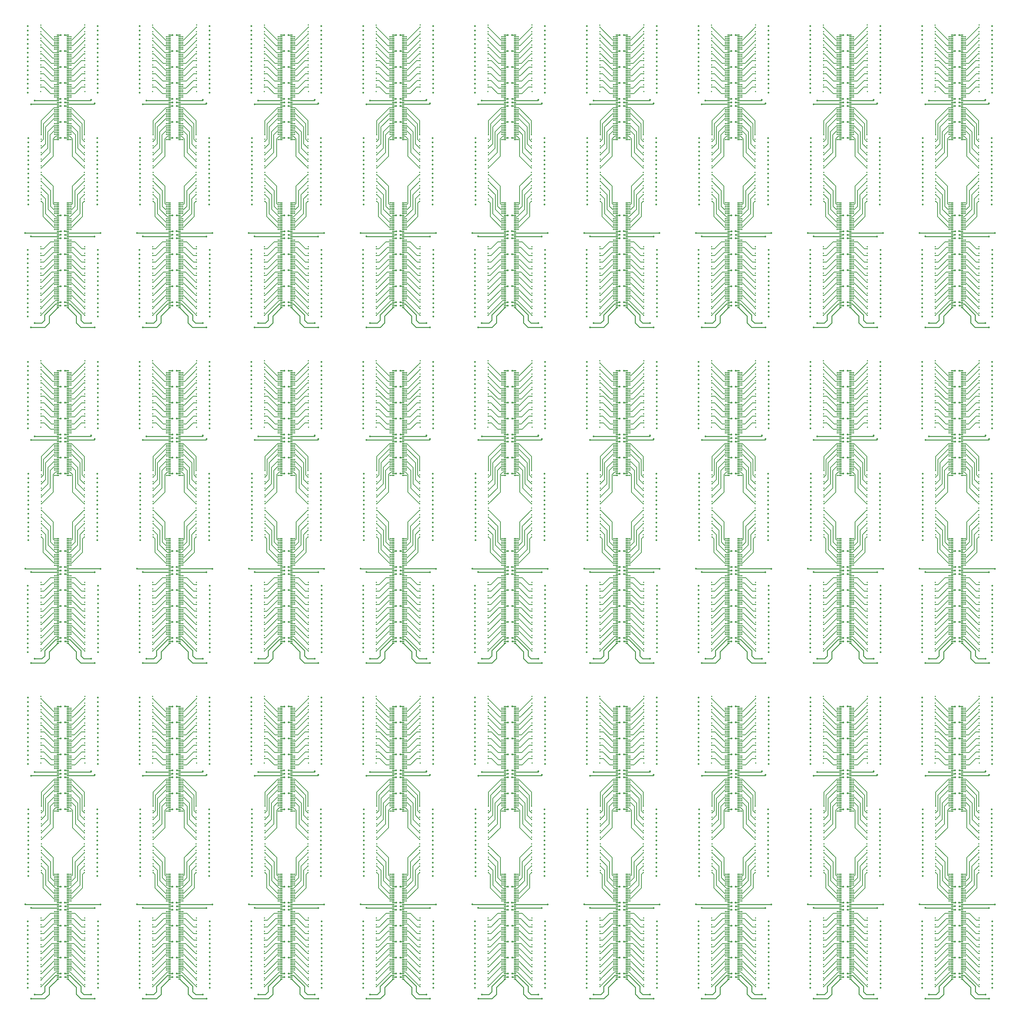
<source format=gbr>
%TF.GenerationSoftware,KiCad,Pcbnew,(5.1.9-0-10_14)*%
%TF.CreationDate,2021-06-01T11:43:06-04:00*%
%TF.ProjectId,9x9backplane,39783962-6163-46b7-906c-616e652e6b69,C*%
%TF.SameCoordinates,Original*%
%TF.FileFunction,Copper,L4,Bot*%
%TF.FilePolarity,Positive*%
%FSLAX46Y46*%
G04 Gerber Fmt 4.6, Leading zero omitted, Abs format (unit mm)*
G04 Created by KiCad (PCBNEW (5.1.9-0-10_14)) date 2021-06-01 11:43:06*
%MOMM*%
%LPD*%
G01*
G04 APERTURE LIST*
%TA.AperFunction,SMDPad,CuDef*%
%ADD10R,1.100000X0.500000*%
%TD*%
%TA.AperFunction,ViaPad*%
%ADD11C,0.800000*%
%TD*%
%TA.AperFunction,ViaPad*%
%ADD12C,0.558800*%
%TD*%
%TA.AperFunction,Conductor*%
%ADD13C,0.431800*%
%TD*%
%TA.AperFunction,Conductor*%
%ADD14C,0.381000*%
%TD*%
%TA.AperFunction,Conductor*%
%ADD15C,0.330200*%
%TD*%
G04 APERTURE END LIST*
D10*
%TO.P,J902,1*%
%TO.N,/SiPM_Connector(7-9)/BCH49*%
X479250000Y-440775000D03*
%TO.P,J902,2*%
%TO.N,/SiPM_Connector(7-9)/CH49*%
X474750000Y-440775000D03*
%TO.P,J902,3*%
%TO.N,/SiPM_Connector(7-9)/BCH50*%
X479250000Y-441575000D03*
%TO.P,J902,4*%
%TO.N,/SiPM_Connector(7-9)/CH50*%
X474750000Y-441575000D03*
%TO.P,J902,5*%
%TO.N,/SiPM_Connector(7-9)/BCH51*%
X479250000Y-442375000D03*
%TO.P,J902,6*%
%TO.N,/SiPM_Connector(7-9)/CH51*%
X474750000Y-442375000D03*
%TO.P,J902,7*%
%TO.N,/SiPM_Connector(7-9)/BCH52*%
X479250000Y-443175000D03*
%TO.P,J902,8*%
%TO.N,/SiPM_Connector(7-9)/CH52*%
X474750000Y-443175000D03*
%TO.P,J902,9*%
%TO.N,/SiPM_Connector(7-9)/BCH53*%
X479250000Y-443975000D03*
%TO.P,J902,10*%
%TO.N,/SiPM_Connector(7-9)/CH53*%
X474750000Y-443975000D03*
%TO.P,J902,11*%
%TO.N,/SiPM_Connector(7-9)/BCH54*%
X479250000Y-444775000D03*
%TO.P,J902,12*%
%TO.N,/SiPM_Connector(7-9)/CH54*%
X474750000Y-444775000D03*
%TO.P,J902,13*%
%TO.N,/SiPM_Connector(7-9)/BCH55*%
X479250000Y-445575000D03*
%TO.P,J902,14*%
%TO.N,/SiPM_Connector(7-9)/CH55*%
X474750000Y-445575000D03*
%TO.P,J902,15*%
%TO.N,GND*%
X479250000Y-446375000D03*
%TO.P,J902,16*%
X474750000Y-446375000D03*
%TO.P,J902,17*%
%TO.N,/SiPM_Connector(7-9)/BCH56*%
X479250000Y-447175000D03*
%TO.P,J902,18*%
%TO.N,/SiPM_Connector(7-9)/CH56*%
X474750000Y-447175000D03*
%TO.P,J902,19*%
%TO.N,/SiPM_Connector(7-9)/BCH57*%
X479250000Y-447975000D03*
%TO.P,J902,20*%
%TO.N,/SiPM_Connector(7-9)/CH57*%
X474750000Y-447975000D03*
%TO.P,J902,21*%
%TO.N,/SiPM_Connector(7-9)/BCH58*%
X479250000Y-448775000D03*
%TO.P,J902,22*%
%TO.N,/SiPM_Connector(7-9)/CH58*%
X474750000Y-448775000D03*
%TO.P,J902,23*%
%TO.N,/SiPM_Connector(7-9)/BCH59*%
X479250000Y-449575000D03*
%TO.P,J902,24*%
%TO.N,/SiPM_Connector(7-9)/CH59*%
X474750000Y-449575000D03*
%TO.P,J902,25*%
%TO.N,/SiPM_Connector(7-9)/BCH60*%
X479250000Y-450375000D03*
%TO.P,J902,26*%
%TO.N,/SiPM_Connector(7-9)/CH60*%
X474750000Y-450375000D03*
%TO.P,J902,27*%
%TO.N,/SiPM_Connector(7-9)/BCH61*%
X479250000Y-451175000D03*
%TO.P,J902,28*%
%TO.N,/SiPM_Connector(7-9)/CH61*%
X474750000Y-451175000D03*
%TO.P,J902,29*%
%TO.N,/SiPM_Connector(7-9)/BCH62*%
X479250000Y-451975000D03*
%TO.P,J902,30*%
%TO.N,/SiPM_Connector(7-9)/CH62*%
X474750000Y-451975000D03*
%TO.P,J902,31*%
%TO.N,/SiPM_Connector(7-9)/BCH63*%
X479250000Y-452775000D03*
%TO.P,J902,32*%
%TO.N,/SiPM_Connector(7-9)/CH63*%
X474750000Y-452775000D03*
%TO.P,J902,33*%
%TO.N,GND*%
X479250000Y-453575000D03*
%TO.P,J902,34*%
X474750000Y-453575000D03*
%TO.P,J902,35*%
%TO.N,/SiPM_Connector(7-9)/BIAS31*%
X479250000Y-454375000D03*
%TO.P,J902,36*%
%TO.N,/SiPM_Connector(7-9)/BIAS29*%
X474750000Y-454375000D03*
%TO.P,J902,37*%
%TO.N,/SiPM_Connector(7-9)/OUT*%
X479250000Y-455175000D03*
%TO.P,J902,38*%
%TO.N,/SiPM_Connector(7-9)/VDD*%
X474750000Y-455175000D03*
%TO.P,J902,39*%
%TO.N,/SiPM_Connector(7-9)/BIAS32*%
X479250000Y-455975000D03*
%TO.P,J902,40*%
%TO.N,/SiPM_Connector(7-9)/BIAS30*%
X474750000Y-455975000D03*
%TO.P,J902,41*%
%TO.N,GND*%
X479250000Y-456775000D03*
%TO.P,J902,42*%
X474750000Y-456775000D03*
%TO.P,J902,43*%
%TO.N,/SiPM_Connector(7-9)/BCH64*%
X479250000Y-457575000D03*
%TO.P,J902,44*%
%TO.N,/SiPM_Connector(7-9)/CH64*%
X474750000Y-457575000D03*
%TO.P,J902,45*%
%TO.N,/SiPM_Connector(7-9)/BCH65*%
X479250000Y-458375000D03*
%TO.P,J902,46*%
%TO.N,/SiPM_Connector(7-9)/CH65*%
X474750000Y-458375000D03*
%TO.P,J902,47*%
%TO.N,/SiPM_Connector(7-9)/BCH66*%
X479250000Y-459175000D03*
%TO.P,J902,48*%
%TO.N,/SiPM_Connector(7-9)/CH66*%
X474750000Y-459175000D03*
%TO.P,J902,49*%
%TO.N,/SiPM_Connector(7-9)/BCH67*%
X479250000Y-459975000D03*
%TO.P,J902,50*%
%TO.N,/SiPM_Connector(7-9)/CH67*%
X474750000Y-459975000D03*
%TO.P,J902,51*%
%TO.N,/SiPM_Connector(7-9)/BCH68*%
X479250000Y-460775000D03*
%TO.P,J902,52*%
%TO.N,/SiPM_Connector(7-9)/CH68*%
X474750000Y-460775000D03*
%TO.P,J902,53*%
%TO.N,/SiPM_Connector(7-9)/BCH69*%
X479250000Y-461575000D03*
%TO.P,J902,54*%
%TO.N,/SiPM_Connector(7-9)/CH69*%
X474750000Y-461575000D03*
%TO.P,J902,55*%
%TO.N,/SiPM_Connector(7-9)/BCH70*%
X479250000Y-462375000D03*
%TO.P,J902,56*%
%TO.N,/SiPM_Connector(7-9)/CH70*%
X474750000Y-462375000D03*
%TO.P,J902,57*%
%TO.N,/SiPM_Connector(7-9)/BCH71*%
X479250000Y-463175000D03*
%TO.P,J902,58*%
%TO.N,/SiPM_Connector(7-9)/CH71*%
X474750000Y-463175000D03*
%TO.P,J902,59*%
%TO.N,GND*%
X479250000Y-463975000D03*
%TO.P,J902,60*%
X474750000Y-463975000D03*
%TO.P,J902,61*%
%TO.N,/SiPM_Connector(7-9)/BCH72*%
X479250000Y-464775000D03*
%TO.P,J902,62*%
%TO.N,/SiPM_Connector(7-9)/CH72*%
X474750000Y-464775000D03*
%TO.P,J902,63*%
%TO.N,/SiPM_Connector(7-9)/BCH73*%
X479250000Y-465575000D03*
%TO.P,J902,64*%
%TO.N,/SiPM_Connector(7-9)/CH73*%
X474750000Y-465575000D03*
%TO.P,J902,65*%
%TO.N,/SiPM_Connector(7-9)/BCH74*%
X479250000Y-466375000D03*
%TO.P,J902,66*%
%TO.N,/SiPM_Connector(7-9)/CH74*%
X474750000Y-466375000D03*
%TO.P,J902,67*%
%TO.N,/SiPM_Connector(7-9)/BCH75*%
X479250000Y-467175000D03*
%TO.P,J902,68*%
%TO.N,/SiPM_Connector(7-9)/CH75*%
X474750000Y-467175000D03*
%TO.P,J902,69*%
%TO.N,/SiPM_Connector(7-9)/BCH76*%
X479250000Y-467975000D03*
%TO.P,J902,70*%
%TO.N,/SiPM_Connector(7-9)/CH76*%
X474750000Y-467975000D03*
%TO.P,J902,71*%
%TO.N,/SiPM_Connector(7-9)/BCH77*%
X479250000Y-468775000D03*
%TO.P,J902,72*%
%TO.N,/SiPM_Connector(7-9)/CH77*%
X474750000Y-468775000D03*
%TO.P,J902,73*%
%TO.N,/SiPM_Connector(7-9)/BCH78*%
X479250000Y-469575000D03*
%TO.P,J902,74*%
%TO.N,/SiPM_Connector(7-9)/CH78*%
X474750000Y-469575000D03*
%TO.P,J902,75*%
%TO.N,/SiPM_Connector(7-9)/BCH79*%
X479250000Y-470375000D03*
%TO.P,J902,76*%
%TO.N,/SiPM_Connector(7-9)/CH79*%
X474750000Y-470375000D03*
%TO.P,J902,77*%
%TO.N,GND*%
X479250000Y-471175000D03*
%TO.P,J902,78*%
X474750000Y-471175000D03*
%TO.P,J902,79*%
%TO.N,/SiPM_Connector(7-9)/BCH80*%
X479250000Y-471975000D03*
%TO.P,J902,80*%
%TO.N,/SiPM_Connector(7-9)/CH80*%
X474750000Y-471975000D03*
%TO.P,J902,81*%
%TO.N,/SiPM_Connector(7-9)/BCH81*%
X479250000Y-472775000D03*
%TO.P,J902,82*%
%TO.N,/SiPM_Connector(7-9)/CH81*%
X474750000Y-472775000D03*
%TO.P,J902,83*%
%TO.N,/SiPM_Connector(7-9)/BCH82*%
X479250000Y-473575000D03*
%TO.P,J902,84*%
%TO.N,/SiPM_Connector(7-9)/CH82*%
X474750000Y-473575000D03*
%TO.P,J902,85*%
%TO.N,/SiPM_Connector(7-9)/BCH83*%
X479250000Y-474375000D03*
%TO.P,J902,86*%
%TO.N,/SiPM_Connector(7-9)/CH83*%
X474750000Y-474375000D03*
%TO.P,J902,87*%
%TO.N,/SiPM_Connector(7-9)/BCH84*%
X479250000Y-475175000D03*
%TO.P,J902,88*%
%TO.N,/SiPM_Connector(7-9)/CH84*%
X474750000Y-475175000D03*
%TO.P,J902,89*%
%TO.N,/SiPM_Connector(7-9)/BCH85*%
X479250000Y-475975000D03*
%TO.P,J902,90*%
%TO.N,/SiPM_Connector(7-9)/CH85*%
X474750000Y-475975000D03*
%TO.P,J902,91*%
%TO.N,/SiPM_Connector(7-9)/BCH86*%
X479250000Y-476775000D03*
%TO.P,J902,92*%
%TO.N,/SiPM_Connector(7-9)/CH86*%
X474750000Y-476775000D03*
%TO.P,J902,93*%
%TO.N,/SiPM_Connector(7-9)/BCH87*%
X479250000Y-477575000D03*
%TO.P,J902,94*%
%TO.N,/SiPM_Connector(7-9)/CH87*%
X474750000Y-477575000D03*
%TO.P,J902,95*%
%TO.N,GND*%
X479250000Y-478375000D03*
%TO.P,J902,96*%
X474750000Y-478375000D03*
%TO.P,J902,97*%
%TO.N,/SiPM_Connector(7-9)/BCH88*%
X479250000Y-479175000D03*
%TO.P,J902,98*%
%TO.N,/SiPM_Connector(7-9)/CH88*%
X474750000Y-479175000D03*
%TO.P,J902,99*%
%TO.N,/SiPM_Connector(7-9)/BCH89*%
X479250000Y-479975000D03*
%TO.P,J902,100*%
%TO.N,/SiPM_Connector(7-9)/CH89*%
X474750000Y-479975000D03*
%TO.P,J902,101*%
%TO.N,/SiPM_Connector(7-9)/BCH90*%
X479250000Y-480775000D03*
%TO.P,J902,102*%
%TO.N,/SiPM_Connector(7-9)/CH90*%
X474750000Y-480775000D03*
%TO.P,J902,103*%
%TO.N,/SiPM_Connector(7-9)/BCH91*%
X479250000Y-481575000D03*
%TO.P,J902,104*%
%TO.N,/SiPM_Connector(7-9)/CH91*%
X474750000Y-481575000D03*
%TO.P,J902,105*%
%TO.N,/SiPM_Connector(7-9)/BCH92*%
X479250000Y-482375000D03*
%TO.P,J902,106*%
%TO.N,/SiPM_Connector(7-9)/CH92*%
X474750000Y-482375000D03*
%TO.P,J902,107*%
%TO.N,/SiPM_Connector(7-9)/BCH93*%
X479250000Y-483175000D03*
%TO.P,J902,108*%
%TO.N,/SiPM_Connector(7-9)/CH93*%
X474750000Y-483175000D03*
%TO.P,J902,109*%
%TO.N,/SiPM_Connector(7-9)/BCH94*%
X479250000Y-483975000D03*
%TO.P,J902,110*%
%TO.N,/SiPM_Connector(7-9)/CH94*%
X474750000Y-483975000D03*
%TO.P,J902,111*%
%TO.N,/SiPM_Connector(7-9)/BCH95*%
X479250000Y-484775000D03*
%TO.P,J902,112*%
%TO.N,/SiPM_Connector(7-9)/CH95*%
X474750000Y-484775000D03*
%TO.P,J902,113*%
%TO.N,GND*%
X479250000Y-485575000D03*
%TO.P,J902,114*%
X474750000Y-485575000D03*
%TO.P,J902,115*%
%TO.N,/SiPM_Connector(7-9)/BIAS35*%
X479250000Y-486375000D03*
%TO.P,J902,116*%
%TO.N,/SiPM_Connector(7-9)/BIAS33*%
X474750000Y-486375000D03*
%TO.P,J902,117*%
%TO.N,/SiPM_Connector(7-9)/OUT*%
X479250000Y-487175000D03*
%TO.P,J902,118*%
%TO.N,/SiPM_Connector(7-9)/VDD*%
X474750000Y-487175000D03*
%TO.P,J902,119*%
%TO.N,/SiPM_Connector(7-9)/BIAS36*%
X479250000Y-487975000D03*
%TO.P,J902,120*%
%TO.N,/SiPM_Connector(7-9)/BIAS34*%
X474750000Y-487975000D03*
%TD*%
%TO.P,J702,120*%
%TO.N,/SiPM_Connector(7-9)/CH48*%
X474750000Y-412225000D03*
%TO.P,J702,119*%
%TO.N,/SiPM_Connector(7-9)/BCH48*%
X479250000Y-412225000D03*
%TO.P,J702,118*%
%TO.N,GND*%
X474750000Y-411425000D03*
%TO.P,J702,117*%
X479250000Y-411425000D03*
%TO.P,J702,116*%
%TO.N,/SiPM_Connector(7-9)/CH47*%
X474750000Y-410625000D03*
%TO.P,J702,115*%
%TO.N,/SiPM_Connector(7-9)/BCH47*%
X479250000Y-410625000D03*
%TO.P,J702,114*%
%TO.N,/SiPM_Connector(7-9)/CH46*%
X474750000Y-409825000D03*
%TO.P,J702,113*%
%TO.N,/SiPM_Connector(7-9)/BCH46*%
X479250000Y-409825000D03*
%TO.P,J702,112*%
%TO.N,/SiPM_Connector(7-9)/CH45*%
X474750000Y-409025000D03*
%TO.P,J702,111*%
%TO.N,/SiPM_Connector(7-9)/BCH45*%
X479250000Y-409025000D03*
%TO.P,J702,110*%
%TO.N,/SiPM_Connector(7-9)/CH44*%
X474750000Y-408225000D03*
%TO.P,J702,109*%
%TO.N,/SiPM_Connector(7-9)/BCH44*%
X479250000Y-408225000D03*
%TO.P,J702,108*%
%TO.N,/SiPM_Connector(7-9)/CH43*%
X474750000Y-407425000D03*
%TO.P,J702,107*%
%TO.N,/SiPM_Connector(7-9)/BCH43*%
X479250000Y-407425000D03*
%TO.P,J702,106*%
%TO.N,/SiPM_Connector(7-9)/CH42*%
X474750000Y-406625000D03*
%TO.P,J702,105*%
%TO.N,/SiPM_Connector(7-9)/BCH42*%
X479250000Y-406625000D03*
%TO.P,J702,104*%
%TO.N,/SiPM_Connector(7-9)/CH41*%
X474750000Y-405825000D03*
%TO.P,J702,103*%
%TO.N,/SiPM_Connector(7-9)/BCH41*%
X479250000Y-405825000D03*
%TO.P,J702,102*%
%TO.N,/SiPM_Connector(7-9)/CH40*%
X474750000Y-405025000D03*
%TO.P,J702,101*%
%TO.N,/SiPM_Connector(7-9)/BCH40*%
X479250000Y-405025000D03*
%TO.P,J702,100*%
%TO.N,GND*%
X474750000Y-404225000D03*
%TO.P,J702,99*%
X479250000Y-404225000D03*
%TO.P,J702,98*%
%TO.N,/SiPM_Connector(7-9)/CH39*%
X474750000Y-403425000D03*
%TO.P,J702,97*%
%TO.N,/SiPM_Connector(7-9)/BCH39*%
X479250000Y-403425000D03*
%TO.P,J702,96*%
%TO.N,/SiPM_Connector(7-9)/CH38*%
X474750000Y-402625000D03*
%TO.P,J702,95*%
%TO.N,/SiPM_Connector(7-9)/BCH38*%
X479250000Y-402625000D03*
%TO.P,J702,94*%
%TO.N,/SiPM_Connector(7-9)/CH37*%
X474750000Y-401825000D03*
%TO.P,J702,93*%
%TO.N,/SiPM_Connector(7-9)/BCH37*%
X479250000Y-401825000D03*
%TO.P,J702,92*%
%TO.N,/SiPM_Connector(7-9)/CH36*%
X474750000Y-401025000D03*
%TO.P,J702,91*%
%TO.N,/SiPM_Connector(7-9)/BCH36*%
X479250000Y-401025000D03*
%TO.P,J702,90*%
%TO.N,/SiPM_Connector(7-9)/CH35*%
X474750000Y-400225000D03*
%TO.P,J702,89*%
%TO.N,/SiPM_Connector(7-9)/BCH35*%
X479250000Y-400225000D03*
%TO.P,J702,88*%
%TO.N,/SiPM_Connector(7-9)/CH34*%
X474750000Y-399425000D03*
%TO.P,J702,87*%
%TO.N,/SiPM_Connector(7-9)/BCH34*%
X479250000Y-399425000D03*
%TO.P,J702,86*%
%TO.N,/SiPM_Connector(7-9)/CH33*%
X474750000Y-398625000D03*
%TO.P,J702,85*%
%TO.N,/SiPM_Connector(7-9)/BCH33*%
X479250000Y-398625000D03*
%TO.P,J702,84*%
%TO.N,/SiPM_Connector(7-9)/CH32*%
X474750000Y-397825000D03*
%TO.P,J702,83*%
%TO.N,/SiPM_Connector(7-9)/BCH32*%
X479250000Y-397825000D03*
%TO.P,J702,82*%
%TO.N,GND*%
X474750000Y-397025000D03*
%TO.P,J702,81*%
X479250000Y-397025000D03*
%TO.P,J702,80*%
%TO.N,/SiPM_Connector(7-9)/BIAS26*%
X474750000Y-396225000D03*
%TO.P,J702,79*%
%TO.N,/SiPM_Connector(7-9)/BIAS28*%
X479250000Y-396225000D03*
%TO.P,J702,78*%
%TO.N,/SiPM_Connector(7-9)/VDD*%
X474750000Y-395425000D03*
%TO.P,J702,77*%
%TO.N,/SiPM_Connector(7-9)/OUT*%
X479250000Y-395425000D03*
%TO.P,J702,76*%
%TO.N,/SiPM_Connector(7-9)/BIAS25*%
X474750000Y-394625000D03*
%TO.P,J702,75*%
%TO.N,/SiPM_Connector(7-9)/BIAS27*%
X479250000Y-394625000D03*
%TO.P,J702,74*%
%TO.N,GND*%
X474750000Y-393825000D03*
%TO.P,J702,73*%
X479250000Y-393825000D03*
%TO.P,J702,72*%
%TO.N,/SiPM_Connector(7-9)/CH31*%
X474750000Y-393025000D03*
%TO.P,J702,71*%
%TO.N,/SiPM_Connector(7-9)/BCH31*%
X479250000Y-393025000D03*
%TO.P,J702,70*%
%TO.N,/SiPM_Connector(7-9)/CH30*%
X474750000Y-392225000D03*
%TO.P,J702,69*%
%TO.N,/SiPM_Connector(7-9)/BCH30*%
X479250000Y-392225000D03*
%TO.P,J702,68*%
%TO.N,/SiPM_Connector(7-9)/CH29*%
X474750000Y-391425000D03*
%TO.P,J702,67*%
%TO.N,/SiPM_Connector(7-9)/BCH29*%
X479250000Y-391425000D03*
%TO.P,J702,66*%
%TO.N,/SiPM_Connector(7-9)/CH28*%
X474750000Y-390625000D03*
%TO.P,J702,65*%
%TO.N,/SiPM_Connector(7-9)/BCH28*%
X479250000Y-390625000D03*
%TO.P,J702,64*%
%TO.N,/SiPM_Connector(7-9)/CH27*%
X474750000Y-389825000D03*
%TO.P,J702,63*%
%TO.N,/SiPM_Connector(7-9)/BCH27*%
X479250000Y-389825000D03*
%TO.P,J702,62*%
%TO.N,/SiPM_Connector(7-9)/CH26*%
X474750000Y-389025000D03*
%TO.P,J702,61*%
%TO.N,/SiPM_Connector(7-9)/BCH26*%
X479250000Y-389025000D03*
%TO.P,J702,60*%
%TO.N,/SiPM_Connector(7-9)/CH25*%
X474750000Y-388225000D03*
%TO.P,J702,59*%
%TO.N,/SiPM_Connector(7-9)/BCH25*%
X479250000Y-388225000D03*
%TO.P,J702,58*%
%TO.N,/SiPM_Connector(7-9)/CH24*%
X474750000Y-387425000D03*
%TO.P,J702,57*%
%TO.N,/SiPM_Connector(7-9)/BCH24*%
X479250000Y-387425000D03*
%TO.P,J702,56*%
%TO.N,GND*%
X474750000Y-386625000D03*
%TO.P,J702,55*%
X479250000Y-386625000D03*
%TO.P,J702,54*%
%TO.N,/SiPM_Connector(7-9)/CH23*%
X474750000Y-385825000D03*
%TO.P,J702,53*%
%TO.N,/SiPM_Connector(7-9)/BCH23*%
X479250000Y-385825000D03*
%TO.P,J702,52*%
%TO.N,/SiPM_Connector(7-9)/CH22*%
X474750000Y-385025000D03*
%TO.P,J702,51*%
%TO.N,/SiPM_Connector(7-9)/BCH22*%
X479250000Y-385025000D03*
%TO.P,J702,50*%
%TO.N,/SiPM_Connector(7-9)/CH21*%
X474750000Y-384225000D03*
%TO.P,J702,49*%
%TO.N,/SiPM_Connector(7-9)/BCH21*%
X479250000Y-384225000D03*
%TO.P,J702,48*%
%TO.N,/SiPM_Connector(7-9)/CH20*%
X474750000Y-383425000D03*
%TO.P,J702,47*%
%TO.N,/SiPM_Connector(7-9)/BCH20*%
X479250000Y-383425000D03*
%TO.P,J702,46*%
%TO.N,/SiPM_Connector(7-9)/CH19*%
X474750000Y-382625000D03*
%TO.P,J702,45*%
%TO.N,/SiPM_Connector(7-9)/BCH19*%
X479250000Y-382625000D03*
%TO.P,J702,44*%
%TO.N,/SiPM_Connector(7-9)/CH18*%
X474750000Y-381825000D03*
%TO.P,J702,43*%
%TO.N,/SiPM_Connector(7-9)/BCH18*%
X479250000Y-381825000D03*
%TO.P,J702,42*%
%TO.N,/SiPM_Connector(7-9)/CH17*%
X474750000Y-381025000D03*
%TO.P,J702,41*%
%TO.N,/SiPM_Connector(7-9)/BCH17*%
X479250000Y-381025000D03*
%TO.P,J702,40*%
%TO.N,/SiPM_Connector(7-9)/CH16*%
X474750000Y-380225000D03*
%TO.P,J702,39*%
%TO.N,/SiPM_Connector(7-9)/BCH16*%
X479250000Y-380225000D03*
%TO.P,J702,38*%
%TO.N,GND*%
X474750000Y-379425000D03*
%TO.P,J702,37*%
X479250000Y-379425000D03*
%TO.P,J702,36*%
%TO.N,/SiPM_Connector(7-9)/CH15*%
X474750000Y-378625000D03*
%TO.P,J702,35*%
%TO.N,/SiPM_Connector(7-9)/BCH15*%
X479250000Y-378625000D03*
%TO.P,J702,34*%
%TO.N,/SiPM_Connector(7-9)/CH14*%
X474750000Y-377825000D03*
%TO.P,J702,33*%
%TO.N,/SiPM_Connector(7-9)/BCH14*%
X479250000Y-377825000D03*
%TO.P,J702,32*%
%TO.N,/SiPM_Connector(7-9)/CH13*%
X474750000Y-377025000D03*
%TO.P,J702,31*%
%TO.N,/SiPM_Connector(7-9)/BCH13*%
X479250000Y-377025000D03*
%TO.P,J702,30*%
%TO.N,/SiPM_Connector(7-9)/CH12*%
X474750000Y-376225000D03*
%TO.P,J702,29*%
%TO.N,/SiPM_Connector(7-9)/BCH12*%
X479250000Y-376225000D03*
%TO.P,J702,28*%
%TO.N,/SiPM_Connector(7-9)/CH11*%
X474750000Y-375425000D03*
%TO.P,J702,27*%
%TO.N,/SiPM_Connector(7-9)/BCH11*%
X479250000Y-375425000D03*
%TO.P,J702,26*%
%TO.N,/SiPM_Connector(7-9)/CH10*%
X474750000Y-374625000D03*
%TO.P,J702,25*%
%TO.N,/SiPM_Connector(7-9)/BCH10*%
X479250000Y-374625000D03*
%TO.P,J702,24*%
%TO.N,/SiPM_Connector(7-9)/CH9*%
X474750000Y-373825000D03*
%TO.P,J702,23*%
%TO.N,/SiPM_Connector(7-9)/BCH9*%
X479250000Y-373825000D03*
%TO.P,J702,22*%
%TO.N,/SiPM_Connector(7-9)/CH8*%
X474750000Y-373025000D03*
%TO.P,J702,21*%
%TO.N,/SiPM_Connector(7-9)/BCH8*%
X479250000Y-373025000D03*
%TO.P,J702,20*%
%TO.N,GND*%
X474750000Y-372225000D03*
%TO.P,J702,19*%
X479250000Y-372225000D03*
%TO.P,J702,18*%
%TO.N,/SiPM_Connector(7-9)/CH7*%
X474750000Y-371425000D03*
%TO.P,J702,17*%
%TO.N,/SiPM_Connector(7-9)/BCH7*%
X479250000Y-371425000D03*
%TO.P,J702,16*%
%TO.N,/SiPM_Connector(7-9)/CH6*%
X474750000Y-370625000D03*
%TO.P,J702,15*%
%TO.N,/SiPM_Connector(7-9)/BCH6*%
X479250000Y-370625000D03*
%TO.P,J702,14*%
%TO.N,/SiPM_Connector(7-9)/CH5*%
X474750000Y-369825000D03*
%TO.P,J702,13*%
%TO.N,/SiPM_Connector(7-9)/BCH5*%
X479250000Y-369825000D03*
%TO.P,J702,12*%
%TO.N,/SiPM_Connector(7-9)/CH4*%
X474750000Y-369025000D03*
%TO.P,J702,11*%
%TO.N,/SiPM_Connector(7-9)/BCH4*%
X479250000Y-369025000D03*
%TO.P,J702,10*%
%TO.N,/SiPM_Connector(7-9)/CH3*%
X474750000Y-368225000D03*
%TO.P,J702,9*%
%TO.N,/SiPM_Connector(7-9)/BCH3*%
X479250000Y-368225000D03*
%TO.P,J702,8*%
%TO.N,/SiPM_Connector(7-9)/CH2*%
X474750000Y-367425000D03*
%TO.P,J702,7*%
%TO.N,/SiPM_Connector(7-9)/BCH2*%
X479250000Y-367425000D03*
%TO.P,J702,6*%
%TO.N,/SiPM_Connector(7-9)/CH1*%
X474750000Y-366625000D03*
%TO.P,J702,5*%
%TO.N,/SiPM_Connector(7-9)/BCH1*%
X479250000Y-366625000D03*
%TO.P,J702,4*%
%TO.N,/SiPM_Connector(7-9)/CH0*%
X474750000Y-365825000D03*
%TO.P,J702,3*%
%TO.N,/SiPM_Connector(7-9)/BCH0*%
X479250000Y-365825000D03*
%TO.P,J702,2*%
%TO.N,GND*%
X474750000Y-365025000D03*
%TO.P,J702,1*%
X479250000Y-365025000D03*
%TD*%
%TO.P,J602,1*%
%TO.N,/SiPM_Connector(4-6)/BCH49*%
X479250000Y-289275000D03*
%TO.P,J602,2*%
%TO.N,/SiPM_Connector(4-6)/CH49*%
X474750000Y-289275000D03*
%TO.P,J602,3*%
%TO.N,/SiPM_Connector(4-6)/BCH50*%
X479250000Y-290075000D03*
%TO.P,J602,4*%
%TO.N,/SiPM_Connector(4-6)/CH50*%
X474750000Y-290075000D03*
%TO.P,J602,5*%
%TO.N,/SiPM_Connector(4-6)/BCH51*%
X479250000Y-290875000D03*
%TO.P,J602,6*%
%TO.N,/SiPM_Connector(4-6)/CH51*%
X474750000Y-290875000D03*
%TO.P,J602,7*%
%TO.N,/SiPM_Connector(4-6)/BCH52*%
X479250000Y-291675000D03*
%TO.P,J602,8*%
%TO.N,/SiPM_Connector(4-6)/CH52*%
X474750000Y-291675000D03*
%TO.P,J602,9*%
%TO.N,/SiPM_Connector(4-6)/BCH53*%
X479250000Y-292475000D03*
%TO.P,J602,10*%
%TO.N,/SiPM_Connector(4-6)/CH53*%
X474750000Y-292475000D03*
%TO.P,J602,11*%
%TO.N,/SiPM_Connector(4-6)/BCH54*%
X479250000Y-293275000D03*
%TO.P,J602,12*%
%TO.N,/SiPM_Connector(4-6)/CH54*%
X474750000Y-293275000D03*
%TO.P,J602,13*%
%TO.N,/SiPM_Connector(4-6)/BCH55*%
X479250000Y-294075000D03*
%TO.P,J602,14*%
%TO.N,/SiPM_Connector(4-6)/CH55*%
X474750000Y-294075000D03*
%TO.P,J602,15*%
%TO.N,GND*%
X479250000Y-294875000D03*
%TO.P,J602,16*%
X474750000Y-294875000D03*
%TO.P,J602,17*%
%TO.N,/SiPM_Connector(4-6)/BCH56*%
X479250000Y-295675000D03*
%TO.P,J602,18*%
%TO.N,/SiPM_Connector(4-6)/CH56*%
X474750000Y-295675000D03*
%TO.P,J602,19*%
%TO.N,/SiPM_Connector(4-6)/BCH57*%
X479250000Y-296475000D03*
%TO.P,J602,20*%
%TO.N,/SiPM_Connector(4-6)/CH57*%
X474750000Y-296475000D03*
%TO.P,J602,21*%
%TO.N,/SiPM_Connector(4-6)/BCH58*%
X479250000Y-297275000D03*
%TO.P,J602,22*%
%TO.N,/SiPM_Connector(4-6)/CH58*%
X474750000Y-297275000D03*
%TO.P,J602,23*%
%TO.N,/SiPM_Connector(4-6)/BCH59*%
X479250000Y-298075000D03*
%TO.P,J602,24*%
%TO.N,/SiPM_Connector(4-6)/CH59*%
X474750000Y-298075000D03*
%TO.P,J602,25*%
%TO.N,/SiPM_Connector(4-6)/BCH60*%
X479250000Y-298875000D03*
%TO.P,J602,26*%
%TO.N,/SiPM_Connector(4-6)/CH60*%
X474750000Y-298875000D03*
%TO.P,J602,27*%
%TO.N,/SiPM_Connector(4-6)/BCH61*%
X479250000Y-299675000D03*
%TO.P,J602,28*%
%TO.N,/SiPM_Connector(4-6)/CH61*%
X474750000Y-299675000D03*
%TO.P,J602,29*%
%TO.N,/SiPM_Connector(4-6)/BCH62*%
X479250000Y-300475000D03*
%TO.P,J602,30*%
%TO.N,/SiPM_Connector(4-6)/CH62*%
X474750000Y-300475000D03*
%TO.P,J602,31*%
%TO.N,/SiPM_Connector(4-6)/BCH63*%
X479250000Y-301275000D03*
%TO.P,J602,32*%
%TO.N,/SiPM_Connector(4-6)/CH63*%
X474750000Y-301275000D03*
%TO.P,J602,33*%
%TO.N,GND*%
X479250000Y-302075000D03*
%TO.P,J602,34*%
X474750000Y-302075000D03*
%TO.P,J602,35*%
%TO.N,/SiPM_Connector(4-6)/BIAS19*%
X479250000Y-302875000D03*
%TO.P,J602,36*%
%TO.N,/SiPM_Connector(4-6)/BIAS17*%
X474750000Y-302875000D03*
%TO.P,J602,37*%
%TO.N,/SiPM_Connector(4-6)/OUT*%
X479250000Y-303675000D03*
%TO.P,J602,38*%
%TO.N,/SiPM_Connector(4-6)/VDD*%
X474750000Y-303675000D03*
%TO.P,J602,39*%
%TO.N,/SiPM_Connector(4-6)/BIAS20*%
X479250000Y-304475000D03*
%TO.P,J602,40*%
%TO.N,/SiPM_Connector(4-6)/BIAS18*%
X474750000Y-304475000D03*
%TO.P,J602,41*%
%TO.N,GND*%
X479250000Y-305275000D03*
%TO.P,J602,42*%
X474750000Y-305275000D03*
%TO.P,J602,43*%
%TO.N,/SiPM_Connector(4-6)/BCH64*%
X479250000Y-306075000D03*
%TO.P,J602,44*%
%TO.N,/SiPM_Connector(4-6)/CH64*%
X474750000Y-306075000D03*
%TO.P,J602,45*%
%TO.N,/SiPM_Connector(4-6)/BCH65*%
X479250000Y-306875000D03*
%TO.P,J602,46*%
%TO.N,/SiPM_Connector(4-6)/CH65*%
X474750000Y-306875000D03*
%TO.P,J602,47*%
%TO.N,/SiPM_Connector(4-6)/BCH66*%
X479250000Y-307675000D03*
%TO.P,J602,48*%
%TO.N,/SiPM_Connector(4-6)/CH66*%
X474750000Y-307675000D03*
%TO.P,J602,49*%
%TO.N,/SiPM_Connector(4-6)/BCH67*%
X479250000Y-308475000D03*
%TO.P,J602,50*%
%TO.N,/SiPM_Connector(4-6)/CH67*%
X474750000Y-308475000D03*
%TO.P,J602,51*%
%TO.N,/SiPM_Connector(4-6)/BCH68*%
X479250000Y-309275000D03*
%TO.P,J602,52*%
%TO.N,/SiPM_Connector(4-6)/CH68*%
X474750000Y-309275000D03*
%TO.P,J602,53*%
%TO.N,/SiPM_Connector(4-6)/BCH69*%
X479250000Y-310075000D03*
%TO.P,J602,54*%
%TO.N,/SiPM_Connector(4-6)/CH69*%
X474750000Y-310075000D03*
%TO.P,J602,55*%
%TO.N,/SiPM_Connector(4-6)/BCH70*%
X479250000Y-310875000D03*
%TO.P,J602,56*%
%TO.N,/SiPM_Connector(4-6)/CH70*%
X474750000Y-310875000D03*
%TO.P,J602,57*%
%TO.N,/SiPM_Connector(4-6)/BCH71*%
X479250000Y-311675000D03*
%TO.P,J602,58*%
%TO.N,/SiPM_Connector(4-6)/CH71*%
X474750000Y-311675000D03*
%TO.P,J602,59*%
%TO.N,GND*%
X479250000Y-312475000D03*
%TO.P,J602,60*%
X474750000Y-312475000D03*
%TO.P,J602,61*%
%TO.N,/SiPM_Connector(4-6)/BCH72*%
X479250000Y-313275000D03*
%TO.P,J602,62*%
%TO.N,/SiPM_Connector(4-6)/CH72*%
X474750000Y-313275000D03*
%TO.P,J602,63*%
%TO.N,/SiPM_Connector(4-6)/BCH73*%
X479250000Y-314075000D03*
%TO.P,J602,64*%
%TO.N,/SiPM_Connector(4-6)/CH73*%
X474750000Y-314075000D03*
%TO.P,J602,65*%
%TO.N,/SiPM_Connector(4-6)/BCH74*%
X479250000Y-314875000D03*
%TO.P,J602,66*%
%TO.N,/SiPM_Connector(4-6)/CH74*%
X474750000Y-314875000D03*
%TO.P,J602,67*%
%TO.N,/SiPM_Connector(4-6)/BCH75*%
X479250000Y-315675000D03*
%TO.P,J602,68*%
%TO.N,/SiPM_Connector(4-6)/CH75*%
X474750000Y-315675000D03*
%TO.P,J602,69*%
%TO.N,/SiPM_Connector(4-6)/BCH76*%
X479250000Y-316475000D03*
%TO.P,J602,70*%
%TO.N,/SiPM_Connector(4-6)/CH76*%
X474750000Y-316475000D03*
%TO.P,J602,71*%
%TO.N,/SiPM_Connector(4-6)/BCH77*%
X479250000Y-317275000D03*
%TO.P,J602,72*%
%TO.N,/SiPM_Connector(4-6)/CH77*%
X474750000Y-317275000D03*
%TO.P,J602,73*%
%TO.N,/SiPM_Connector(4-6)/BCH78*%
X479250000Y-318075000D03*
%TO.P,J602,74*%
%TO.N,/SiPM_Connector(4-6)/CH78*%
X474750000Y-318075000D03*
%TO.P,J602,75*%
%TO.N,/SiPM_Connector(4-6)/BCH79*%
X479250000Y-318875000D03*
%TO.P,J602,76*%
%TO.N,/SiPM_Connector(4-6)/CH79*%
X474750000Y-318875000D03*
%TO.P,J602,77*%
%TO.N,GND*%
X479250000Y-319675000D03*
%TO.P,J602,78*%
X474750000Y-319675000D03*
%TO.P,J602,79*%
%TO.N,/SiPM_Connector(4-6)/BCH80*%
X479250000Y-320475000D03*
%TO.P,J602,80*%
%TO.N,/SiPM_Connector(4-6)/CH80*%
X474750000Y-320475000D03*
%TO.P,J602,81*%
%TO.N,/SiPM_Connector(4-6)/BCH81*%
X479250000Y-321275000D03*
%TO.P,J602,82*%
%TO.N,/SiPM_Connector(4-6)/CH81*%
X474750000Y-321275000D03*
%TO.P,J602,83*%
%TO.N,/SiPM_Connector(4-6)/BCH82*%
X479250000Y-322075000D03*
%TO.P,J602,84*%
%TO.N,/SiPM_Connector(4-6)/CH82*%
X474750000Y-322075000D03*
%TO.P,J602,85*%
%TO.N,/SiPM_Connector(4-6)/BCH83*%
X479250000Y-322875000D03*
%TO.P,J602,86*%
%TO.N,/SiPM_Connector(4-6)/CH83*%
X474750000Y-322875000D03*
%TO.P,J602,87*%
%TO.N,/SiPM_Connector(4-6)/BCH84*%
X479250000Y-323675000D03*
%TO.P,J602,88*%
%TO.N,/SiPM_Connector(4-6)/CH84*%
X474750000Y-323675000D03*
%TO.P,J602,89*%
%TO.N,/SiPM_Connector(4-6)/BCH85*%
X479250000Y-324475000D03*
%TO.P,J602,90*%
%TO.N,/SiPM_Connector(4-6)/CH85*%
X474750000Y-324475000D03*
%TO.P,J602,91*%
%TO.N,/SiPM_Connector(4-6)/BCH86*%
X479250000Y-325275000D03*
%TO.P,J602,92*%
%TO.N,/SiPM_Connector(4-6)/CH86*%
X474750000Y-325275000D03*
%TO.P,J602,93*%
%TO.N,/SiPM_Connector(4-6)/BCH87*%
X479250000Y-326075000D03*
%TO.P,J602,94*%
%TO.N,/SiPM_Connector(4-6)/CH87*%
X474750000Y-326075000D03*
%TO.P,J602,95*%
%TO.N,GND*%
X479250000Y-326875000D03*
%TO.P,J602,96*%
X474750000Y-326875000D03*
%TO.P,J602,97*%
%TO.N,/SiPM_Connector(4-6)/BCH88*%
X479250000Y-327675000D03*
%TO.P,J602,98*%
%TO.N,/SiPM_Connector(4-6)/CH88*%
X474750000Y-327675000D03*
%TO.P,J602,99*%
%TO.N,/SiPM_Connector(4-6)/BCH89*%
X479250000Y-328475000D03*
%TO.P,J602,100*%
%TO.N,/SiPM_Connector(4-6)/CH89*%
X474750000Y-328475000D03*
%TO.P,J602,101*%
%TO.N,/SiPM_Connector(4-6)/BCH90*%
X479250000Y-329275000D03*
%TO.P,J602,102*%
%TO.N,/SiPM_Connector(4-6)/CH90*%
X474750000Y-329275000D03*
%TO.P,J602,103*%
%TO.N,/SiPM_Connector(4-6)/BCH91*%
X479250000Y-330075000D03*
%TO.P,J602,104*%
%TO.N,/SiPM_Connector(4-6)/CH91*%
X474750000Y-330075000D03*
%TO.P,J602,105*%
%TO.N,/SiPM_Connector(4-6)/BCH92*%
X479250000Y-330875000D03*
%TO.P,J602,106*%
%TO.N,/SiPM_Connector(4-6)/CH92*%
X474750000Y-330875000D03*
%TO.P,J602,107*%
%TO.N,/SiPM_Connector(4-6)/BCH93*%
X479250000Y-331675000D03*
%TO.P,J602,108*%
%TO.N,/SiPM_Connector(4-6)/CH93*%
X474750000Y-331675000D03*
%TO.P,J602,109*%
%TO.N,/SiPM_Connector(4-6)/BCH94*%
X479250000Y-332475000D03*
%TO.P,J602,110*%
%TO.N,/SiPM_Connector(4-6)/CH94*%
X474750000Y-332475000D03*
%TO.P,J602,111*%
%TO.N,/SiPM_Connector(4-6)/BCH95*%
X479250000Y-333275000D03*
%TO.P,J602,112*%
%TO.N,/SiPM_Connector(4-6)/CH95*%
X474750000Y-333275000D03*
%TO.P,J602,113*%
%TO.N,GND*%
X479250000Y-334075000D03*
%TO.P,J602,114*%
X474750000Y-334075000D03*
%TO.P,J602,115*%
%TO.N,/SiPM_Connector(4-6)/BIAS23*%
X479250000Y-334875000D03*
%TO.P,J602,116*%
%TO.N,/SiPM_Connector(4-6)/BIAS21*%
X474750000Y-334875000D03*
%TO.P,J602,117*%
%TO.N,/SiPM_Connector(4-6)/OUT*%
X479250000Y-335675000D03*
%TO.P,J602,118*%
%TO.N,/SiPM_Connector(4-6)/VDD*%
X474750000Y-335675000D03*
%TO.P,J602,119*%
%TO.N,/SiPM_Connector(4-6)/BIAS24*%
X479250000Y-336475000D03*
%TO.P,J602,120*%
%TO.N,/SiPM_Connector(4-6)/BIAS22*%
X474750000Y-336475000D03*
%TD*%
%TO.P,J402,120*%
%TO.N,/SiPM_Connector(4-6)/CH48*%
X474750000Y-260725000D03*
%TO.P,J402,119*%
%TO.N,/SiPM_Connector(4-6)/BCH48*%
X479250000Y-260725000D03*
%TO.P,J402,118*%
%TO.N,GND*%
X474750000Y-259925000D03*
%TO.P,J402,117*%
X479250000Y-259925000D03*
%TO.P,J402,116*%
%TO.N,/SiPM_Connector(4-6)/CH47*%
X474750000Y-259125000D03*
%TO.P,J402,115*%
%TO.N,/SiPM_Connector(4-6)/BCH47*%
X479250000Y-259125000D03*
%TO.P,J402,114*%
%TO.N,/SiPM_Connector(4-6)/CH46*%
X474750000Y-258325000D03*
%TO.P,J402,113*%
%TO.N,/SiPM_Connector(4-6)/BCH46*%
X479250000Y-258325000D03*
%TO.P,J402,112*%
%TO.N,/SiPM_Connector(4-6)/CH45*%
X474750000Y-257525000D03*
%TO.P,J402,111*%
%TO.N,/SiPM_Connector(4-6)/BCH45*%
X479250000Y-257525000D03*
%TO.P,J402,110*%
%TO.N,/SiPM_Connector(4-6)/CH44*%
X474750000Y-256725000D03*
%TO.P,J402,109*%
%TO.N,/SiPM_Connector(4-6)/BCH44*%
X479250000Y-256725000D03*
%TO.P,J402,108*%
%TO.N,/SiPM_Connector(4-6)/CH43*%
X474750000Y-255925000D03*
%TO.P,J402,107*%
%TO.N,/SiPM_Connector(4-6)/BCH43*%
X479250000Y-255925000D03*
%TO.P,J402,106*%
%TO.N,/SiPM_Connector(4-6)/CH42*%
X474750000Y-255125000D03*
%TO.P,J402,105*%
%TO.N,/SiPM_Connector(4-6)/BCH42*%
X479250000Y-255125000D03*
%TO.P,J402,104*%
%TO.N,/SiPM_Connector(4-6)/CH41*%
X474750000Y-254325000D03*
%TO.P,J402,103*%
%TO.N,/SiPM_Connector(4-6)/BCH41*%
X479250000Y-254325000D03*
%TO.P,J402,102*%
%TO.N,/SiPM_Connector(4-6)/CH40*%
X474750000Y-253525000D03*
%TO.P,J402,101*%
%TO.N,/SiPM_Connector(4-6)/BCH40*%
X479250000Y-253525000D03*
%TO.P,J402,100*%
%TO.N,GND*%
X474750000Y-252725000D03*
%TO.P,J402,99*%
X479250000Y-252725000D03*
%TO.P,J402,98*%
%TO.N,/SiPM_Connector(4-6)/CH39*%
X474750000Y-251925000D03*
%TO.P,J402,97*%
%TO.N,/SiPM_Connector(4-6)/BCH39*%
X479250000Y-251925000D03*
%TO.P,J402,96*%
%TO.N,/SiPM_Connector(4-6)/CH38*%
X474750000Y-251125000D03*
%TO.P,J402,95*%
%TO.N,/SiPM_Connector(4-6)/BCH38*%
X479250000Y-251125000D03*
%TO.P,J402,94*%
%TO.N,/SiPM_Connector(4-6)/CH37*%
X474750000Y-250325000D03*
%TO.P,J402,93*%
%TO.N,/SiPM_Connector(4-6)/BCH37*%
X479250000Y-250325000D03*
%TO.P,J402,92*%
%TO.N,/SiPM_Connector(4-6)/CH36*%
X474750000Y-249525000D03*
%TO.P,J402,91*%
%TO.N,/SiPM_Connector(4-6)/BCH36*%
X479250000Y-249525000D03*
%TO.P,J402,90*%
%TO.N,/SiPM_Connector(4-6)/CH35*%
X474750000Y-248725000D03*
%TO.P,J402,89*%
%TO.N,/SiPM_Connector(4-6)/BCH35*%
X479250000Y-248725000D03*
%TO.P,J402,88*%
%TO.N,/SiPM_Connector(4-6)/CH34*%
X474750000Y-247925000D03*
%TO.P,J402,87*%
%TO.N,/SiPM_Connector(4-6)/BCH34*%
X479250000Y-247925000D03*
%TO.P,J402,86*%
%TO.N,/SiPM_Connector(4-6)/CH33*%
X474750000Y-247125000D03*
%TO.P,J402,85*%
%TO.N,/SiPM_Connector(4-6)/BCH33*%
X479250000Y-247125000D03*
%TO.P,J402,84*%
%TO.N,/SiPM_Connector(4-6)/CH32*%
X474750000Y-246325000D03*
%TO.P,J402,83*%
%TO.N,/SiPM_Connector(4-6)/BCH32*%
X479250000Y-246325000D03*
%TO.P,J402,82*%
%TO.N,GND*%
X474750000Y-245525000D03*
%TO.P,J402,81*%
X479250000Y-245525000D03*
%TO.P,J402,80*%
%TO.N,/SiPM_Connector(4-6)/BIAS14*%
X474750000Y-244725000D03*
%TO.P,J402,79*%
%TO.N,/SiPM_Connector(4-6)/BIAS16*%
X479250000Y-244725000D03*
%TO.P,J402,78*%
%TO.N,/SiPM_Connector(4-6)/VDD*%
X474750000Y-243925000D03*
%TO.P,J402,77*%
%TO.N,/SiPM_Connector(4-6)/OUT*%
X479250000Y-243925000D03*
%TO.P,J402,76*%
%TO.N,/SiPM_Connector(4-6)/BIAS13*%
X474750000Y-243125000D03*
%TO.P,J402,75*%
%TO.N,/SiPM_Connector(4-6)/BIAS15*%
X479250000Y-243125000D03*
%TO.P,J402,74*%
%TO.N,GND*%
X474750000Y-242325000D03*
%TO.P,J402,73*%
X479250000Y-242325000D03*
%TO.P,J402,72*%
%TO.N,/SiPM_Connector(4-6)/CH31*%
X474750000Y-241525000D03*
%TO.P,J402,71*%
%TO.N,/SiPM_Connector(4-6)/BCH31*%
X479250000Y-241525000D03*
%TO.P,J402,70*%
%TO.N,/SiPM_Connector(4-6)/CH30*%
X474750000Y-240725000D03*
%TO.P,J402,69*%
%TO.N,/SiPM_Connector(4-6)/BCH30*%
X479250000Y-240725000D03*
%TO.P,J402,68*%
%TO.N,/SiPM_Connector(4-6)/CH29*%
X474750000Y-239925000D03*
%TO.P,J402,67*%
%TO.N,/SiPM_Connector(4-6)/BCH29*%
X479250000Y-239925000D03*
%TO.P,J402,66*%
%TO.N,/SiPM_Connector(4-6)/CH28*%
X474750000Y-239125000D03*
%TO.P,J402,65*%
%TO.N,/SiPM_Connector(4-6)/BCH28*%
X479250000Y-239125000D03*
%TO.P,J402,64*%
%TO.N,/SiPM_Connector(4-6)/CH27*%
X474750000Y-238325000D03*
%TO.P,J402,63*%
%TO.N,/SiPM_Connector(4-6)/BCH27*%
X479250000Y-238325000D03*
%TO.P,J402,62*%
%TO.N,/SiPM_Connector(4-6)/CH26*%
X474750000Y-237525000D03*
%TO.P,J402,61*%
%TO.N,/SiPM_Connector(4-6)/BCH26*%
X479250000Y-237525000D03*
%TO.P,J402,60*%
%TO.N,/SiPM_Connector(4-6)/CH25*%
X474750000Y-236725000D03*
%TO.P,J402,59*%
%TO.N,/SiPM_Connector(4-6)/BCH25*%
X479250000Y-236725000D03*
%TO.P,J402,58*%
%TO.N,/SiPM_Connector(4-6)/CH24*%
X474750000Y-235925000D03*
%TO.P,J402,57*%
%TO.N,/SiPM_Connector(4-6)/BCH24*%
X479250000Y-235925000D03*
%TO.P,J402,56*%
%TO.N,GND*%
X474750000Y-235125000D03*
%TO.P,J402,55*%
X479250000Y-235125000D03*
%TO.P,J402,54*%
%TO.N,/SiPM_Connector(4-6)/CH23*%
X474750000Y-234325000D03*
%TO.P,J402,53*%
%TO.N,/SiPM_Connector(4-6)/BCH23*%
X479250000Y-234325000D03*
%TO.P,J402,52*%
%TO.N,/SiPM_Connector(4-6)/CH22*%
X474750000Y-233525000D03*
%TO.P,J402,51*%
%TO.N,/SiPM_Connector(4-6)/BCH22*%
X479250000Y-233525000D03*
%TO.P,J402,50*%
%TO.N,/SiPM_Connector(4-6)/CH21*%
X474750000Y-232725000D03*
%TO.P,J402,49*%
%TO.N,/SiPM_Connector(4-6)/BCH21*%
X479250000Y-232725000D03*
%TO.P,J402,48*%
%TO.N,/SiPM_Connector(4-6)/CH20*%
X474750000Y-231925000D03*
%TO.P,J402,47*%
%TO.N,/SiPM_Connector(4-6)/BCH20*%
X479250000Y-231925000D03*
%TO.P,J402,46*%
%TO.N,/SiPM_Connector(4-6)/CH19*%
X474750000Y-231125000D03*
%TO.P,J402,45*%
%TO.N,/SiPM_Connector(4-6)/BCH19*%
X479250000Y-231125000D03*
%TO.P,J402,44*%
%TO.N,/SiPM_Connector(4-6)/CH18*%
X474750000Y-230325000D03*
%TO.P,J402,43*%
%TO.N,/SiPM_Connector(4-6)/BCH18*%
X479250000Y-230325000D03*
%TO.P,J402,42*%
%TO.N,/SiPM_Connector(4-6)/CH17*%
X474750000Y-229525000D03*
%TO.P,J402,41*%
%TO.N,/SiPM_Connector(4-6)/BCH17*%
X479250000Y-229525000D03*
%TO.P,J402,40*%
%TO.N,/SiPM_Connector(4-6)/CH16*%
X474750000Y-228725000D03*
%TO.P,J402,39*%
%TO.N,/SiPM_Connector(4-6)/BCH16*%
X479250000Y-228725000D03*
%TO.P,J402,38*%
%TO.N,GND*%
X474750000Y-227925000D03*
%TO.P,J402,37*%
X479250000Y-227925000D03*
%TO.P,J402,36*%
%TO.N,/SiPM_Connector(4-6)/CH15*%
X474750000Y-227125000D03*
%TO.P,J402,35*%
%TO.N,/SiPM_Connector(4-6)/BCH15*%
X479250000Y-227125000D03*
%TO.P,J402,34*%
%TO.N,/SiPM_Connector(4-6)/CH14*%
X474750000Y-226325000D03*
%TO.P,J402,33*%
%TO.N,/SiPM_Connector(4-6)/BCH14*%
X479250000Y-226325000D03*
%TO.P,J402,32*%
%TO.N,/SiPM_Connector(4-6)/CH13*%
X474750000Y-225525000D03*
%TO.P,J402,31*%
%TO.N,/SiPM_Connector(4-6)/BCH13*%
X479250000Y-225525000D03*
%TO.P,J402,30*%
%TO.N,/SiPM_Connector(4-6)/CH12*%
X474750000Y-224725000D03*
%TO.P,J402,29*%
%TO.N,/SiPM_Connector(4-6)/BCH12*%
X479250000Y-224725000D03*
%TO.P,J402,28*%
%TO.N,/SiPM_Connector(4-6)/CH11*%
X474750000Y-223925000D03*
%TO.P,J402,27*%
%TO.N,/SiPM_Connector(4-6)/BCH11*%
X479250000Y-223925000D03*
%TO.P,J402,26*%
%TO.N,/SiPM_Connector(4-6)/CH10*%
X474750000Y-223125000D03*
%TO.P,J402,25*%
%TO.N,/SiPM_Connector(4-6)/BCH10*%
X479250000Y-223125000D03*
%TO.P,J402,24*%
%TO.N,/SiPM_Connector(4-6)/CH9*%
X474750000Y-222325000D03*
%TO.P,J402,23*%
%TO.N,/SiPM_Connector(4-6)/BCH9*%
X479250000Y-222325000D03*
%TO.P,J402,22*%
%TO.N,/SiPM_Connector(4-6)/CH8*%
X474750000Y-221525000D03*
%TO.P,J402,21*%
%TO.N,/SiPM_Connector(4-6)/BCH8*%
X479250000Y-221525000D03*
%TO.P,J402,20*%
%TO.N,GND*%
X474750000Y-220725000D03*
%TO.P,J402,19*%
X479250000Y-220725000D03*
%TO.P,J402,18*%
%TO.N,/SiPM_Connector(4-6)/CH7*%
X474750000Y-219925000D03*
%TO.P,J402,17*%
%TO.N,/SiPM_Connector(4-6)/BCH7*%
X479250000Y-219925000D03*
%TO.P,J402,16*%
%TO.N,/SiPM_Connector(4-6)/CH6*%
X474750000Y-219125000D03*
%TO.P,J402,15*%
%TO.N,/SiPM_Connector(4-6)/BCH6*%
X479250000Y-219125000D03*
%TO.P,J402,14*%
%TO.N,/SiPM_Connector(4-6)/CH5*%
X474750000Y-218325000D03*
%TO.P,J402,13*%
%TO.N,/SiPM_Connector(4-6)/BCH5*%
X479250000Y-218325000D03*
%TO.P,J402,12*%
%TO.N,/SiPM_Connector(4-6)/CH4*%
X474750000Y-217525000D03*
%TO.P,J402,11*%
%TO.N,/SiPM_Connector(4-6)/BCH4*%
X479250000Y-217525000D03*
%TO.P,J402,10*%
%TO.N,/SiPM_Connector(4-6)/CH3*%
X474750000Y-216725000D03*
%TO.P,J402,9*%
%TO.N,/SiPM_Connector(4-6)/BCH3*%
X479250000Y-216725000D03*
%TO.P,J402,8*%
%TO.N,/SiPM_Connector(4-6)/CH2*%
X474750000Y-215925000D03*
%TO.P,J402,7*%
%TO.N,/SiPM_Connector(4-6)/BCH2*%
X479250000Y-215925000D03*
%TO.P,J402,6*%
%TO.N,/SiPM_Connector(4-6)/CH1*%
X474750000Y-215125000D03*
%TO.P,J402,5*%
%TO.N,/SiPM_Connector(4-6)/BCH1*%
X479250000Y-215125000D03*
%TO.P,J402,4*%
%TO.N,/SiPM_Connector(4-6)/CH0*%
X474750000Y-214325000D03*
%TO.P,J402,3*%
%TO.N,/SiPM_Connector(4-6)/BCH0*%
X479250000Y-214325000D03*
%TO.P,J402,2*%
%TO.N,GND*%
X474750000Y-213525000D03*
%TO.P,J402,1*%
X479250000Y-213525000D03*
%TD*%
%TO.P,J102,120*%
%TO.N,/SiPM_Connector(1-3)/CH48*%
X474750000Y-109225000D03*
%TO.P,J102,119*%
%TO.N,/SiPM_Connector(1-3)/BCH48*%
X479250000Y-109225000D03*
%TO.P,J102,118*%
%TO.N,GND*%
X474750000Y-108425000D03*
%TO.P,J102,117*%
X479250000Y-108425000D03*
%TO.P,J102,116*%
%TO.N,/SiPM_Connector(1-3)/CH47*%
X474750000Y-107625000D03*
%TO.P,J102,115*%
%TO.N,/SiPM_Connector(1-3)/BCH47*%
X479250000Y-107625000D03*
%TO.P,J102,114*%
%TO.N,/SiPM_Connector(1-3)/CH46*%
X474750000Y-106825000D03*
%TO.P,J102,113*%
%TO.N,/SiPM_Connector(1-3)/BCH46*%
X479250000Y-106825000D03*
%TO.P,J102,112*%
%TO.N,/SiPM_Connector(1-3)/CH45*%
X474750000Y-106025000D03*
%TO.P,J102,111*%
%TO.N,/SiPM_Connector(1-3)/BCH45*%
X479250000Y-106025000D03*
%TO.P,J102,110*%
%TO.N,/SiPM_Connector(1-3)/CH44*%
X474750000Y-105225000D03*
%TO.P,J102,109*%
%TO.N,/SiPM_Connector(1-3)/BCH44*%
X479250000Y-105225000D03*
%TO.P,J102,108*%
%TO.N,/SiPM_Connector(1-3)/CH43*%
X474750000Y-104425000D03*
%TO.P,J102,107*%
%TO.N,/SiPM_Connector(1-3)/BCH43*%
X479250000Y-104425000D03*
%TO.P,J102,106*%
%TO.N,/SiPM_Connector(1-3)/CH42*%
X474750000Y-103625000D03*
%TO.P,J102,105*%
%TO.N,/SiPM_Connector(1-3)/BCH42*%
X479250000Y-103625000D03*
%TO.P,J102,104*%
%TO.N,/SiPM_Connector(1-3)/CH41*%
X474750000Y-102825000D03*
%TO.P,J102,103*%
%TO.N,/SiPM_Connector(1-3)/BCH41*%
X479250000Y-102825000D03*
%TO.P,J102,102*%
%TO.N,/SiPM_Connector(1-3)/CH40*%
X474750000Y-102025000D03*
%TO.P,J102,101*%
%TO.N,/SiPM_Connector(1-3)/BCH40*%
X479250000Y-102025000D03*
%TO.P,J102,100*%
%TO.N,GND*%
X474750000Y-101225000D03*
%TO.P,J102,99*%
X479250000Y-101225000D03*
%TO.P,J102,98*%
%TO.N,/SiPM_Connector(1-3)/CH39*%
X474750000Y-100425000D03*
%TO.P,J102,97*%
%TO.N,/SiPM_Connector(1-3)/BCH39*%
X479250000Y-100425000D03*
%TO.P,J102,96*%
%TO.N,/SiPM_Connector(1-3)/CH38*%
X474750000Y-99625000D03*
%TO.P,J102,95*%
%TO.N,/SiPM_Connector(1-3)/BCH38*%
X479250000Y-99625000D03*
%TO.P,J102,94*%
%TO.N,/SiPM_Connector(1-3)/CH37*%
X474750000Y-98825000D03*
%TO.P,J102,93*%
%TO.N,/SiPM_Connector(1-3)/BCH37*%
X479250000Y-98825000D03*
%TO.P,J102,92*%
%TO.N,/SiPM_Connector(1-3)/CH36*%
X474750000Y-98025000D03*
%TO.P,J102,91*%
%TO.N,/SiPM_Connector(1-3)/BCH36*%
X479250000Y-98025000D03*
%TO.P,J102,90*%
%TO.N,/SiPM_Connector(1-3)/CH35*%
X474750000Y-97225000D03*
%TO.P,J102,89*%
%TO.N,/SiPM_Connector(1-3)/BCH35*%
X479250000Y-97225000D03*
%TO.P,J102,88*%
%TO.N,/SiPM_Connector(1-3)/CH34*%
X474750000Y-96425000D03*
%TO.P,J102,87*%
%TO.N,/SiPM_Connector(1-3)/BCH34*%
X479250000Y-96425000D03*
%TO.P,J102,86*%
%TO.N,/SiPM_Connector(1-3)/CH33*%
X474750000Y-95625000D03*
%TO.P,J102,85*%
%TO.N,/SiPM_Connector(1-3)/BCH33*%
X479250000Y-95625000D03*
%TO.P,J102,84*%
%TO.N,/SiPM_Connector(1-3)/CH32*%
X474750000Y-94825000D03*
%TO.P,J102,83*%
%TO.N,/SiPM_Connector(1-3)/BCH32*%
X479250000Y-94825000D03*
%TO.P,J102,82*%
%TO.N,GND*%
X474750000Y-94025000D03*
%TO.P,J102,81*%
X479250000Y-94025000D03*
%TO.P,J102,80*%
%TO.N,/SiPM_Connector(1-3)/BIAS2*%
X474750000Y-93225000D03*
%TO.P,J102,79*%
%TO.N,/SiPM_Connector(1-3)/BIAS4*%
X479250000Y-93225000D03*
%TO.P,J102,78*%
%TO.N,/SiPM_Connector(1-3)/VDD*%
X474750000Y-92425000D03*
%TO.P,J102,77*%
%TO.N,/SiPM_Connector(1-3)/OUT*%
X479250000Y-92425000D03*
%TO.P,J102,76*%
%TO.N,/SiPM_Connector(1-3)/BIAS1*%
X474750000Y-91625000D03*
%TO.P,J102,75*%
%TO.N,/SiPM_Connector(1-3)/BIAS3*%
X479250000Y-91625000D03*
%TO.P,J102,74*%
%TO.N,GND*%
X474750000Y-90825000D03*
%TO.P,J102,73*%
X479250000Y-90825000D03*
%TO.P,J102,72*%
%TO.N,/SiPM_Connector(1-3)/CH31*%
X474750000Y-90025000D03*
%TO.P,J102,71*%
%TO.N,/SiPM_Connector(1-3)/BCH31*%
X479250000Y-90025000D03*
%TO.P,J102,70*%
%TO.N,/SiPM_Connector(1-3)/CH30*%
X474750000Y-89225000D03*
%TO.P,J102,69*%
%TO.N,/SiPM_Connector(1-3)/BCH30*%
X479250000Y-89225000D03*
%TO.P,J102,68*%
%TO.N,/SiPM_Connector(1-3)/CH29*%
X474750000Y-88425000D03*
%TO.P,J102,67*%
%TO.N,/SiPM_Connector(1-3)/BCH29*%
X479250000Y-88425000D03*
%TO.P,J102,66*%
%TO.N,/SiPM_Connector(1-3)/CH28*%
X474750000Y-87625000D03*
%TO.P,J102,65*%
%TO.N,/SiPM_Connector(1-3)/BCH28*%
X479250000Y-87625000D03*
%TO.P,J102,64*%
%TO.N,/SiPM_Connector(1-3)/CH27*%
X474750000Y-86825000D03*
%TO.P,J102,63*%
%TO.N,/SiPM_Connector(1-3)/BCH27*%
X479250000Y-86825000D03*
%TO.P,J102,62*%
%TO.N,/SiPM_Connector(1-3)/CH26*%
X474750000Y-86025000D03*
%TO.P,J102,61*%
%TO.N,/SiPM_Connector(1-3)/BCH26*%
X479250000Y-86025000D03*
%TO.P,J102,60*%
%TO.N,/SiPM_Connector(1-3)/CH25*%
X474750000Y-85225000D03*
%TO.P,J102,59*%
%TO.N,/SiPM_Connector(1-3)/BCH25*%
X479250000Y-85225000D03*
%TO.P,J102,58*%
%TO.N,/SiPM_Connector(1-3)/CH24*%
X474750000Y-84425000D03*
%TO.P,J102,57*%
%TO.N,/SiPM_Connector(1-3)/BCH24*%
X479250000Y-84425000D03*
%TO.P,J102,56*%
%TO.N,GND*%
X474750000Y-83625000D03*
%TO.P,J102,55*%
X479250000Y-83625000D03*
%TO.P,J102,54*%
%TO.N,/SiPM_Connector(1-3)/CH23*%
X474750000Y-82825000D03*
%TO.P,J102,53*%
%TO.N,/SiPM_Connector(1-3)/BCH23*%
X479250000Y-82825000D03*
%TO.P,J102,52*%
%TO.N,/SiPM_Connector(1-3)/CH22*%
X474750000Y-82025000D03*
%TO.P,J102,51*%
%TO.N,/SiPM_Connector(1-3)/BCH22*%
X479250000Y-82025000D03*
%TO.P,J102,50*%
%TO.N,/SiPM_Connector(1-3)/CH21*%
X474750000Y-81225000D03*
%TO.P,J102,49*%
%TO.N,/SiPM_Connector(1-3)/BCH21*%
X479250000Y-81225000D03*
%TO.P,J102,48*%
%TO.N,/SiPM_Connector(1-3)/CH20*%
X474750000Y-80425000D03*
%TO.P,J102,47*%
%TO.N,/SiPM_Connector(1-3)/BCH20*%
X479250000Y-80425000D03*
%TO.P,J102,46*%
%TO.N,/SiPM_Connector(1-3)/CH19*%
X474750000Y-79625000D03*
%TO.P,J102,45*%
%TO.N,/SiPM_Connector(1-3)/BCH19*%
X479250000Y-79625000D03*
%TO.P,J102,44*%
%TO.N,/SiPM_Connector(1-3)/CH18*%
X474750000Y-78825000D03*
%TO.P,J102,43*%
%TO.N,/SiPM_Connector(1-3)/BCH18*%
X479250000Y-78825000D03*
%TO.P,J102,42*%
%TO.N,/SiPM_Connector(1-3)/CH17*%
X474750000Y-78025000D03*
%TO.P,J102,41*%
%TO.N,/SiPM_Connector(1-3)/BCH17*%
X479250000Y-78025000D03*
%TO.P,J102,40*%
%TO.N,/SiPM_Connector(1-3)/CH16*%
X474750000Y-77225000D03*
%TO.P,J102,39*%
%TO.N,/SiPM_Connector(1-3)/BCH16*%
X479250000Y-77225000D03*
%TO.P,J102,38*%
%TO.N,GND*%
X474750000Y-76425000D03*
%TO.P,J102,37*%
X479250000Y-76425000D03*
%TO.P,J102,36*%
%TO.N,/SiPM_Connector(1-3)/CH15*%
X474750000Y-75625000D03*
%TO.P,J102,35*%
%TO.N,/SiPM_Connector(1-3)/BCH15*%
X479250000Y-75625000D03*
%TO.P,J102,34*%
%TO.N,/SiPM_Connector(1-3)/CH14*%
X474750000Y-74825000D03*
%TO.P,J102,33*%
%TO.N,/SiPM_Connector(1-3)/BCH14*%
X479250000Y-74825000D03*
%TO.P,J102,32*%
%TO.N,/SiPM_Connector(1-3)/CH13*%
X474750000Y-74025000D03*
%TO.P,J102,31*%
%TO.N,/SiPM_Connector(1-3)/BCH13*%
X479250000Y-74025000D03*
%TO.P,J102,30*%
%TO.N,/SiPM_Connector(1-3)/CH12*%
X474750000Y-73225000D03*
%TO.P,J102,29*%
%TO.N,/SiPM_Connector(1-3)/BCH12*%
X479250000Y-73225000D03*
%TO.P,J102,28*%
%TO.N,/SiPM_Connector(1-3)/CH11*%
X474750000Y-72425000D03*
%TO.P,J102,27*%
%TO.N,/SiPM_Connector(1-3)/BCH11*%
X479250000Y-72425000D03*
%TO.P,J102,26*%
%TO.N,/SiPM_Connector(1-3)/CH10*%
X474750000Y-71625000D03*
%TO.P,J102,25*%
%TO.N,/SiPM_Connector(1-3)/BCH10*%
X479250000Y-71625000D03*
%TO.P,J102,24*%
%TO.N,/SiPM_Connector(1-3)/CH9*%
X474750000Y-70825000D03*
%TO.P,J102,23*%
%TO.N,/SiPM_Connector(1-3)/BCH9*%
X479250000Y-70825000D03*
%TO.P,J102,22*%
%TO.N,/SiPM_Connector(1-3)/CH8*%
X474750000Y-70025000D03*
%TO.P,J102,21*%
%TO.N,/SiPM_Connector(1-3)/BCH8*%
X479250000Y-70025000D03*
%TO.P,J102,20*%
%TO.N,GND*%
X474750000Y-69225000D03*
%TO.P,J102,19*%
X479250000Y-69225000D03*
%TO.P,J102,18*%
%TO.N,/SiPM_Connector(1-3)/CH7*%
X474750000Y-68425000D03*
%TO.P,J102,17*%
%TO.N,/SiPM_Connector(1-3)/BCH7*%
X479250000Y-68425000D03*
%TO.P,J102,16*%
%TO.N,/SiPM_Connector(1-3)/CH6*%
X474750000Y-67625000D03*
%TO.P,J102,15*%
%TO.N,/SiPM_Connector(1-3)/BCH6*%
X479250000Y-67625000D03*
%TO.P,J102,14*%
%TO.N,/SiPM_Connector(1-3)/CH5*%
X474750000Y-66825000D03*
%TO.P,J102,13*%
%TO.N,/SiPM_Connector(1-3)/BCH5*%
X479250000Y-66825000D03*
%TO.P,J102,12*%
%TO.N,/SiPM_Connector(1-3)/CH4*%
X474750000Y-66025000D03*
%TO.P,J102,11*%
%TO.N,/SiPM_Connector(1-3)/BCH4*%
X479250000Y-66025000D03*
%TO.P,J102,10*%
%TO.N,/SiPM_Connector(1-3)/CH3*%
X474750000Y-65225000D03*
%TO.P,J102,9*%
%TO.N,/SiPM_Connector(1-3)/BCH3*%
X479250000Y-65225000D03*
%TO.P,J102,8*%
%TO.N,/SiPM_Connector(1-3)/CH2*%
X474750000Y-64425000D03*
%TO.P,J102,7*%
%TO.N,/SiPM_Connector(1-3)/BCH2*%
X479250000Y-64425000D03*
%TO.P,J102,6*%
%TO.N,/SiPM_Connector(1-3)/CH1*%
X474750000Y-63625000D03*
%TO.P,J102,5*%
%TO.N,/SiPM_Connector(1-3)/BCH1*%
X479250000Y-63625000D03*
%TO.P,J102,4*%
%TO.N,/SiPM_Connector(1-3)/CH0*%
X474750000Y-62825000D03*
%TO.P,J102,3*%
%TO.N,/SiPM_Connector(1-3)/BCH0*%
X479250000Y-62825000D03*
%TO.P,J102,2*%
%TO.N,GND*%
X474750000Y-62025000D03*
%TO.P,J102,1*%
X479250000Y-62025000D03*
%TD*%
%TO.P,J302,120*%
%TO.N,/SiPM_Connector(1-3)/BIAS10*%
X474750000Y-184975000D03*
%TO.P,J302,119*%
%TO.N,/SiPM_Connector(1-3)/BIAS12*%
X479250000Y-184975000D03*
%TO.P,J302,118*%
%TO.N,/SiPM_Connector(1-3)/VDD*%
X474750000Y-184175000D03*
%TO.P,J302,117*%
%TO.N,/SiPM_Connector(1-3)/OUT*%
X479250000Y-184175000D03*
%TO.P,J302,116*%
%TO.N,/SiPM_Connector(1-3)/BIAS9*%
X474750000Y-183375000D03*
%TO.P,J302,115*%
%TO.N,/SiPM_Connector(1-3)/BIAS11*%
X479250000Y-183375000D03*
%TO.P,J302,114*%
%TO.N,GND*%
X474750000Y-182575000D03*
%TO.P,J302,113*%
X479250000Y-182575000D03*
%TO.P,J302,112*%
%TO.N,/SiPM_Connector(1-3)/CH95*%
X474750000Y-181775000D03*
%TO.P,J302,111*%
%TO.N,/SiPM_Connector(1-3)/BCH95*%
X479250000Y-181775000D03*
%TO.P,J302,110*%
%TO.N,/SiPM_Connector(1-3)/CH94*%
X474750000Y-180975000D03*
%TO.P,J302,109*%
%TO.N,/SiPM_Connector(1-3)/BCH94*%
X479250000Y-180975000D03*
%TO.P,J302,108*%
%TO.N,/SiPM_Connector(1-3)/CH93*%
X474750000Y-180175000D03*
%TO.P,J302,107*%
%TO.N,/SiPM_Connector(1-3)/BCH93*%
X479250000Y-180175000D03*
%TO.P,J302,106*%
%TO.N,/SiPM_Connector(1-3)/CH92*%
X474750000Y-179375000D03*
%TO.P,J302,105*%
%TO.N,/SiPM_Connector(1-3)/BCH92*%
X479250000Y-179375000D03*
%TO.P,J302,104*%
%TO.N,/SiPM_Connector(1-3)/CH91*%
X474750000Y-178575000D03*
%TO.P,J302,103*%
%TO.N,/SiPM_Connector(1-3)/BCH91*%
X479250000Y-178575000D03*
%TO.P,J302,102*%
%TO.N,/SiPM_Connector(1-3)/CH90*%
X474750000Y-177775000D03*
%TO.P,J302,101*%
%TO.N,/SiPM_Connector(1-3)/BCH90*%
X479250000Y-177775000D03*
%TO.P,J302,100*%
%TO.N,/SiPM_Connector(1-3)/CH89*%
X474750000Y-176975000D03*
%TO.P,J302,99*%
%TO.N,/SiPM_Connector(1-3)/BCH89*%
X479250000Y-176975000D03*
%TO.P,J302,98*%
%TO.N,/SiPM_Connector(1-3)/CH88*%
X474750000Y-176175000D03*
%TO.P,J302,97*%
%TO.N,/SiPM_Connector(1-3)/BCH88*%
X479250000Y-176175000D03*
%TO.P,J302,96*%
%TO.N,GND*%
X474750000Y-175375000D03*
%TO.P,J302,95*%
X479250000Y-175375000D03*
%TO.P,J302,94*%
%TO.N,/SiPM_Connector(1-3)/CH87*%
X474750000Y-174575000D03*
%TO.P,J302,93*%
%TO.N,/SiPM_Connector(1-3)/BCH87*%
X479250000Y-174575000D03*
%TO.P,J302,92*%
%TO.N,/SiPM_Connector(1-3)/CH86*%
X474750000Y-173775000D03*
%TO.P,J302,91*%
%TO.N,/SiPM_Connector(1-3)/BCH86*%
X479250000Y-173775000D03*
%TO.P,J302,90*%
%TO.N,/SiPM_Connector(1-3)/CH85*%
X474750000Y-172975000D03*
%TO.P,J302,89*%
%TO.N,/SiPM_Connector(1-3)/BCH85*%
X479250000Y-172975000D03*
%TO.P,J302,88*%
%TO.N,/SiPM_Connector(1-3)/CH84*%
X474750000Y-172175000D03*
%TO.P,J302,87*%
%TO.N,/SiPM_Connector(1-3)/BCH84*%
X479250000Y-172175000D03*
%TO.P,J302,86*%
%TO.N,/SiPM_Connector(1-3)/CH83*%
X474750000Y-171375000D03*
%TO.P,J302,85*%
%TO.N,/SiPM_Connector(1-3)/BCH83*%
X479250000Y-171375000D03*
%TO.P,J302,84*%
%TO.N,/SiPM_Connector(1-3)/CH82*%
X474750000Y-170575000D03*
%TO.P,J302,83*%
%TO.N,/SiPM_Connector(1-3)/BCH82*%
X479250000Y-170575000D03*
%TO.P,J302,82*%
%TO.N,/SiPM_Connector(1-3)/CH81*%
X474750000Y-169775000D03*
%TO.P,J302,81*%
%TO.N,/SiPM_Connector(1-3)/BCH81*%
X479250000Y-169775000D03*
%TO.P,J302,80*%
%TO.N,/SiPM_Connector(1-3)/CH80*%
X474750000Y-168975000D03*
%TO.P,J302,79*%
%TO.N,/SiPM_Connector(1-3)/BCH80*%
X479250000Y-168975000D03*
%TO.P,J302,78*%
%TO.N,GND*%
X474750000Y-168175000D03*
%TO.P,J302,77*%
X479250000Y-168175000D03*
%TO.P,J302,76*%
%TO.N,/SiPM_Connector(1-3)/CH79*%
X474750000Y-167375000D03*
%TO.P,J302,75*%
%TO.N,/SiPM_Connector(1-3)/BCH79*%
X479250000Y-167375000D03*
%TO.P,J302,74*%
%TO.N,/SiPM_Connector(1-3)/CH78*%
X474750000Y-166575000D03*
%TO.P,J302,73*%
%TO.N,/SiPM_Connector(1-3)/BCH78*%
X479250000Y-166575000D03*
%TO.P,J302,72*%
%TO.N,/SiPM_Connector(1-3)/CH77*%
X474750000Y-165775000D03*
%TO.P,J302,71*%
%TO.N,/SiPM_Connector(1-3)/BCH77*%
X479250000Y-165775000D03*
%TO.P,J302,70*%
%TO.N,/SiPM_Connector(1-3)/CH76*%
X474750000Y-164975000D03*
%TO.P,J302,69*%
%TO.N,/SiPM_Connector(1-3)/BCH76*%
X479250000Y-164975000D03*
%TO.P,J302,68*%
%TO.N,/SiPM_Connector(1-3)/CH75*%
X474750000Y-164175000D03*
%TO.P,J302,67*%
%TO.N,/SiPM_Connector(1-3)/BCH75*%
X479250000Y-164175000D03*
%TO.P,J302,66*%
%TO.N,/SiPM_Connector(1-3)/CH74*%
X474750000Y-163375000D03*
%TO.P,J302,65*%
%TO.N,/SiPM_Connector(1-3)/BCH74*%
X479250000Y-163375000D03*
%TO.P,J302,64*%
%TO.N,/SiPM_Connector(1-3)/CH73*%
X474750000Y-162575000D03*
%TO.P,J302,63*%
%TO.N,/SiPM_Connector(1-3)/BCH73*%
X479250000Y-162575000D03*
%TO.P,J302,62*%
%TO.N,/SiPM_Connector(1-3)/CH72*%
X474750000Y-161775000D03*
%TO.P,J302,61*%
%TO.N,/SiPM_Connector(1-3)/BCH72*%
X479250000Y-161775000D03*
%TO.P,J302,60*%
%TO.N,GND*%
X474750000Y-160975000D03*
%TO.P,J302,59*%
X479250000Y-160975000D03*
%TO.P,J302,58*%
%TO.N,/SiPM_Connector(1-3)/CH71*%
X474750000Y-160175000D03*
%TO.P,J302,57*%
%TO.N,/SiPM_Connector(1-3)/BCH71*%
X479250000Y-160175000D03*
%TO.P,J302,56*%
%TO.N,/SiPM_Connector(1-3)/CH70*%
X474750000Y-159375000D03*
%TO.P,J302,55*%
%TO.N,/SiPM_Connector(1-3)/BCH70*%
X479250000Y-159375000D03*
%TO.P,J302,54*%
%TO.N,/SiPM_Connector(1-3)/CH69*%
X474750000Y-158575000D03*
%TO.P,J302,53*%
%TO.N,/SiPM_Connector(1-3)/BCH69*%
X479250000Y-158575000D03*
%TO.P,J302,52*%
%TO.N,/SiPM_Connector(1-3)/CH68*%
X474750000Y-157775000D03*
%TO.P,J302,51*%
%TO.N,/SiPM_Connector(1-3)/BCH68*%
X479250000Y-157775000D03*
%TO.P,J302,50*%
%TO.N,/SiPM_Connector(1-3)/CH67*%
X474750000Y-156975000D03*
%TO.P,J302,49*%
%TO.N,/SiPM_Connector(1-3)/BCH67*%
X479250000Y-156975000D03*
%TO.P,J302,48*%
%TO.N,/SiPM_Connector(1-3)/CH66*%
X474750000Y-156175000D03*
%TO.P,J302,47*%
%TO.N,/SiPM_Connector(1-3)/BCH66*%
X479250000Y-156175000D03*
%TO.P,J302,46*%
%TO.N,/SiPM_Connector(1-3)/CH65*%
X474750000Y-155375000D03*
%TO.P,J302,45*%
%TO.N,/SiPM_Connector(1-3)/BCH65*%
X479250000Y-155375000D03*
%TO.P,J302,44*%
%TO.N,/SiPM_Connector(1-3)/CH64*%
X474750000Y-154575000D03*
%TO.P,J302,43*%
%TO.N,/SiPM_Connector(1-3)/BCH64*%
X479250000Y-154575000D03*
%TO.P,J302,42*%
%TO.N,GND*%
X474750000Y-153775000D03*
%TO.P,J302,41*%
X479250000Y-153775000D03*
%TO.P,J302,40*%
%TO.N,/SiPM_Connector(1-3)/BIAS6*%
X474750000Y-152975000D03*
%TO.P,J302,39*%
%TO.N,/SiPM_Connector(1-3)/BIAS8*%
X479250000Y-152975000D03*
%TO.P,J302,38*%
%TO.N,/SiPM_Connector(1-3)/VDD*%
X474750000Y-152175000D03*
%TO.P,J302,37*%
%TO.N,/SiPM_Connector(1-3)/OUT*%
X479250000Y-152175000D03*
%TO.P,J302,36*%
%TO.N,/SiPM_Connector(1-3)/BIAS5*%
X474750000Y-151375000D03*
%TO.P,J302,35*%
%TO.N,/SiPM_Connector(1-3)/BIAS7*%
X479250000Y-151375000D03*
%TO.P,J302,34*%
%TO.N,GND*%
X474750000Y-150575000D03*
%TO.P,J302,33*%
X479250000Y-150575000D03*
%TO.P,J302,32*%
%TO.N,/SiPM_Connector(1-3)/CH63*%
X474750000Y-149775000D03*
%TO.P,J302,31*%
%TO.N,/SiPM_Connector(1-3)/BCH63*%
X479250000Y-149775000D03*
%TO.P,J302,30*%
%TO.N,/SiPM_Connector(1-3)/CH62*%
X474750000Y-148975000D03*
%TO.P,J302,29*%
%TO.N,/SiPM_Connector(1-3)/BCH62*%
X479250000Y-148975000D03*
%TO.P,J302,28*%
%TO.N,/SiPM_Connector(1-3)/CH61*%
X474750000Y-148175000D03*
%TO.P,J302,27*%
%TO.N,/SiPM_Connector(1-3)/BCH61*%
X479250000Y-148175000D03*
%TO.P,J302,26*%
%TO.N,/SiPM_Connector(1-3)/CH60*%
X474750000Y-147375000D03*
%TO.P,J302,25*%
%TO.N,/SiPM_Connector(1-3)/BCH60*%
X479250000Y-147375000D03*
%TO.P,J302,24*%
%TO.N,/SiPM_Connector(1-3)/CH59*%
X474750000Y-146575000D03*
%TO.P,J302,23*%
%TO.N,/SiPM_Connector(1-3)/BCH59*%
X479250000Y-146575000D03*
%TO.P,J302,22*%
%TO.N,/SiPM_Connector(1-3)/CH58*%
X474750000Y-145775000D03*
%TO.P,J302,21*%
%TO.N,/SiPM_Connector(1-3)/BCH58*%
X479250000Y-145775000D03*
%TO.P,J302,20*%
%TO.N,/SiPM_Connector(1-3)/CH57*%
X474750000Y-144975000D03*
%TO.P,J302,19*%
%TO.N,/SiPM_Connector(1-3)/BCH57*%
X479250000Y-144975000D03*
%TO.P,J302,18*%
%TO.N,/SiPM_Connector(1-3)/CH56*%
X474750000Y-144175000D03*
%TO.P,J302,17*%
%TO.N,/SiPM_Connector(1-3)/BCH56*%
X479250000Y-144175000D03*
%TO.P,J302,16*%
%TO.N,GND*%
X474750000Y-143375000D03*
%TO.P,J302,15*%
X479250000Y-143375000D03*
%TO.P,J302,14*%
%TO.N,/SiPM_Connector(1-3)/CH55*%
X474750000Y-142575000D03*
%TO.P,J302,13*%
%TO.N,/SiPM_Connector(1-3)/BCH55*%
X479250000Y-142575000D03*
%TO.P,J302,12*%
%TO.N,/SiPM_Connector(1-3)/CH54*%
X474750000Y-141775000D03*
%TO.P,J302,11*%
%TO.N,/SiPM_Connector(1-3)/BCH54*%
X479250000Y-141775000D03*
%TO.P,J302,10*%
%TO.N,/SiPM_Connector(1-3)/CH53*%
X474750000Y-140975000D03*
%TO.P,J302,9*%
%TO.N,/SiPM_Connector(1-3)/BCH53*%
X479250000Y-140975000D03*
%TO.P,J302,8*%
%TO.N,/SiPM_Connector(1-3)/CH52*%
X474750000Y-140175000D03*
%TO.P,J302,7*%
%TO.N,/SiPM_Connector(1-3)/BCH52*%
X479250000Y-140175000D03*
%TO.P,J302,6*%
%TO.N,/SiPM_Connector(1-3)/CH51*%
X474750000Y-139375000D03*
%TO.P,J302,5*%
%TO.N,/SiPM_Connector(1-3)/BCH51*%
X479250000Y-139375000D03*
%TO.P,J302,4*%
%TO.N,/SiPM_Connector(1-3)/CH50*%
X474750000Y-138575000D03*
%TO.P,J302,3*%
%TO.N,/SiPM_Connector(1-3)/BCH50*%
X479250000Y-138575000D03*
%TO.P,J302,2*%
%TO.N,/SiPM_Connector(1-3)/CH49*%
X474750000Y-137775000D03*
%TO.P,J302,1*%
%TO.N,/SiPM_Connector(1-3)/BCH49*%
X479250000Y-137775000D03*
%TD*%
%TO.P,J402,1*%
%TO.N,GND*%
X277250000Y-213525000D03*
%TO.P,J402,2*%
X272750000Y-213525000D03*
%TO.P,J402,3*%
%TO.N,/SiPM_Connector(4-6)/BCH0*%
X277250000Y-214325000D03*
%TO.P,J402,4*%
%TO.N,/SiPM_Connector(4-6)/CH0*%
X272750000Y-214325000D03*
%TO.P,J402,5*%
%TO.N,/SiPM_Connector(4-6)/BCH1*%
X277250000Y-215125000D03*
%TO.P,J402,6*%
%TO.N,/SiPM_Connector(4-6)/CH1*%
X272750000Y-215125000D03*
%TO.P,J402,7*%
%TO.N,/SiPM_Connector(4-6)/BCH2*%
X277250000Y-215925000D03*
%TO.P,J402,8*%
%TO.N,/SiPM_Connector(4-6)/CH2*%
X272750000Y-215925000D03*
%TO.P,J402,9*%
%TO.N,/SiPM_Connector(4-6)/BCH3*%
X277250000Y-216725000D03*
%TO.P,J402,10*%
%TO.N,/SiPM_Connector(4-6)/CH3*%
X272750000Y-216725000D03*
%TO.P,J402,11*%
%TO.N,/SiPM_Connector(4-6)/BCH4*%
X277250000Y-217525000D03*
%TO.P,J402,12*%
%TO.N,/SiPM_Connector(4-6)/CH4*%
X272750000Y-217525000D03*
%TO.P,J402,13*%
%TO.N,/SiPM_Connector(4-6)/BCH5*%
X277250000Y-218325000D03*
%TO.P,J402,14*%
%TO.N,/SiPM_Connector(4-6)/CH5*%
X272750000Y-218325000D03*
%TO.P,J402,15*%
%TO.N,/SiPM_Connector(4-6)/BCH6*%
X277250000Y-219125000D03*
%TO.P,J402,16*%
%TO.N,/SiPM_Connector(4-6)/CH6*%
X272750000Y-219125000D03*
%TO.P,J402,17*%
%TO.N,/SiPM_Connector(4-6)/BCH7*%
X277250000Y-219925000D03*
%TO.P,J402,18*%
%TO.N,/SiPM_Connector(4-6)/CH7*%
X272750000Y-219925000D03*
%TO.P,J402,19*%
%TO.N,GND*%
X277250000Y-220725000D03*
%TO.P,J402,20*%
X272750000Y-220725000D03*
%TO.P,J402,21*%
%TO.N,/SiPM_Connector(4-6)/BCH8*%
X277250000Y-221525000D03*
%TO.P,J402,22*%
%TO.N,/SiPM_Connector(4-6)/CH8*%
X272750000Y-221525000D03*
%TO.P,J402,23*%
%TO.N,/SiPM_Connector(4-6)/BCH9*%
X277250000Y-222325000D03*
%TO.P,J402,24*%
%TO.N,/SiPM_Connector(4-6)/CH9*%
X272750000Y-222325000D03*
%TO.P,J402,25*%
%TO.N,/SiPM_Connector(4-6)/BCH10*%
X277250000Y-223125000D03*
%TO.P,J402,26*%
%TO.N,/SiPM_Connector(4-6)/CH10*%
X272750000Y-223125000D03*
%TO.P,J402,27*%
%TO.N,/SiPM_Connector(4-6)/BCH11*%
X277250000Y-223925000D03*
%TO.P,J402,28*%
%TO.N,/SiPM_Connector(4-6)/CH11*%
X272750000Y-223925000D03*
%TO.P,J402,29*%
%TO.N,/SiPM_Connector(4-6)/BCH12*%
X277250000Y-224725000D03*
%TO.P,J402,30*%
%TO.N,/SiPM_Connector(4-6)/CH12*%
X272750000Y-224725000D03*
%TO.P,J402,31*%
%TO.N,/SiPM_Connector(4-6)/BCH13*%
X277250000Y-225525000D03*
%TO.P,J402,32*%
%TO.N,/SiPM_Connector(4-6)/CH13*%
X272750000Y-225525000D03*
%TO.P,J402,33*%
%TO.N,/SiPM_Connector(4-6)/BCH14*%
X277250000Y-226325000D03*
%TO.P,J402,34*%
%TO.N,/SiPM_Connector(4-6)/CH14*%
X272750000Y-226325000D03*
%TO.P,J402,35*%
%TO.N,/SiPM_Connector(4-6)/BCH15*%
X277250000Y-227125000D03*
%TO.P,J402,36*%
%TO.N,/SiPM_Connector(4-6)/CH15*%
X272750000Y-227125000D03*
%TO.P,J402,37*%
%TO.N,GND*%
X277250000Y-227925000D03*
%TO.P,J402,38*%
X272750000Y-227925000D03*
%TO.P,J402,39*%
%TO.N,/SiPM_Connector(4-6)/BCH16*%
X277250000Y-228725000D03*
%TO.P,J402,40*%
%TO.N,/SiPM_Connector(4-6)/CH16*%
X272750000Y-228725000D03*
%TO.P,J402,41*%
%TO.N,/SiPM_Connector(4-6)/BCH17*%
X277250000Y-229525000D03*
%TO.P,J402,42*%
%TO.N,/SiPM_Connector(4-6)/CH17*%
X272750000Y-229525000D03*
%TO.P,J402,43*%
%TO.N,/SiPM_Connector(4-6)/BCH18*%
X277250000Y-230325000D03*
%TO.P,J402,44*%
%TO.N,/SiPM_Connector(4-6)/CH18*%
X272750000Y-230325000D03*
%TO.P,J402,45*%
%TO.N,/SiPM_Connector(4-6)/BCH19*%
X277250000Y-231125000D03*
%TO.P,J402,46*%
%TO.N,/SiPM_Connector(4-6)/CH19*%
X272750000Y-231125000D03*
%TO.P,J402,47*%
%TO.N,/SiPM_Connector(4-6)/BCH20*%
X277250000Y-231925000D03*
%TO.P,J402,48*%
%TO.N,/SiPM_Connector(4-6)/CH20*%
X272750000Y-231925000D03*
%TO.P,J402,49*%
%TO.N,/SiPM_Connector(4-6)/BCH21*%
X277250000Y-232725000D03*
%TO.P,J402,50*%
%TO.N,/SiPM_Connector(4-6)/CH21*%
X272750000Y-232725000D03*
%TO.P,J402,51*%
%TO.N,/SiPM_Connector(4-6)/BCH22*%
X277250000Y-233525000D03*
%TO.P,J402,52*%
%TO.N,/SiPM_Connector(4-6)/CH22*%
X272750000Y-233525000D03*
%TO.P,J402,53*%
%TO.N,/SiPM_Connector(4-6)/BCH23*%
X277250000Y-234325000D03*
%TO.P,J402,54*%
%TO.N,/SiPM_Connector(4-6)/CH23*%
X272750000Y-234325000D03*
%TO.P,J402,55*%
%TO.N,GND*%
X277250000Y-235125000D03*
%TO.P,J402,56*%
X272750000Y-235125000D03*
%TO.P,J402,57*%
%TO.N,/SiPM_Connector(4-6)/BCH24*%
X277250000Y-235925000D03*
%TO.P,J402,58*%
%TO.N,/SiPM_Connector(4-6)/CH24*%
X272750000Y-235925000D03*
%TO.P,J402,59*%
%TO.N,/SiPM_Connector(4-6)/BCH25*%
X277250000Y-236725000D03*
%TO.P,J402,60*%
%TO.N,/SiPM_Connector(4-6)/CH25*%
X272750000Y-236725000D03*
%TO.P,J402,61*%
%TO.N,/SiPM_Connector(4-6)/BCH26*%
X277250000Y-237525000D03*
%TO.P,J402,62*%
%TO.N,/SiPM_Connector(4-6)/CH26*%
X272750000Y-237525000D03*
%TO.P,J402,63*%
%TO.N,/SiPM_Connector(4-6)/BCH27*%
X277250000Y-238325000D03*
%TO.P,J402,64*%
%TO.N,/SiPM_Connector(4-6)/CH27*%
X272750000Y-238325000D03*
%TO.P,J402,65*%
%TO.N,/SiPM_Connector(4-6)/BCH28*%
X277250000Y-239125000D03*
%TO.P,J402,66*%
%TO.N,/SiPM_Connector(4-6)/CH28*%
X272750000Y-239125000D03*
%TO.P,J402,67*%
%TO.N,/SiPM_Connector(4-6)/BCH29*%
X277250000Y-239925000D03*
%TO.P,J402,68*%
%TO.N,/SiPM_Connector(4-6)/CH29*%
X272750000Y-239925000D03*
%TO.P,J402,69*%
%TO.N,/SiPM_Connector(4-6)/BCH30*%
X277250000Y-240725000D03*
%TO.P,J402,70*%
%TO.N,/SiPM_Connector(4-6)/CH30*%
X272750000Y-240725000D03*
%TO.P,J402,71*%
%TO.N,/SiPM_Connector(4-6)/BCH31*%
X277250000Y-241525000D03*
%TO.P,J402,72*%
%TO.N,/SiPM_Connector(4-6)/CH31*%
X272750000Y-241525000D03*
%TO.P,J402,73*%
%TO.N,GND*%
X277250000Y-242325000D03*
%TO.P,J402,74*%
X272750000Y-242325000D03*
%TO.P,J402,75*%
%TO.N,/SiPM_Connector(4-6)/BIAS15*%
X277250000Y-243125000D03*
%TO.P,J402,76*%
%TO.N,/SiPM_Connector(4-6)/BIAS13*%
X272750000Y-243125000D03*
%TO.P,J402,77*%
%TO.N,/SiPM_Connector(4-6)/OUT*%
X277250000Y-243925000D03*
%TO.P,J402,78*%
%TO.N,/SiPM_Connector(4-6)/VDD*%
X272750000Y-243925000D03*
%TO.P,J402,79*%
%TO.N,/SiPM_Connector(4-6)/BIAS16*%
X277250000Y-244725000D03*
%TO.P,J402,80*%
%TO.N,/SiPM_Connector(4-6)/BIAS14*%
X272750000Y-244725000D03*
%TO.P,J402,81*%
%TO.N,GND*%
X277250000Y-245525000D03*
%TO.P,J402,82*%
X272750000Y-245525000D03*
%TO.P,J402,83*%
%TO.N,/SiPM_Connector(4-6)/BCH32*%
X277250000Y-246325000D03*
%TO.P,J402,84*%
%TO.N,/SiPM_Connector(4-6)/CH32*%
X272750000Y-246325000D03*
%TO.P,J402,85*%
%TO.N,/SiPM_Connector(4-6)/BCH33*%
X277250000Y-247125000D03*
%TO.P,J402,86*%
%TO.N,/SiPM_Connector(4-6)/CH33*%
X272750000Y-247125000D03*
%TO.P,J402,87*%
%TO.N,/SiPM_Connector(4-6)/BCH34*%
X277250000Y-247925000D03*
%TO.P,J402,88*%
%TO.N,/SiPM_Connector(4-6)/CH34*%
X272750000Y-247925000D03*
%TO.P,J402,89*%
%TO.N,/SiPM_Connector(4-6)/BCH35*%
X277250000Y-248725000D03*
%TO.P,J402,90*%
%TO.N,/SiPM_Connector(4-6)/CH35*%
X272750000Y-248725000D03*
%TO.P,J402,91*%
%TO.N,/SiPM_Connector(4-6)/BCH36*%
X277250000Y-249525000D03*
%TO.P,J402,92*%
%TO.N,/SiPM_Connector(4-6)/CH36*%
X272750000Y-249525000D03*
%TO.P,J402,93*%
%TO.N,/SiPM_Connector(4-6)/BCH37*%
X277250000Y-250325000D03*
%TO.P,J402,94*%
%TO.N,/SiPM_Connector(4-6)/CH37*%
X272750000Y-250325000D03*
%TO.P,J402,95*%
%TO.N,/SiPM_Connector(4-6)/BCH38*%
X277250000Y-251125000D03*
%TO.P,J402,96*%
%TO.N,/SiPM_Connector(4-6)/CH38*%
X272750000Y-251125000D03*
%TO.P,J402,97*%
%TO.N,/SiPM_Connector(4-6)/BCH39*%
X277250000Y-251925000D03*
%TO.P,J402,98*%
%TO.N,/SiPM_Connector(4-6)/CH39*%
X272750000Y-251925000D03*
%TO.P,J402,99*%
%TO.N,GND*%
X277250000Y-252725000D03*
%TO.P,J402,100*%
X272750000Y-252725000D03*
%TO.P,J402,101*%
%TO.N,/SiPM_Connector(4-6)/BCH40*%
X277250000Y-253525000D03*
%TO.P,J402,102*%
%TO.N,/SiPM_Connector(4-6)/CH40*%
X272750000Y-253525000D03*
%TO.P,J402,103*%
%TO.N,/SiPM_Connector(4-6)/BCH41*%
X277250000Y-254325000D03*
%TO.P,J402,104*%
%TO.N,/SiPM_Connector(4-6)/CH41*%
X272750000Y-254325000D03*
%TO.P,J402,105*%
%TO.N,/SiPM_Connector(4-6)/BCH42*%
X277250000Y-255125000D03*
%TO.P,J402,106*%
%TO.N,/SiPM_Connector(4-6)/CH42*%
X272750000Y-255125000D03*
%TO.P,J402,107*%
%TO.N,/SiPM_Connector(4-6)/BCH43*%
X277250000Y-255925000D03*
%TO.P,J402,108*%
%TO.N,/SiPM_Connector(4-6)/CH43*%
X272750000Y-255925000D03*
%TO.P,J402,109*%
%TO.N,/SiPM_Connector(4-6)/BCH44*%
X277250000Y-256725000D03*
%TO.P,J402,110*%
%TO.N,/SiPM_Connector(4-6)/CH44*%
X272750000Y-256725000D03*
%TO.P,J402,111*%
%TO.N,/SiPM_Connector(4-6)/BCH45*%
X277250000Y-257525000D03*
%TO.P,J402,112*%
%TO.N,/SiPM_Connector(4-6)/CH45*%
X272750000Y-257525000D03*
%TO.P,J402,113*%
%TO.N,/SiPM_Connector(4-6)/BCH46*%
X277250000Y-258325000D03*
%TO.P,J402,114*%
%TO.N,/SiPM_Connector(4-6)/CH46*%
X272750000Y-258325000D03*
%TO.P,J402,115*%
%TO.N,/SiPM_Connector(4-6)/BCH47*%
X277250000Y-259125000D03*
%TO.P,J402,116*%
%TO.N,/SiPM_Connector(4-6)/CH47*%
X272750000Y-259125000D03*
%TO.P,J402,117*%
%TO.N,GND*%
X277250000Y-259925000D03*
%TO.P,J402,118*%
X272750000Y-259925000D03*
%TO.P,J402,119*%
%TO.N,/SiPM_Connector(4-6)/BCH48*%
X277250000Y-260725000D03*
%TO.P,J402,120*%
%TO.N,/SiPM_Connector(4-6)/CH48*%
X272750000Y-260725000D03*
%TD*%
%TO.P,J102,1*%
%TO.N,GND*%
X277250000Y-62025000D03*
%TO.P,J102,2*%
X272750000Y-62025000D03*
%TO.P,J102,3*%
%TO.N,/SiPM_Connector(1-3)/BCH0*%
X277250000Y-62825000D03*
%TO.P,J102,4*%
%TO.N,/SiPM_Connector(1-3)/CH0*%
X272750000Y-62825000D03*
%TO.P,J102,5*%
%TO.N,/SiPM_Connector(1-3)/BCH1*%
X277250000Y-63625000D03*
%TO.P,J102,6*%
%TO.N,/SiPM_Connector(1-3)/CH1*%
X272750000Y-63625000D03*
%TO.P,J102,7*%
%TO.N,/SiPM_Connector(1-3)/BCH2*%
X277250000Y-64425000D03*
%TO.P,J102,8*%
%TO.N,/SiPM_Connector(1-3)/CH2*%
X272750000Y-64425000D03*
%TO.P,J102,9*%
%TO.N,/SiPM_Connector(1-3)/BCH3*%
X277250000Y-65225000D03*
%TO.P,J102,10*%
%TO.N,/SiPM_Connector(1-3)/CH3*%
X272750000Y-65225000D03*
%TO.P,J102,11*%
%TO.N,/SiPM_Connector(1-3)/BCH4*%
X277250000Y-66025000D03*
%TO.P,J102,12*%
%TO.N,/SiPM_Connector(1-3)/CH4*%
X272750000Y-66025000D03*
%TO.P,J102,13*%
%TO.N,/SiPM_Connector(1-3)/BCH5*%
X277250000Y-66825000D03*
%TO.P,J102,14*%
%TO.N,/SiPM_Connector(1-3)/CH5*%
X272750000Y-66825000D03*
%TO.P,J102,15*%
%TO.N,/SiPM_Connector(1-3)/BCH6*%
X277250000Y-67625000D03*
%TO.P,J102,16*%
%TO.N,/SiPM_Connector(1-3)/CH6*%
X272750000Y-67625000D03*
%TO.P,J102,17*%
%TO.N,/SiPM_Connector(1-3)/BCH7*%
X277250000Y-68425000D03*
%TO.P,J102,18*%
%TO.N,/SiPM_Connector(1-3)/CH7*%
X272750000Y-68425000D03*
%TO.P,J102,19*%
%TO.N,GND*%
X277250000Y-69225000D03*
%TO.P,J102,20*%
X272750000Y-69225000D03*
%TO.P,J102,21*%
%TO.N,/SiPM_Connector(1-3)/BCH8*%
X277250000Y-70025000D03*
%TO.P,J102,22*%
%TO.N,/SiPM_Connector(1-3)/CH8*%
X272750000Y-70025000D03*
%TO.P,J102,23*%
%TO.N,/SiPM_Connector(1-3)/BCH9*%
X277250000Y-70825000D03*
%TO.P,J102,24*%
%TO.N,/SiPM_Connector(1-3)/CH9*%
X272750000Y-70825000D03*
%TO.P,J102,25*%
%TO.N,/SiPM_Connector(1-3)/BCH10*%
X277250000Y-71625000D03*
%TO.P,J102,26*%
%TO.N,/SiPM_Connector(1-3)/CH10*%
X272750000Y-71625000D03*
%TO.P,J102,27*%
%TO.N,/SiPM_Connector(1-3)/BCH11*%
X277250000Y-72425000D03*
%TO.P,J102,28*%
%TO.N,/SiPM_Connector(1-3)/CH11*%
X272750000Y-72425000D03*
%TO.P,J102,29*%
%TO.N,/SiPM_Connector(1-3)/BCH12*%
X277250000Y-73225000D03*
%TO.P,J102,30*%
%TO.N,/SiPM_Connector(1-3)/CH12*%
X272750000Y-73225000D03*
%TO.P,J102,31*%
%TO.N,/SiPM_Connector(1-3)/BCH13*%
X277250000Y-74025000D03*
%TO.P,J102,32*%
%TO.N,/SiPM_Connector(1-3)/CH13*%
X272750000Y-74025000D03*
%TO.P,J102,33*%
%TO.N,/SiPM_Connector(1-3)/BCH14*%
X277250000Y-74825000D03*
%TO.P,J102,34*%
%TO.N,/SiPM_Connector(1-3)/CH14*%
X272750000Y-74825000D03*
%TO.P,J102,35*%
%TO.N,/SiPM_Connector(1-3)/BCH15*%
X277250000Y-75625000D03*
%TO.P,J102,36*%
%TO.N,/SiPM_Connector(1-3)/CH15*%
X272750000Y-75625000D03*
%TO.P,J102,37*%
%TO.N,GND*%
X277250000Y-76425000D03*
%TO.P,J102,38*%
X272750000Y-76425000D03*
%TO.P,J102,39*%
%TO.N,/SiPM_Connector(1-3)/BCH16*%
X277250000Y-77225000D03*
%TO.P,J102,40*%
%TO.N,/SiPM_Connector(1-3)/CH16*%
X272750000Y-77225000D03*
%TO.P,J102,41*%
%TO.N,/SiPM_Connector(1-3)/BCH17*%
X277250000Y-78025000D03*
%TO.P,J102,42*%
%TO.N,/SiPM_Connector(1-3)/CH17*%
X272750000Y-78025000D03*
%TO.P,J102,43*%
%TO.N,/SiPM_Connector(1-3)/BCH18*%
X277250000Y-78825000D03*
%TO.P,J102,44*%
%TO.N,/SiPM_Connector(1-3)/CH18*%
X272750000Y-78825000D03*
%TO.P,J102,45*%
%TO.N,/SiPM_Connector(1-3)/BCH19*%
X277250000Y-79625000D03*
%TO.P,J102,46*%
%TO.N,/SiPM_Connector(1-3)/CH19*%
X272750000Y-79625000D03*
%TO.P,J102,47*%
%TO.N,/SiPM_Connector(1-3)/BCH20*%
X277250000Y-80425000D03*
%TO.P,J102,48*%
%TO.N,/SiPM_Connector(1-3)/CH20*%
X272750000Y-80425000D03*
%TO.P,J102,49*%
%TO.N,/SiPM_Connector(1-3)/BCH21*%
X277250000Y-81225000D03*
%TO.P,J102,50*%
%TO.N,/SiPM_Connector(1-3)/CH21*%
X272750000Y-81225000D03*
%TO.P,J102,51*%
%TO.N,/SiPM_Connector(1-3)/BCH22*%
X277250000Y-82025000D03*
%TO.P,J102,52*%
%TO.N,/SiPM_Connector(1-3)/CH22*%
X272750000Y-82025000D03*
%TO.P,J102,53*%
%TO.N,/SiPM_Connector(1-3)/BCH23*%
X277250000Y-82825000D03*
%TO.P,J102,54*%
%TO.N,/SiPM_Connector(1-3)/CH23*%
X272750000Y-82825000D03*
%TO.P,J102,55*%
%TO.N,GND*%
X277250000Y-83625000D03*
%TO.P,J102,56*%
X272750000Y-83625000D03*
%TO.P,J102,57*%
%TO.N,/SiPM_Connector(1-3)/BCH24*%
X277250000Y-84425000D03*
%TO.P,J102,58*%
%TO.N,/SiPM_Connector(1-3)/CH24*%
X272750000Y-84425000D03*
%TO.P,J102,59*%
%TO.N,/SiPM_Connector(1-3)/BCH25*%
X277250000Y-85225000D03*
%TO.P,J102,60*%
%TO.N,/SiPM_Connector(1-3)/CH25*%
X272750000Y-85225000D03*
%TO.P,J102,61*%
%TO.N,/SiPM_Connector(1-3)/BCH26*%
X277250000Y-86025000D03*
%TO.P,J102,62*%
%TO.N,/SiPM_Connector(1-3)/CH26*%
X272750000Y-86025000D03*
%TO.P,J102,63*%
%TO.N,/SiPM_Connector(1-3)/BCH27*%
X277250000Y-86825000D03*
%TO.P,J102,64*%
%TO.N,/SiPM_Connector(1-3)/CH27*%
X272750000Y-86825000D03*
%TO.P,J102,65*%
%TO.N,/SiPM_Connector(1-3)/BCH28*%
X277250000Y-87625000D03*
%TO.P,J102,66*%
%TO.N,/SiPM_Connector(1-3)/CH28*%
X272750000Y-87625000D03*
%TO.P,J102,67*%
%TO.N,/SiPM_Connector(1-3)/BCH29*%
X277250000Y-88425000D03*
%TO.P,J102,68*%
%TO.N,/SiPM_Connector(1-3)/CH29*%
X272750000Y-88425000D03*
%TO.P,J102,69*%
%TO.N,/SiPM_Connector(1-3)/BCH30*%
X277250000Y-89225000D03*
%TO.P,J102,70*%
%TO.N,/SiPM_Connector(1-3)/CH30*%
X272750000Y-89225000D03*
%TO.P,J102,71*%
%TO.N,/SiPM_Connector(1-3)/BCH31*%
X277250000Y-90025000D03*
%TO.P,J102,72*%
%TO.N,/SiPM_Connector(1-3)/CH31*%
X272750000Y-90025000D03*
%TO.P,J102,73*%
%TO.N,GND*%
X277250000Y-90825000D03*
%TO.P,J102,74*%
X272750000Y-90825000D03*
%TO.P,J102,75*%
%TO.N,/SiPM_Connector(1-3)/BIAS3*%
X277250000Y-91625000D03*
%TO.P,J102,76*%
%TO.N,/SiPM_Connector(1-3)/BIAS1*%
X272750000Y-91625000D03*
%TO.P,J102,77*%
%TO.N,/SiPM_Connector(1-3)/OUT*%
X277250000Y-92425000D03*
%TO.P,J102,78*%
%TO.N,/SiPM_Connector(1-3)/VDD*%
X272750000Y-92425000D03*
%TO.P,J102,79*%
%TO.N,/SiPM_Connector(1-3)/BIAS4*%
X277250000Y-93225000D03*
%TO.P,J102,80*%
%TO.N,/SiPM_Connector(1-3)/BIAS2*%
X272750000Y-93225000D03*
%TO.P,J102,81*%
%TO.N,GND*%
X277250000Y-94025000D03*
%TO.P,J102,82*%
X272750000Y-94025000D03*
%TO.P,J102,83*%
%TO.N,/SiPM_Connector(1-3)/BCH32*%
X277250000Y-94825000D03*
%TO.P,J102,84*%
%TO.N,/SiPM_Connector(1-3)/CH32*%
X272750000Y-94825000D03*
%TO.P,J102,85*%
%TO.N,/SiPM_Connector(1-3)/BCH33*%
X277250000Y-95625000D03*
%TO.P,J102,86*%
%TO.N,/SiPM_Connector(1-3)/CH33*%
X272750000Y-95625000D03*
%TO.P,J102,87*%
%TO.N,/SiPM_Connector(1-3)/BCH34*%
X277250000Y-96425000D03*
%TO.P,J102,88*%
%TO.N,/SiPM_Connector(1-3)/CH34*%
X272750000Y-96425000D03*
%TO.P,J102,89*%
%TO.N,/SiPM_Connector(1-3)/BCH35*%
X277250000Y-97225000D03*
%TO.P,J102,90*%
%TO.N,/SiPM_Connector(1-3)/CH35*%
X272750000Y-97225000D03*
%TO.P,J102,91*%
%TO.N,/SiPM_Connector(1-3)/BCH36*%
X277250000Y-98025000D03*
%TO.P,J102,92*%
%TO.N,/SiPM_Connector(1-3)/CH36*%
X272750000Y-98025000D03*
%TO.P,J102,93*%
%TO.N,/SiPM_Connector(1-3)/BCH37*%
X277250000Y-98825000D03*
%TO.P,J102,94*%
%TO.N,/SiPM_Connector(1-3)/CH37*%
X272750000Y-98825000D03*
%TO.P,J102,95*%
%TO.N,/SiPM_Connector(1-3)/BCH38*%
X277250000Y-99625000D03*
%TO.P,J102,96*%
%TO.N,/SiPM_Connector(1-3)/CH38*%
X272750000Y-99625000D03*
%TO.P,J102,97*%
%TO.N,/SiPM_Connector(1-3)/BCH39*%
X277250000Y-100425000D03*
%TO.P,J102,98*%
%TO.N,/SiPM_Connector(1-3)/CH39*%
X272750000Y-100425000D03*
%TO.P,J102,99*%
%TO.N,GND*%
X277250000Y-101225000D03*
%TO.P,J102,100*%
X272750000Y-101225000D03*
%TO.P,J102,101*%
%TO.N,/SiPM_Connector(1-3)/BCH40*%
X277250000Y-102025000D03*
%TO.P,J102,102*%
%TO.N,/SiPM_Connector(1-3)/CH40*%
X272750000Y-102025000D03*
%TO.P,J102,103*%
%TO.N,/SiPM_Connector(1-3)/BCH41*%
X277250000Y-102825000D03*
%TO.P,J102,104*%
%TO.N,/SiPM_Connector(1-3)/CH41*%
X272750000Y-102825000D03*
%TO.P,J102,105*%
%TO.N,/SiPM_Connector(1-3)/BCH42*%
X277250000Y-103625000D03*
%TO.P,J102,106*%
%TO.N,/SiPM_Connector(1-3)/CH42*%
X272750000Y-103625000D03*
%TO.P,J102,107*%
%TO.N,/SiPM_Connector(1-3)/BCH43*%
X277250000Y-104425000D03*
%TO.P,J102,108*%
%TO.N,/SiPM_Connector(1-3)/CH43*%
X272750000Y-104425000D03*
%TO.P,J102,109*%
%TO.N,/SiPM_Connector(1-3)/BCH44*%
X277250000Y-105225000D03*
%TO.P,J102,110*%
%TO.N,/SiPM_Connector(1-3)/CH44*%
X272750000Y-105225000D03*
%TO.P,J102,111*%
%TO.N,/SiPM_Connector(1-3)/BCH45*%
X277250000Y-106025000D03*
%TO.P,J102,112*%
%TO.N,/SiPM_Connector(1-3)/CH45*%
X272750000Y-106025000D03*
%TO.P,J102,113*%
%TO.N,/SiPM_Connector(1-3)/BCH46*%
X277250000Y-106825000D03*
%TO.P,J102,114*%
%TO.N,/SiPM_Connector(1-3)/CH46*%
X272750000Y-106825000D03*
%TO.P,J102,115*%
%TO.N,/SiPM_Connector(1-3)/BCH47*%
X277250000Y-107625000D03*
%TO.P,J102,116*%
%TO.N,/SiPM_Connector(1-3)/CH47*%
X272750000Y-107625000D03*
%TO.P,J102,117*%
%TO.N,GND*%
X277250000Y-108425000D03*
%TO.P,J102,118*%
X272750000Y-108425000D03*
%TO.P,J102,119*%
%TO.N,/SiPM_Connector(1-3)/BCH48*%
X277250000Y-109225000D03*
%TO.P,J102,120*%
%TO.N,/SiPM_Connector(1-3)/CH48*%
X272750000Y-109225000D03*
%TD*%
%TO.P,J302,1*%
%TO.N,/SiPM_Connector(1-3)/BCH49*%
X277250000Y-137775000D03*
%TO.P,J302,2*%
%TO.N,/SiPM_Connector(1-3)/CH49*%
X272750000Y-137775000D03*
%TO.P,J302,3*%
%TO.N,/SiPM_Connector(1-3)/BCH50*%
X277250000Y-138575000D03*
%TO.P,J302,4*%
%TO.N,/SiPM_Connector(1-3)/CH50*%
X272750000Y-138575000D03*
%TO.P,J302,5*%
%TO.N,/SiPM_Connector(1-3)/BCH51*%
X277250000Y-139375000D03*
%TO.P,J302,6*%
%TO.N,/SiPM_Connector(1-3)/CH51*%
X272750000Y-139375000D03*
%TO.P,J302,7*%
%TO.N,/SiPM_Connector(1-3)/BCH52*%
X277250000Y-140175000D03*
%TO.P,J302,8*%
%TO.N,/SiPM_Connector(1-3)/CH52*%
X272750000Y-140175000D03*
%TO.P,J302,9*%
%TO.N,/SiPM_Connector(1-3)/BCH53*%
X277250000Y-140975000D03*
%TO.P,J302,10*%
%TO.N,/SiPM_Connector(1-3)/CH53*%
X272750000Y-140975000D03*
%TO.P,J302,11*%
%TO.N,/SiPM_Connector(1-3)/BCH54*%
X277250000Y-141775000D03*
%TO.P,J302,12*%
%TO.N,/SiPM_Connector(1-3)/CH54*%
X272750000Y-141775000D03*
%TO.P,J302,13*%
%TO.N,/SiPM_Connector(1-3)/BCH55*%
X277250000Y-142575000D03*
%TO.P,J302,14*%
%TO.N,/SiPM_Connector(1-3)/CH55*%
X272750000Y-142575000D03*
%TO.P,J302,15*%
%TO.N,GND*%
X277250000Y-143375000D03*
%TO.P,J302,16*%
X272750000Y-143375000D03*
%TO.P,J302,17*%
%TO.N,/SiPM_Connector(1-3)/BCH56*%
X277250000Y-144175000D03*
%TO.P,J302,18*%
%TO.N,/SiPM_Connector(1-3)/CH56*%
X272750000Y-144175000D03*
%TO.P,J302,19*%
%TO.N,/SiPM_Connector(1-3)/BCH57*%
X277250000Y-144975000D03*
%TO.P,J302,20*%
%TO.N,/SiPM_Connector(1-3)/CH57*%
X272750000Y-144975000D03*
%TO.P,J302,21*%
%TO.N,/SiPM_Connector(1-3)/BCH58*%
X277250000Y-145775000D03*
%TO.P,J302,22*%
%TO.N,/SiPM_Connector(1-3)/CH58*%
X272750000Y-145775000D03*
%TO.P,J302,23*%
%TO.N,/SiPM_Connector(1-3)/BCH59*%
X277250000Y-146575000D03*
%TO.P,J302,24*%
%TO.N,/SiPM_Connector(1-3)/CH59*%
X272750000Y-146575000D03*
%TO.P,J302,25*%
%TO.N,/SiPM_Connector(1-3)/BCH60*%
X277250000Y-147375000D03*
%TO.P,J302,26*%
%TO.N,/SiPM_Connector(1-3)/CH60*%
X272750000Y-147375000D03*
%TO.P,J302,27*%
%TO.N,/SiPM_Connector(1-3)/BCH61*%
X277250000Y-148175000D03*
%TO.P,J302,28*%
%TO.N,/SiPM_Connector(1-3)/CH61*%
X272750000Y-148175000D03*
%TO.P,J302,29*%
%TO.N,/SiPM_Connector(1-3)/BCH62*%
X277250000Y-148975000D03*
%TO.P,J302,30*%
%TO.N,/SiPM_Connector(1-3)/CH62*%
X272750000Y-148975000D03*
%TO.P,J302,31*%
%TO.N,/SiPM_Connector(1-3)/BCH63*%
X277250000Y-149775000D03*
%TO.P,J302,32*%
%TO.N,/SiPM_Connector(1-3)/CH63*%
X272750000Y-149775000D03*
%TO.P,J302,33*%
%TO.N,GND*%
X277250000Y-150575000D03*
%TO.P,J302,34*%
X272750000Y-150575000D03*
%TO.P,J302,35*%
%TO.N,/SiPM_Connector(1-3)/BIAS7*%
X277250000Y-151375000D03*
%TO.P,J302,36*%
%TO.N,/SiPM_Connector(1-3)/BIAS5*%
X272750000Y-151375000D03*
%TO.P,J302,37*%
%TO.N,/SiPM_Connector(1-3)/OUT*%
X277250000Y-152175000D03*
%TO.P,J302,38*%
%TO.N,/SiPM_Connector(1-3)/VDD*%
X272750000Y-152175000D03*
%TO.P,J302,39*%
%TO.N,/SiPM_Connector(1-3)/BIAS8*%
X277250000Y-152975000D03*
%TO.P,J302,40*%
%TO.N,/SiPM_Connector(1-3)/BIAS6*%
X272750000Y-152975000D03*
%TO.P,J302,41*%
%TO.N,GND*%
X277250000Y-153775000D03*
%TO.P,J302,42*%
X272750000Y-153775000D03*
%TO.P,J302,43*%
%TO.N,/SiPM_Connector(1-3)/BCH64*%
X277250000Y-154575000D03*
%TO.P,J302,44*%
%TO.N,/SiPM_Connector(1-3)/CH64*%
X272750000Y-154575000D03*
%TO.P,J302,45*%
%TO.N,/SiPM_Connector(1-3)/BCH65*%
X277250000Y-155375000D03*
%TO.P,J302,46*%
%TO.N,/SiPM_Connector(1-3)/CH65*%
X272750000Y-155375000D03*
%TO.P,J302,47*%
%TO.N,/SiPM_Connector(1-3)/BCH66*%
X277250000Y-156175000D03*
%TO.P,J302,48*%
%TO.N,/SiPM_Connector(1-3)/CH66*%
X272750000Y-156175000D03*
%TO.P,J302,49*%
%TO.N,/SiPM_Connector(1-3)/BCH67*%
X277250000Y-156975000D03*
%TO.P,J302,50*%
%TO.N,/SiPM_Connector(1-3)/CH67*%
X272750000Y-156975000D03*
%TO.P,J302,51*%
%TO.N,/SiPM_Connector(1-3)/BCH68*%
X277250000Y-157775000D03*
%TO.P,J302,52*%
%TO.N,/SiPM_Connector(1-3)/CH68*%
X272750000Y-157775000D03*
%TO.P,J302,53*%
%TO.N,/SiPM_Connector(1-3)/BCH69*%
X277250000Y-158575000D03*
%TO.P,J302,54*%
%TO.N,/SiPM_Connector(1-3)/CH69*%
X272750000Y-158575000D03*
%TO.P,J302,55*%
%TO.N,/SiPM_Connector(1-3)/BCH70*%
X277250000Y-159375000D03*
%TO.P,J302,56*%
%TO.N,/SiPM_Connector(1-3)/CH70*%
X272750000Y-159375000D03*
%TO.P,J302,57*%
%TO.N,/SiPM_Connector(1-3)/BCH71*%
X277250000Y-160175000D03*
%TO.P,J302,58*%
%TO.N,/SiPM_Connector(1-3)/CH71*%
X272750000Y-160175000D03*
%TO.P,J302,59*%
%TO.N,GND*%
X277250000Y-160975000D03*
%TO.P,J302,60*%
X272750000Y-160975000D03*
%TO.P,J302,61*%
%TO.N,/SiPM_Connector(1-3)/BCH72*%
X277250000Y-161775000D03*
%TO.P,J302,62*%
%TO.N,/SiPM_Connector(1-3)/CH72*%
X272750000Y-161775000D03*
%TO.P,J302,63*%
%TO.N,/SiPM_Connector(1-3)/BCH73*%
X277250000Y-162575000D03*
%TO.P,J302,64*%
%TO.N,/SiPM_Connector(1-3)/CH73*%
X272750000Y-162575000D03*
%TO.P,J302,65*%
%TO.N,/SiPM_Connector(1-3)/BCH74*%
X277250000Y-163375000D03*
%TO.P,J302,66*%
%TO.N,/SiPM_Connector(1-3)/CH74*%
X272750000Y-163375000D03*
%TO.P,J302,67*%
%TO.N,/SiPM_Connector(1-3)/BCH75*%
X277250000Y-164175000D03*
%TO.P,J302,68*%
%TO.N,/SiPM_Connector(1-3)/CH75*%
X272750000Y-164175000D03*
%TO.P,J302,69*%
%TO.N,/SiPM_Connector(1-3)/BCH76*%
X277250000Y-164975000D03*
%TO.P,J302,70*%
%TO.N,/SiPM_Connector(1-3)/CH76*%
X272750000Y-164975000D03*
%TO.P,J302,71*%
%TO.N,/SiPM_Connector(1-3)/BCH77*%
X277250000Y-165775000D03*
%TO.P,J302,72*%
%TO.N,/SiPM_Connector(1-3)/CH77*%
X272750000Y-165775000D03*
%TO.P,J302,73*%
%TO.N,/SiPM_Connector(1-3)/BCH78*%
X277250000Y-166575000D03*
%TO.P,J302,74*%
%TO.N,/SiPM_Connector(1-3)/CH78*%
X272750000Y-166575000D03*
%TO.P,J302,75*%
%TO.N,/SiPM_Connector(1-3)/BCH79*%
X277250000Y-167375000D03*
%TO.P,J302,76*%
%TO.N,/SiPM_Connector(1-3)/CH79*%
X272750000Y-167375000D03*
%TO.P,J302,77*%
%TO.N,GND*%
X277250000Y-168175000D03*
%TO.P,J302,78*%
X272750000Y-168175000D03*
%TO.P,J302,79*%
%TO.N,/SiPM_Connector(1-3)/BCH80*%
X277250000Y-168975000D03*
%TO.P,J302,80*%
%TO.N,/SiPM_Connector(1-3)/CH80*%
X272750000Y-168975000D03*
%TO.P,J302,81*%
%TO.N,/SiPM_Connector(1-3)/BCH81*%
X277250000Y-169775000D03*
%TO.P,J302,82*%
%TO.N,/SiPM_Connector(1-3)/CH81*%
X272750000Y-169775000D03*
%TO.P,J302,83*%
%TO.N,/SiPM_Connector(1-3)/BCH82*%
X277250000Y-170575000D03*
%TO.P,J302,84*%
%TO.N,/SiPM_Connector(1-3)/CH82*%
X272750000Y-170575000D03*
%TO.P,J302,85*%
%TO.N,/SiPM_Connector(1-3)/BCH83*%
X277250000Y-171375000D03*
%TO.P,J302,86*%
%TO.N,/SiPM_Connector(1-3)/CH83*%
X272750000Y-171375000D03*
%TO.P,J302,87*%
%TO.N,/SiPM_Connector(1-3)/BCH84*%
X277250000Y-172175000D03*
%TO.P,J302,88*%
%TO.N,/SiPM_Connector(1-3)/CH84*%
X272750000Y-172175000D03*
%TO.P,J302,89*%
%TO.N,/SiPM_Connector(1-3)/BCH85*%
X277250000Y-172975000D03*
%TO.P,J302,90*%
%TO.N,/SiPM_Connector(1-3)/CH85*%
X272750000Y-172975000D03*
%TO.P,J302,91*%
%TO.N,/SiPM_Connector(1-3)/BCH86*%
X277250000Y-173775000D03*
%TO.P,J302,92*%
%TO.N,/SiPM_Connector(1-3)/CH86*%
X272750000Y-173775000D03*
%TO.P,J302,93*%
%TO.N,/SiPM_Connector(1-3)/BCH87*%
X277250000Y-174575000D03*
%TO.P,J302,94*%
%TO.N,/SiPM_Connector(1-3)/CH87*%
X272750000Y-174575000D03*
%TO.P,J302,95*%
%TO.N,GND*%
X277250000Y-175375000D03*
%TO.P,J302,96*%
X272750000Y-175375000D03*
%TO.P,J302,97*%
%TO.N,/SiPM_Connector(1-3)/BCH88*%
X277250000Y-176175000D03*
%TO.P,J302,98*%
%TO.N,/SiPM_Connector(1-3)/CH88*%
X272750000Y-176175000D03*
%TO.P,J302,99*%
%TO.N,/SiPM_Connector(1-3)/BCH89*%
X277250000Y-176975000D03*
%TO.P,J302,100*%
%TO.N,/SiPM_Connector(1-3)/CH89*%
X272750000Y-176975000D03*
%TO.P,J302,101*%
%TO.N,/SiPM_Connector(1-3)/BCH90*%
X277250000Y-177775000D03*
%TO.P,J302,102*%
%TO.N,/SiPM_Connector(1-3)/CH90*%
X272750000Y-177775000D03*
%TO.P,J302,103*%
%TO.N,/SiPM_Connector(1-3)/BCH91*%
X277250000Y-178575000D03*
%TO.P,J302,104*%
%TO.N,/SiPM_Connector(1-3)/CH91*%
X272750000Y-178575000D03*
%TO.P,J302,105*%
%TO.N,/SiPM_Connector(1-3)/BCH92*%
X277250000Y-179375000D03*
%TO.P,J302,106*%
%TO.N,/SiPM_Connector(1-3)/CH92*%
X272750000Y-179375000D03*
%TO.P,J302,107*%
%TO.N,/SiPM_Connector(1-3)/BCH93*%
X277250000Y-180175000D03*
%TO.P,J302,108*%
%TO.N,/SiPM_Connector(1-3)/CH93*%
X272750000Y-180175000D03*
%TO.P,J302,109*%
%TO.N,/SiPM_Connector(1-3)/BCH94*%
X277250000Y-180975000D03*
%TO.P,J302,110*%
%TO.N,/SiPM_Connector(1-3)/CH94*%
X272750000Y-180975000D03*
%TO.P,J302,111*%
%TO.N,/SiPM_Connector(1-3)/BCH95*%
X277250000Y-181775000D03*
%TO.P,J302,112*%
%TO.N,/SiPM_Connector(1-3)/CH95*%
X272750000Y-181775000D03*
%TO.P,J302,113*%
%TO.N,GND*%
X277250000Y-182575000D03*
%TO.P,J302,114*%
X272750000Y-182575000D03*
%TO.P,J302,115*%
%TO.N,/SiPM_Connector(1-3)/BIAS11*%
X277250000Y-183375000D03*
%TO.P,J302,116*%
%TO.N,/SiPM_Connector(1-3)/BIAS9*%
X272750000Y-183375000D03*
%TO.P,J302,117*%
%TO.N,/SiPM_Connector(1-3)/OUT*%
X277250000Y-184175000D03*
%TO.P,J302,118*%
%TO.N,/SiPM_Connector(1-3)/VDD*%
X272750000Y-184175000D03*
%TO.P,J302,119*%
%TO.N,/SiPM_Connector(1-3)/BIAS12*%
X277250000Y-184975000D03*
%TO.P,J302,120*%
%TO.N,/SiPM_Connector(1-3)/BIAS10*%
X272750000Y-184975000D03*
%TD*%
%TO.P,J402,120*%
%TO.N,/SiPM_Connector(4-6)/CH48*%
X323250000Y-260725000D03*
%TO.P,J402,119*%
%TO.N,/SiPM_Connector(4-6)/BCH48*%
X327750000Y-260725000D03*
%TO.P,J402,118*%
%TO.N,GND*%
X323250000Y-259925000D03*
%TO.P,J402,117*%
X327750000Y-259925000D03*
%TO.P,J402,116*%
%TO.N,/SiPM_Connector(4-6)/CH47*%
X323250000Y-259125000D03*
%TO.P,J402,115*%
%TO.N,/SiPM_Connector(4-6)/BCH47*%
X327750000Y-259125000D03*
%TO.P,J402,114*%
%TO.N,/SiPM_Connector(4-6)/CH46*%
X323250000Y-258325000D03*
%TO.P,J402,113*%
%TO.N,/SiPM_Connector(4-6)/BCH46*%
X327750000Y-258325000D03*
%TO.P,J402,112*%
%TO.N,/SiPM_Connector(4-6)/CH45*%
X323250000Y-257525000D03*
%TO.P,J402,111*%
%TO.N,/SiPM_Connector(4-6)/BCH45*%
X327750000Y-257525000D03*
%TO.P,J402,110*%
%TO.N,/SiPM_Connector(4-6)/CH44*%
X323250000Y-256725000D03*
%TO.P,J402,109*%
%TO.N,/SiPM_Connector(4-6)/BCH44*%
X327750000Y-256725000D03*
%TO.P,J402,108*%
%TO.N,/SiPM_Connector(4-6)/CH43*%
X323250000Y-255925000D03*
%TO.P,J402,107*%
%TO.N,/SiPM_Connector(4-6)/BCH43*%
X327750000Y-255925000D03*
%TO.P,J402,106*%
%TO.N,/SiPM_Connector(4-6)/CH42*%
X323250000Y-255125000D03*
%TO.P,J402,105*%
%TO.N,/SiPM_Connector(4-6)/BCH42*%
X327750000Y-255125000D03*
%TO.P,J402,104*%
%TO.N,/SiPM_Connector(4-6)/CH41*%
X323250000Y-254325000D03*
%TO.P,J402,103*%
%TO.N,/SiPM_Connector(4-6)/BCH41*%
X327750000Y-254325000D03*
%TO.P,J402,102*%
%TO.N,/SiPM_Connector(4-6)/CH40*%
X323250000Y-253525000D03*
%TO.P,J402,101*%
%TO.N,/SiPM_Connector(4-6)/BCH40*%
X327750000Y-253525000D03*
%TO.P,J402,100*%
%TO.N,GND*%
X323250000Y-252725000D03*
%TO.P,J402,99*%
X327750000Y-252725000D03*
%TO.P,J402,98*%
%TO.N,/SiPM_Connector(4-6)/CH39*%
X323250000Y-251925000D03*
%TO.P,J402,97*%
%TO.N,/SiPM_Connector(4-6)/BCH39*%
X327750000Y-251925000D03*
%TO.P,J402,96*%
%TO.N,/SiPM_Connector(4-6)/CH38*%
X323250000Y-251125000D03*
%TO.P,J402,95*%
%TO.N,/SiPM_Connector(4-6)/BCH38*%
X327750000Y-251125000D03*
%TO.P,J402,94*%
%TO.N,/SiPM_Connector(4-6)/CH37*%
X323250000Y-250325000D03*
%TO.P,J402,93*%
%TO.N,/SiPM_Connector(4-6)/BCH37*%
X327750000Y-250325000D03*
%TO.P,J402,92*%
%TO.N,/SiPM_Connector(4-6)/CH36*%
X323250000Y-249525000D03*
%TO.P,J402,91*%
%TO.N,/SiPM_Connector(4-6)/BCH36*%
X327750000Y-249525000D03*
%TO.P,J402,90*%
%TO.N,/SiPM_Connector(4-6)/CH35*%
X323250000Y-248725000D03*
%TO.P,J402,89*%
%TO.N,/SiPM_Connector(4-6)/BCH35*%
X327750000Y-248725000D03*
%TO.P,J402,88*%
%TO.N,/SiPM_Connector(4-6)/CH34*%
X323250000Y-247925000D03*
%TO.P,J402,87*%
%TO.N,/SiPM_Connector(4-6)/BCH34*%
X327750000Y-247925000D03*
%TO.P,J402,86*%
%TO.N,/SiPM_Connector(4-6)/CH33*%
X323250000Y-247125000D03*
%TO.P,J402,85*%
%TO.N,/SiPM_Connector(4-6)/BCH33*%
X327750000Y-247125000D03*
%TO.P,J402,84*%
%TO.N,/SiPM_Connector(4-6)/CH32*%
X323250000Y-246325000D03*
%TO.P,J402,83*%
%TO.N,/SiPM_Connector(4-6)/BCH32*%
X327750000Y-246325000D03*
%TO.P,J402,82*%
%TO.N,GND*%
X323250000Y-245525000D03*
%TO.P,J402,81*%
X327750000Y-245525000D03*
%TO.P,J402,80*%
%TO.N,/SiPM_Connector(4-6)/BIAS14*%
X323250000Y-244725000D03*
%TO.P,J402,79*%
%TO.N,/SiPM_Connector(4-6)/BIAS16*%
X327750000Y-244725000D03*
%TO.P,J402,78*%
%TO.N,/SiPM_Connector(4-6)/VDD*%
X323250000Y-243925000D03*
%TO.P,J402,77*%
%TO.N,/SiPM_Connector(4-6)/OUT*%
X327750000Y-243925000D03*
%TO.P,J402,76*%
%TO.N,/SiPM_Connector(4-6)/BIAS13*%
X323250000Y-243125000D03*
%TO.P,J402,75*%
%TO.N,/SiPM_Connector(4-6)/BIAS15*%
X327750000Y-243125000D03*
%TO.P,J402,74*%
%TO.N,GND*%
X323250000Y-242325000D03*
%TO.P,J402,73*%
X327750000Y-242325000D03*
%TO.P,J402,72*%
%TO.N,/SiPM_Connector(4-6)/CH31*%
X323250000Y-241525000D03*
%TO.P,J402,71*%
%TO.N,/SiPM_Connector(4-6)/BCH31*%
X327750000Y-241525000D03*
%TO.P,J402,70*%
%TO.N,/SiPM_Connector(4-6)/CH30*%
X323250000Y-240725000D03*
%TO.P,J402,69*%
%TO.N,/SiPM_Connector(4-6)/BCH30*%
X327750000Y-240725000D03*
%TO.P,J402,68*%
%TO.N,/SiPM_Connector(4-6)/CH29*%
X323250000Y-239925000D03*
%TO.P,J402,67*%
%TO.N,/SiPM_Connector(4-6)/BCH29*%
X327750000Y-239925000D03*
%TO.P,J402,66*%
%TO.N,/SiPM_Connector(4-6)/CH28*%
X323250000Y-239125000D03*
%TO.P,J402,65*%
%TO.N,/SiPM_Connector(4-6)/BCH28*%
X327750000Y-239125000D03*
%TO.P,J402,64*%
%TO.N,/SiPM_Connector(4-6)/CH27*%
X323250000Y-238325000D03*
%TO.P,J402,63*%
%TO.N,/SiPM_Connector(4-6)/BCH27*%
X327750000Y-238325000D03*
%TO.P,J402,62*%
%TO.N,/SiPM_Connector(4-6)/CH26*%
X323250000Y-237525000D03*
%TO.P,J402,61*%
%TO.N,/SiPM_Connector(4-6)/BCH26*%
X327750000Y-237525000D03*
%TO.P,J402,60*%
%TO.N,/SiPM_Connector(4-6)/CH25*%
X323250000Y-236725000D03*
%TO.P,J402,59*%
%TO.N,/SiPM_Connector(4-6)/BCH25*%
X327750000Y-236725000D03*
%TO.P,J402,58*%
%TO.N,/SiPM_Connector(4-6)/CH24*%
X323250000Y-235925000D03*
%TO.P,J402,57*%
%TO.N,/SiPM_Connector(4-6)/BCH24*%
X327750000Y-235925000D03*
%TO.P,J402,56*%
%TO.N,GND*%
X323250000Y-235125000D03*
%TO.P,J402,55*%
X327750000Y-235125000D03*
%TO.P,J402,54*%
%TO.N,/SiPM_Connector(4-6)/CH23*%
X323250000Y-234325000D03*
%TO.P,J402,53*%
%TO.N,/SiPM_Connector(4-6)/BCH23*%
X327750000Y-234325000D03*
%TO.P,J402,52*%
%TO.N,/SiPM_Connector(4-6)/CH22*%
X323250000Y-233525000D03*
%TO.P,J402,51*%
%TO.N,/SiPM_Connector(4-6)/BCH22*%
X327750000Y-233525000D03*
%TO.P,J402,50*%
%TO.N,/SiPM_Connector(4-6)/CH21*%
X323250000Y-232725000D03*
%TO.P,J402,49*%
%TO.N,/SiPM_Connector(4-6)/BCH21*%
X327750000Y-232725000D03*
%TO.P,J402,48*%
%TO.N,/SiPM_Connector(4-6)/CH20*%
X323250000Y-231925000D03*
%TO.P,J402,47*%
%TO.N,/SiPM_Connector(4-6)/BCH20*%
X327750000Y-231925000D03*
%TO.P,J402,46*%
%TO.N,/SiPM_Connector(4-6)/CH19*%
X323250000Y-231125000D03*
%TO.P,J402,45*%
%TO.N,/SiPM_Connector(4-6)/BCH19*%
X327750000Y-231125000D03*
%TO.P,J402,44*%
%TO.N,/SiPM_Connector(4-6)/CH18*%
X323250000Y-230325000D03*
%TO.P,J402,43*%
%TO.N,/SiPM_Connector(4-6)/BCH18*%
X327750000Y-230325000D03*
%TO.P,J402,42*%
%TO.N,/SiPM_Connector(4-6)/CH17*%
X323250000Y-229525000D03*
%TO.P,J402,41*%
%TO.N,/SiPM_Connector(4-6)/BCH17*%
X327750000Y-229525000D03*
%TO.P,J402,40*%
%TO.N,/SiPM_Connector(4-6)/CH16*%
X323250000Y-228725000D03*
%TO.P,J402,39*%
%TO.N,/SiPM_Connector(4-6)/BCH16*%
X327750000Y-228725000D03*
%TO.P,J402,38*%
%TO.N,GND*%
X323250000Y-227925000D03*
%TO.P,J402,37*%
X327750000Y-227925000D03*
%TO.P,J402,36*%
%TO.N,/SiPM_Connector(4-6)/CH15*%
X323250000Y-227125000D03*
%TO.P,J402,35*%
%TO.N,/SiPM_Connector(4-6)/BCH15*%
X327750000Y-227125000D03*
%TO.P,J402,34*%
%TO.N,/SiPM_Connector(4-6)/CH14*%
X323250000Y-226325000D03*
%TO.P,J402,33*%
%TO.N,/SiPM_Connector(4-6)/BCH14*%
X327750000Y-226325000D03*
%TO.P,J402,32*%
%TO.N,/SiPM_Connector(4-6)/CH13*%
X323250000Y-225525000D03*
%TO.P,J402,31*%
%TO.N,/SiPM_Connector(4-6)/BCH13*%
X327750000Y-225525000D03*
%TO.P,J402,30*%
%TO.N,/SiPM_Connector(4-6)/CH12*%
X323250000Y-224725000D03*
%TO.P,J402,29*%
%TO.N,/SiPM_Connector(4-6)/BCH12*%
X327750000Y-224725000D03*
%TO.P,J402,28*%
%TO.N,/SiPM_Connector(4-6)/CH11*%
X323250000Y-223925000D03*
%TO.P,J402,27*%
%TO.N,/SiPM_Connector(4-6)/BCH11*%
X327750000Y-223925000D03*
%TO.P,J402,26*%
%TO.N,/SiPM_Connector(4-6)/CH10*%
X323250000Y-223125000D03*
%TO.P,J402,25*%
%TO.N,/SiPM_Connector(4-6)/BCH10*%
X327750000Y-223125000D03*
%TO.P,J402,24*%
%TO.N,/SiPM_Connector(4-6)/CH9*%
X323250000Y-222325000D03*
%TO.P,J402,23*%
%TO.N,/SiPM_Connector(4-6)/BCH9*%
X327750000Y-222325000D03*
%TO.P,J402,22*%
%TO.N,/SiPM_Connector(4-6)/CH8*%
X323250000Y-221525000D03*
%TO.P,J402,21*%
%TO.N,/SiPM_Connector(4-6)/BCH8*%
X327750000Y-221525000D03*
%TO.P,J402,20*%
%TO.N,GND*%
X323250000Y-220725000D03*
%TO.P,J402,19*%
X327750000Y-220725000D03*
%TO.P,J402,18*%
%TO.N,/SiPM_Connector(4-6)/CH7*%
X323250000Y-219925000D03*
%TO.P,J402,17*%
%TO.N,/SiPM_Connector(4-6)/BCH7*%
X327750000Y-219925000D03*
%TO.P,J402,16*%
%TO.N,/SiPM_Connector(4-6)/CH6*%
X323250000Y-219125000D03*
%TO.P,J402,15*%
%TO.N,/SiPM_Connector(4-6)/BCH6*%
X327750000Y-219125000D03*
%TO.P,J402,14*%
%TO.N,/SiPM_Connector(4-6)/CH5*%
X323250000Y-218325000D03*
%TO.P,J402,13*%
%TO.N,/SiPM_Connector(4-6)/BCH5*%
X327750000Y-218325000D03*
%TO.P,J402,12*%
%TO.N,/SiPM_Connector(4-6)/CH4*%
X323250000Y-217525000D03*
%TO.P,J402,11*%
%TO.N,/SiPM_Connector(4-6)/BCH4*%
X327750000Y-217525000D03*
%TO.P,J402,10*%
%TO.N,/SiPM_Connector(4-6)/CH3*%
X323250000Y-216725000D03*
%TO.P,J402,9*%
%TO.N,/SiPM_Connector(4-6)/BCH3*%
X327750000Y-216725000D03*
%TO.P,J402,8*%
%TO.N,/SiPM_Connector(4-6)/CH2*%
X323250000Y-215925000D03*
%TO.P,J402,7*%
%TO.N,/SiPM_Connector(4-6)/BCH2*%
X327750000Y-215925000D03*
%TO.P,J402,6*%
%TO.N,/SiPM_Connector(4-6)/CH1*%
X323250000Y-215125000D03*
%TO.P,J402,5*%
%TO.N,/SiPM_Connector(4-6)/BCH1*%
X327750000Y-215125000D03*
%TO.P,J402,4*%
%TO.N,/SiPM_Connector(4-6)/CH0*%
X323250000Y-214325000D03*
%TO.P,J402,3*%
%TO.N,/SiPM_Connector(4-6)/BCH0*%
X327750000Y-214325000D03*
%TO.P,J402,2*%
%TO.N,GND*%
X323250000Y-213525000D03*
%TO.P,J402,1*%
X327750000Y-213525000D03*
%TD*%
%TO.P,J102,120*%
%TO.N,/SiPM_Connector(1-3)/CH48*%
X323250000Y-109225000D03*
%TO.P,J102,119*%
%TO.N,/SiPM_Connector(1-3)/BCH48*%
X327750000Y-109225000D03*
%TO.P,J102,118*%
%TO.N,GND*%
X323250000Y-108425000D03*
%TO.P,J102,117*%
X327750000Y-108425000D03*
%TO.P,J102,116*%
%TO.N,/SiPM_Connector(1-3)/CH47*%
X323250000Y-107625000D03*
%TO.P,J102,115*%
%TO.N,/SiPM_Connector(1-3)/BCH47*%
X327750000Y-107625000D03*
%TO.P,J102,114*%
%TO.N,/SiPM_Connector(1-3)/CH46*%
X323250000Y-106825000D03*
%TO.P,J102,113*%
%TO.N,/SiPM_Connector(1-3)/BCH46*%
X327750000Y-106825000D03*
%TO.P,J102,112*%
%TO.N,/SiPM_Connector(1-3)/CH45*%
X323250000Y-106025000D03*
%TO.P,J102,111*%
%TO.N,/SiPM_Connector(1-3)/BCH45*%
X327750000Y-106025000D03*
%TO.P,J102,110*%
%TO.N,/SiPM_Connector(1-3)/CH44*%
X323250000Y-105225000D03*
%TO.P,J102,109*%
%TO.N,/SiPM_Connector(1-3)/BCH44*%
X327750000Y-105225000D03*
%TO.P,J102,108*%
%TO.N,/SiPM_Connector(1-3)/CH43*%
X323250000Y-104425000D03*
%TO.P,J102,107*%
%TO.N,/SiPM_Connector(1-3)/BCH43*%
X327750000Y-104425000D03*
%TO.P,J102,106*%
%TO.N,/SiPM_Connector(1-3)/CH42*%
X323250000Y-103625000D03*
%TO.P,J102,105*%
%TO.N,/SiPM_Connector(1-3)/BCH42*%
X327750000Y-103625000D03*
%TO.P,J102,104*%
%TO.N,/SiPM_Connector(1-3)/CH41*%
X323250000Y-102825000D03*
%TO.P,J102,103*%
%TO.N,/SiPM_Connector(1-3)/BCH41*%
X327750000Y-102825000D03*
%TO.P,J102,102*%
%TO.N,/SiPM_Connector(1-3)/CH40*%
X323250000Y-102025000D03*
%TO.P,J102,101*%
%TO.N,/SiPM_Connector(1-3)/BCH40*%
X327750000Y-102025000D03*
%TO.P,J102,100*%
%TO.N,GND*%
X323250000Y-101225000D03*
%TO.P,J102,99*%
X327750000Y-101225000D03*
%TO.P,J102,98*%
%TO.N,/SiPM_Connector(1-3)/CH39*%
X323250000Y-100425000D03*
%TO.P,J102,97*%
%TO.N,/SiPM_Connector(1-3)/BCH39*%
X327750000Y-100425000D03*
%TO.P,J102,96*%
%TO.N,/SiPM_Connector(1-3)/CH38*%
X323250000Y-99625000D03*
%TO.P,J102,95*%
%TO.N,/SiPM_Connector(1-3)/BCH38*%
X327750000Y-99625000D03*
%TO.P,J102,94*%
%TO.N,/SiPM_Connector(1-3)/CH37*%
X323250000Y-98825000D03*
%TO.P,J102,93*%
%TO.N,/SiPM_Connector(1-3)/BCH37*%
X327750000Y-98825000D03*
%TO.P,J102,92*%
%TO.N,/SiPM_Connector(1-3)/CH36*%
X323250000Y-98025000D03*
%TO.P,J102,91*%
%TO.N,/SiPM_Connector(1-3)/BCH36*%
X327750000Y-98025000D03*
%TO.P,J102,90*%
%TO.N,/SiPM_Connector(1-3)/CH35*%
X323250000Y-97225000D03*
%TO.P,J102,89*%
%TO.N,/SiPM_Connector(1-3)/BCH35*%
X327750000Y-97225000D03*
%TO.P,J102,88*%
%TO.N,/SiPM_Connector(1-3)/CH34*%
X323250000Y-96425000D03*
%TO.P,J102,87*%
%TO.N,/SiPM_Connector(1-3)/BCH34*%
X327750000Y-96425000D03*
%TO.P,J102,86*%
%TO.N,/SiPM_Connector(1-3)/CH33*%
X323250000Y-95625000D03*
%TO.P,J102,85*%
%TO.N,/SiPM_Connector(1-3)/BCH33*%
X327750000Y-95625000D03*
%TO.P,J102,84*%
%TO.N,/SiPM_Connector(1-3)/CH32*%
X323250000Y-94825000D03*
%TO.P,J102,83*%
%TO.N,/SiPM_Connector(1-3)/BCH32*%
X327750000Y-94825000D03*
%TO.P,J102,82*%
%TO.N,GND*%
X323250000Y-94025000D03*
%TO.P,J102,81*%
X327750000Y-94025000D03*
%TO.P,J102,80*%
%TO.N,/SiPM_Connector(1-3)/BIAS2*%
X323250000Y-93225000D03*
%TO.P,J102,79*%
%TO.N,/SiPM_Connector(1-3)/BIAS4*%
X327750000Y-93225000D03*
%TO.P,J102,78*%
%TO.N,/SiPM_Connector(1-3)/VDD*%
X323250000Y-92425000D03*
%TO.P,J102,77*%
%TO.N,/SiPM_Connector(1-3)/OUT*%
X327750000Y-92425000D03*
%TO.P,J102,76*%
%TO.N,/SiPM_Connector(1-3)/BIAS1*%
X323250000Y-91625000D03*
%TO.P,J102,75*%
%TO.N,/SiPM_Connector(1-3)/BIAS3*%
X327750000Y-91625000D03*
%TO.P,J102,74*%
%TO.N,GND*%
X323250000Y-90825000D03*
%TO.P,J102,73*%
X327750000Y-90825000D03*
%TO.P,J102,72*%
%TO.N,/SiPM_Connector(1-3)/CH31*%
X323250000Y-90025000D03*
%TO.P,J102,71*%
%TO.N,/SiPM_Connector(1-3)/BCH31*%
X327750000Y-90025000D03*
%TO.P,J102,70*%
%TO.N,/SiPM_Connector(1-3)/CH30*%
X323250000Y-89225000D03*
%TO.P,J102,69*%
%TO.N,/SiPM_Connector(1-3)/BCH30*%
X327750000Y-89225000D03*
%TO.P,J102,68*%
%TO.N,/SiPM_Connector(1-3)/CH29*%
X323250000Y-88425000D03*
%TO.P,J102,67*%
%TO.N,/SiPM_Connector(1-3)/BCH29*%
X327750000Y-88425000D03*
%TO.P,J102,66*%
%TO.N,/SiPM_Connector(1-3)/CH28*%
X323250000Y-87625000D03*
%TO.P,J102,65*%
%TO.N,/SiPM_Connector(1-3)/BCH28*%
X327750000Y-87625000D03*
%TO.P,J102,64*%
%TO.N,/SiPM_Connector(1-3)/CH27*%
X323250000Y-86825000D03*
%TO.P,J102,63*%
%TO.N,/SiPM_Connector(1-3)/BCH27*%
X327750000Y-86825000D03*
%TO.P,J102,62*%
%TO.N,/SiPM_Connector(1-3)/CH26*%
X323250000Y-86025000D03*
%TO.P,J102,61*%
%TO.N,/SiPM_Connector(1-3)/BCH26*%
X327750000Y-86025000D03*
%TO.P,J102,60*%
%TO.N,/SiPM_Connector(1-3)/CH25*%
X323250000Y-85225000D03*
%TO.P,J102,59*%
%TO.N,/SiPM_Connector(1-3)/BCH25*%
X327750000Y-85225000D03*
%TO.P,J102,58*%
%TO.N,/SiPM_Connector(1-3)/CH24*%
X323250000Y-84425000D03*
%TO.P,J102,57*%
%TO.N,/SiPM_Connector(1-3)/BCH24*%
X327750000Y-84425000D03*
%TO.P,J102,56*%
%TO.N,GND*%
X323250000Y-83625000D03*
%TO.P,J102,55*%
X327750000Y-83625000D03*
%TO.P,J102,54*%
%TO.N,/SiPM_Connector(1-3)/CH23*%
X323250000Y-82825000D03*
%TO.P,J102,53*%
%TO.N,/SiPM_Connector(1-3)/BCH23*%
X327750000Y-82825000D03*
%TO.P,J102,52*%
%TO.N,/SiPM_Connector(1-3)/CH22*%
X323250000Y-82025000D03*
%TO.P,J102,51*%
%TO.N,/SiPM_Connector(1-3)/BCH22*%
X327750000Y-82025000D03*
%TO.P,J102,50*%
%TO.N,/SiPM_Connector(1-3)/CH21*%
X323250000Y-81225000D03*
%TO.P,J102,49*%
%TO.N,/SiPM_Connector(1-3)/BCH21*%
X327750000Y-81225000D03*
%TO.P,J102,48*%
%TO.N,/SiPM_Connector(1-3)/CH20*%
X323250000Y-80425000D03*
%TO.P,J102,47*%
%TO.N,/SiPM_Connector(1-3)/BCH20*%
X327750000Y-80425000D03*
%TO.P,J102,46*%
%TO.N,/SiPM_Connector(1-3)/CH19*%
X323250000Y-79625000D03*
%TO.P,J102,45*%
%TO.N,/SiPM_Connector(1-3)/BCH19*%
X327750000Y-79625000D03*
%TO.P,J102,44*%
%TO.N,/SiPM_Connector(1-3)/CH18*%
X323250000Y-78825000D03*
%TO.P,J102,43*%
%TO.N,/SiPM_Connector(1-3)/BCH18*%
X327750000Y-78825000D03*
%TO.P,J102,42*%
%TO.N,/SiPM_Connector(1-3)/CH17*%
X323250000Y-78025000D03*
%TO.P,J102,41*%
%TO.N,/SiPM_Connector(1-3)/BCH17*%
X327750000Y-78025000D03*
%TO.P,J102,40*%
%TO.N,/SiPM_Connector(1-3)/CH16*%
X323250000Y-77225000D03*
%TO.P,J102,39*%
%TO.N,/SiPM_Connector(1-3)/BCH16*%
X327750000Y-77225000D03*
%TO.P,J102,38*%
%TO.N,GND*%
X323250000Y-76425000D03*
%TO.P,J102,37*%
X327750000Y-76425000D03*
%TO.P,J102,36*%
%TO.N,/SiPM_Connector(1-3)/CH15*%
X323250000Y-75625000D03*
%TO.P,J102,35*%
%TO.N,/SiPM_Connector(1-3)/BCH15*%
X327750000Y-75625000D03*
%TO.P,J102,34*%
%TO.N,/SiPM_Connector(1-3)/CH14*%
X323250000Y-74825000D03*
%TO.P,J102,33*%
%TO.N,/SiPM_Connector(1-3)/BCH14*%
X327750000Y-74825000D03*
%TO.P,J102,32*%
%TO.N,/SiPM_Connector(1-3)/CH13*%
X323250000Y-74025000D03*
%TO.P,J102,31*%
%TO.N,/SiPM_Connector(1-3)/BCH13*%
X327750000Y-74025000D03*
%TO.P,J102,30*%
%TO.N,/SiPM_Connector(1-3)/CH12*%
X323250000Y-73225000D03*
%TO.P,J102,29*%
%TO.N,/SiPM_Connector(1-3)/BCH12*%
X327750000Y-73225000D03*
%TO.P,J102,28*%
%TO.N,/SiPM_Connector(1-3)/CH11*%
X323250000Y-72425000D03*
%TO.P,J102,27*%
%TO.N,/SiPM_Connector(1-3)/BCH11*%
X327750000Y-72425000D03*
%TO.P,J102,26*%
%TO.N,/SiPM_Connector(1-3)/CH10*%
X323250000Y-71625000D03*
%TO.P,J102,25*%
%TO.N,/SiPM_Connector(1-3)/BCH10*%
X327750000Y-71625000D03*
%TO.P,J102,24*%
%TO.N,/SiPM_Connector(1-3)/CH9*%
X323250000Y-70825000D03*
%TO.P,J102,23*%
%TO.N,/SiPM_Connector(1-3)/BCH9*%
X327750000Y-70825000D03*
%TO.P,J102,22*%
%TO.N,/SiPM_Connector(1-3)/CH8*%
X323250000Y-70025000D03*
%TO.P,J102,21*%
%TO.N,/SiPM_Connector(1-3)/BCH8*%
X327750000Y-70025000D03*
%TO.P,J102,20*%
%TO.N,GND*%
X323250000Y-69225000D03*
%TO.P,J102,19*%
X327750000Y-69225000D03*
%TO.P,J102,18*%
%TO.N,/SiPM_Connector(1-3)/CH7*%
X323250000Y-68425000D03*
%TO.P,J102,17*%
%TO.N,/SiPM_Connector(1-3)/BCH7*%
X327750000Y-68425000D03*
%TO.P,J102,16*%
%TO.N,/SiPM_Connector(1-3)/CH6*%
X323250000Y-67625000D03*
%TO.P,J102,15*%
%TO.N,/SiPM_Connector(1-3)/BCH6*%
X327750000Y-67625000D03*
%TO.P,J102,14*%
%TO.N,/SiPM_Connector(1-3)/CH5*%
X323250000Y-66825000D03*
%TO.P,J102,13*%
%TO.N,/SiPM_Connector(1-3)/BCH5*%
X327750000Y-66825000D03*
%TO.P,J102,12*%
%TO.N,/SiPM_Connector(1-3)/CH4*%
X323250000Y-66025000D03*
%TO.P,J102,11*%
%TO.N,/SiPM_Connector(1-3)/BCH4*%
X327750000Y-66025000D03*
%TO.P,J102,10*%
%TO.N,/SiPM_Connector(1-3)/CH3*%
X323250000Y-65225000D03*
%TO.P,J102,9*%
%TO.N,/SiPM_Connector(1-3)/BCH3*%
X327750000Y-65225000D03*
%TO.P,J102,8*%
%TO.N,/SiPM_Connector(1-3)/CH2*%
X323250000Y-64425000D03*
%TO.P,J102,7*%
%TO.N,/SiPM_Connector(1-3)/BCH2*%
X327750000Y-64425000D03*
%TO.P,J102,6*%
%TO.N,/SiPM_Connector(1-3)/CH1*%
X323250000Y-63625000D03*
%TO.P,J102,5*%
%TO.N,/SiPM_Connector(1-3)/BCH1*%
X327750000Y-63625000D03*
%TO.P,J102,4*%
%TO.N,/SiPM_Connector(1-3)/CH0*%
X323250000Y-62825000D03*
%TO.P,J102,3*%
%TO.N,/SiPM_Connector(1-3)/BCH0*%
X327750000Y-62825000D03*
%TO.P,J102,2*%
%TO.N,GND*%
X323250000Y-62025000D03*
%TO.P,J102,1*%
X327750000Y-62025000D03*
%TD*%
%TO.P,J302,120*%
%TO.N,/SiPM_Connector(1-3)/BIAS10*%
X323250000Y-184975000D03*
%TO.P,J302,119*%
%TO.N,/SiPM_Connector(1-3)/BIAS12*%
X327750000Y-184975000D03*
%TO.P,J302,118*%
%TO.N,/SiPM_Connector(1-3)/VDD*%
X323250000Y-184175000D03*
%TO.P,J302,117*%
%TO.N,/SiPM_Connector(1-3)/OUT*%
X327750000Y-184175000D03*
%TO.P,J302,116*%
%TO.N,/SiPM_Connector(1-3)/BIAS9*%
X323250000Y-183375000D03*
%TO.P,J302,115*%
%TO.N,/SiPM_Connector(1-3)/BIAS11*%
X327750000Y-183375000D03*
%TO.P,J302,114*%
%TO.N,GND*%
X323250000Y-182575000D03*
%TO.P,J302,113*%
X327750000Y-182575000D03*
%TO.P,J302,112*%
%TO.N,/SiPM_Connector(1-3)/CH95*%
X323250000Y-181775000D03*
%TO.P,J302,111*%
%TO.N,/SiPM_Connector(1-3)/BCH95*%
X327750000Y-181775000D03*
%TO.P,J302,110*%
%TO.N,/SiPM_Connector(1-3)/CH94*%
X323250000Y-180975000D03*
%TO.P,J302,109*%
%TO.N,/SiPM_Connector(1-3)/BCH94*%
X327750000Y-180975000D03*
%TO.P,J302,108*%
%TO.N,/SiPM_Connector(1-3)/CH93*%
X323250000Y-180175000D03*
%TO.P,J302,107*%
%TO.N,/SiPM_Connector(1-3)/BCH93*%
X327750000Y-180175000D03*
%TO.P,J302,106*%
%TO.N,/SiPM_Connector(1-3)/CH92*%
X323250000Y-179375000D03*
%TO.P,J302,105*%
%TO.N,/SiPM_Connector(1-3)/BCH92*%
X327750000Y-179375000D03*
%TO.P,J302,104*%
%TO.N,/SiPM_Connector(1-3)/CH91*%
X323250000Y-178575000D03*
%TO.P,J302,103*%
%TO.N,/SiPM_Connector(1-3)/BCH91*%
X327750000Y-178575000D03*
%TO.P,J302,102*%
%TO.N,/SiPM_Connector(1-3)/CH90*%
X323250000Y-177775000D03*
%TO.P,J302,101*%
%TO.N,/SiPM_Connector(1-3)/BCH90*%
X327750000Y-177775000D03*
%TO.P,J302,100*%
%TO.N,/SiPM_Connector(1-3)/CH89*%
X323250000Y-176975000D03*
%TO.P,J302,99*%
%TO.N,/SiPM_Connector(1-3)/BCH89*%
X327750000Y-176975000D03*
%TO.P,J302,98*%
%TO.N,/SiPM_Connector(1-3)/CH88*%
X323250000Y-176175000D03*
%TO.P,J302,97*%
%TO.N,/SiPM_Connector(1-3)/BCH88*%
X327750000Y-176175000D03*
%TO.P,J302,96*%
%TO.N,GND*%
X323250000Y-175375000D03*
%TO.P,J302,95*%
X327750000Y-175375000D03*
%TO.P,J302,94*%
%TO.N,/SiPM_Connector(1-3)/CH87*%
X323250000Y-174575000D03*
%TO.P,J302,93*%
%TO.N,/SiPM_Connector(1-3)/BCH87*%
X327750000Y-174575000D03*
%TO.P,J302,92*%
%TO.N,/SiPM_Connector(1-3)/CH86*%
X323250000Y-173775000D03*
%TO.P,J302,91*%
%TO.N,/SiPM_Connector(1-3)/BCH86*%
X327750000Y-173775000D03*
%TO.P,J302,90*%
%TO.N,/SiPM_Connector(1-3)/CH85*%
X323250000Y-172975000D03*
%TO.P,J302,89*%
%TO.N,/SiPM_Connector(1-3)/BCH85*%
X327750000Y-172975000D03*
%TO.P,J302,88*%
%TO.N,/SiPM_Connector(1-3)/CH84*%
X323250000Y-172175000D03*
%TO.P,J302,87*%
%TO.N,/SiPM_Connector(1-3)/BCH84*%
X327750000Y-172175000D03*
%TO.P,J302,86*%
%TO.N,/SiPM_Connector(1-3)/CH83*%
X323250000Y-171375000D03*
%TO.P,J302,85*%
%TO.N,/SiPM_Connector(1-3)/BCH83*%
X327750000Y-171375000D03*
%TO.P,J302,84*%
%TO.N,/SiPM_Connector(1-3)/CH82*%
X323250000Y-170575000D03*
%TO.P,J302,83*%
%TO.N,/SiPM_Connector(1-3)/BCH82*%
X327750000Y-170575000D03*
%TO.P,J302,82*%
%TO.N,/SiPM_Connector(1-3)/CH81*%
X323250000Y-169775000D03*
%TO.P,J302,81*%
%TO.N,/SiPM_Connector(1-3)/BCH81*%
X327750000Y-169775000D03*
%TO.P,J302,80*%
%TO.N,/SiPM_Connector(1-3)/CH80*%
X323250000Y-168975000D03*
%TO.P,J302,79*%
%TO.N,/SiPM_Connector(1-3)/BCH80*%
X327750000Y-168975000D03*
%TO.P,J302,78*%
%TO.N,GND*%
X323250000Y-168175000D03*
%TO.P,J302,77*%
X327750000Y-168175000D03*
%TO.P,J302,76*%
%TO.N,/SiPM_Connector(1-3)/CH79*%
X323250000Y-167375000D03*
%TO.P,J302,75*%
%TO.N,/SiPM_Connector(1-3)/BCH79*%
X327750000Y-167375000D03*
%TO.P,J302,74*%
%TO.N,/SiPM_Connector(1-3)/CH78*%
X323250000Y-166575000D03*
%TO.P,J302,73*%
%TO.N,/SiPM_Connector(1-3)/BCH78*%
X327750000Y-166575000D03*
%TO.P,J302,72*%
%TO.N,/SiPM_Connector(1-3)/CH77*%
X323250000Y-165775000D03*
%TO.P,J302,71*%
%TO.N,/SiPM_Connector(1-3)/BCH77*%
X327750000Y-165775000D03*
%TO.P,J302,70*%
%TO.N,/SiPM_Connector(1-3)/CH76*%
X323250000Y-164975000D03*
%TO.P,J302,69*%
%TO.N,/SiPM_Connector(1-3)/BCH76*%
X327750000Y-164975000D03*
%TO.P,J302,68*%
%TO.N,/SiPM_Connector(1-3)/CH75*%
X323250000Y-164175000D03*
%TO.P,J302,67*%
%TO.N,/SiPM_Connector(1-3)/BCH75*%
X327750000Y-164175000D03*
%TO.P,J302,66*%
%TO.N,/SiPM_Connector(1-3)/CH74*%
X323250000Y-163375000D03*
%TO.P,J302,65*%
%TO.N,/SiPM_Connector(1-3)/BCH74*%
X327750000Y-163375000D03*
%TO.P,J302,64*%
%TO.N,/SiPM_Connector(1-3)/CH73*%
X323250000Y-162575000D03*
%TO.P,J302,63*%
%TO.N,/SiPM_Connector(1-3)/BCH73*%
X327750000Y-162575000D03*
%TO.P,J302,62*%
%TO.N,/SiPM_Connector(1-3)/CH72*%
X323250000Y-161775000D03*
%TO.P,J302,61*%
%TO.N,/SiPM_Connector(1-3)/BCH72*%
X327750000Y-161775000D03*
%TO.P,J302,60*%
%TO.N,GND*%
X323250000Y-160975000D03*
%TO.P,J302,59*%
X327750000Y-160975000D03*
%TO.P,J302,58*%
%TO.N,/SiPM_Connector(1-3)/CH71*%
X323250000Y-160175000D03*
%TO.P,J302,57*%
%TO.N,/SiPM_Connector(1-3)/BCH71*%
X327750000Y-160175000D03*
%TO.P,J302,56*%
%TO.N,/SiPM_Connector(1-3)/CH70*%
X323250000Y-159375000D03*
%TO.P,J302,55*%
%TO.N,/SiPM_Connector(1-3)/BCH70*%
X327750000Y-159375000D03*
%TO.P,J302,54*%
%TO.N,/SiPM_Connector(1-3)/CH69*%
X323250000Y-158575000D03*
%TO.P,J302,53*%
%TO.N,/SiPM_Connector(1-3)/BCH69*%
X327750000Y-158575000D03*
%TO.P,J302,52*%
%TO.N,/SiPM_Connector(1-3)/CH68*%
X323250000Y-157775000D03*
%TO.P,J302,51*%
%TO.N,/SiPM_Connector(1-3)/BCH68*%
X327750000Y-157775000D03*
%TO.P,J302,50*%
%TO.N,/SiPM_Connector(1-3)/CH67*%
X323250000Y-156975000D03*
%TO.P,J302,49*%
%TO.N,/SiPM_Connector(1-3)/BCH67*%
X327750000Y-156975000D03*
%TO.P,J302,48*%
%TO.N,/SiPM_Connector(1-3)/CH66*%
X323250000Y-156175000D03*
%TO.P,J302,47*%
%TO.N,/SiPM_Connector(1-3)/BCH66*%
X327750000Y-156175000D03*
%TO.P,J302,46*%
%TO.N,/SiPM_Connector(1-3)/CH65*%
X323250000Y-155375000D03*
%TO.P,J302,45*%
%TO.N,/SiPM_Connector(1-3)/BCH65*%
X327750000Y-155375000D03*
%TO.P,J302,44*%
%TO.N,/SiPM_Connector(1-3)/CH64*%
X323250000Y-154575000D03*
%TO.P,J302,43*%
%TO.N,/SiPM_Connector(1-3)/BCH64*%
X327750000Y-154575000D03*
%TO.P,J302,42*%
%TO.N,GND*%
X323250000Y-153775000D03*
%TO.P,J302,41*%
X327750000Y-153775000D03*
%TO.P,J302,40*%
%TO.N,/SiPM_Connector(1-3)/BIAS6*%
X323250000Y-152975000D03*
%TO.P,J302,39*%
%TO.N,/SiPM_Connector(1-3)/BIAS8*%
X327750000Y-152975000D03*
%TO.P,J302,38*%
%TO.N,/SiPM_Connector(1-3)/VDD*%
X323250000Y-152175000D03*
%TO.P,J302,37*%
%TO.N,/SiPM_Connector(1-3)/OUT*%
X327750000Y-152175000D03*
%TO.P,J302,36*%
%TO.N,/SiPM_Connector(1-3)/BIAS5*%
X323250000Y-151375000D03*
%TO.P,J302,35*%
%TO.N,/SiPM_Connector(1-3)/BIAS7*%
X327750000Y-151375000D03*
%TO.P,J302,34*%
%TO.N,GND*%
X323250000Y-150575000D03*
%TO.P,J302,33*%
X327750000Y-150575000D03*
%TO.P,J302,32*%
%TO.N,/SiPM_Connector(1-3)/CH63*%
X323250000Y-149775000D03*
%TO.P,J302,31*%
%TO.N,/SiPM_Connector(1-3)/BCH63*%
X327750000Y-149775000D03*
%TO.P,J302,30*%
%TO.N,/SiPM_Connector(1-3)/CH62*%
X323250000Y-148975000D03*
%TO.P,J302,29*%
%TO.N,/SiPM_Connector(1-3)/BCH62*%
X327750000Y-148975000D03*
%TO.P,J302,28*%
%TO.N,/SiPM_Connector(1-3)/CH61*%
X323250000Y-148175000D03*
%TO.P,J302,27*%
%TO.N,/SiPM_Connector(1-3)/BCH61*%
X327750000Y-148175000D03*
%TO.P,J302,26*%
%TO.N,/SiPM_Connector(1-3)/CH60*%
X323250000Y-147375000D03*
%TO.P,J302,25*%
%TO.N,/SiPM_Connector(1-3)/BCH60*%
X327750000Y-147375000D03*
%TO.P,J302,24*%
%TO.N,/SiPM_Connector(1-3)/CH59*%
X323250000Y-146575000D03*
%TO.P,J302,23*%
%TO.N,/SiPM_Connector(1-3)/BCH59*%
X327750000Y-146575000D03*
%TO.P,J302,22*%
%TO.N,/SiPM_Connector(1-3)/CH58*%
X323250000Y-145775000D03*
%TO.P,J302,21*%
%TO.N,/SiPM_Connector(1-3)/BCH58*%
X327750000Y-145775000D03*
%TO.P,J302,20*%
%TO.N,/SiPM_Connector(1-3)/CH57*%
X323250000Y-144975000D03*
%TO.P,J302,19*%
%TO.N,/SiPM_Connector(1-3)/BCH57*%
X327750000Y-144975000D03*
%TO.P,J302,18*%
%TO.N,/SiPM_Connector(1-3)/CH56*%
X323250000Y-144175000D03*
%TO.P,J302,17*%
%TO.N,/SiPM_Connector(1-3)/BCH56*%
X327750000Y-144175000D03*
%TO.P,J302,16*%
%TO.N,GND*%
X323250000Y-143375000D03*
%TO.P,J302,15*%
X327750000Y-143375000D03*
%TO.P,J302,14*%
%TO.N,/SiPM_Connector(1-3)/CH55*%
X323250000Y-142575000D03*
%TO.P,J302,13*%
%TO.N,/SiPM_Connector(1-3)/BCH55*%
X327750000Y-142575000D03*
%TO.P,J302,12*%
%TO.N,/SiPM_Connector(1-3)/CH54*%
X323250000Y-141775000D03*
%TO.P,J302,11*%
%TO.N,/SiPM_Connector(1-3)/BCH54*%
X327750000Y-141775000D03*
%TO.P,J302,10*%
%TO.N,/SiPM_Connector(1-3)/CH53*%
X323250000Y-140975000D03*
%TO.P,J302,9*%
%TO.N,/SiPM_Connector(1-3)/BCH53*%
X327750000Y-140975000D03*
%TO.P,J302,8*%
%TO.N,/SiPM_Connector(1-3)/CH52*%
X323250000Y-140175000D03*
%TO.P,J302,7*%
%TO.N,/SiPM_Connector(1-3)/BCH52*%
X327750000Y-140175000D03*
%TO.P,J302,6*%
%TO.N,/SiPM_Connector(1-3)/CH51*%
X323250000Y-139375000D03*
%TO.P,J302,5*%
%TO.N,/SiPM_Connector(1-3)/BCH51*%
X327750000Y-139375000D03*
%TO.P,J302,4*%
%TO.N,/SiPM_Connector(1-3)/CH50*%
X323250000Y-138575000D03*
%TO.P,J302,3*%
%TO.N,/SiPM_Connector(1-3)/BCH50*%
X327750000Y-138575000D03*
%TO.P,J302,2*%
%TO.N,/SiPM_Connector(1-3)/CH49*%
X323250000Y-137775000D03*
%TO.P,J302,1*%
%TO.N,/SiPM_Connector(1-3)/BCH49*%
X327750000Y-137775000D03*
%TD*%
%TO.P,J902,1*%
%TO.N,/SiPM_Connector(7-9)/BCH49*%
X327750000Y-440775000D03*
%TO.P,J902,2*%
%TO.N,/SiPM_Connector(7-9)/CH49*%
X323250000Y-440775000D03*
%TO.P,J902,3*%
%TO.N,/SiPM_Connector(7-9)/BCH50*%
X327750000Y-441575000D03*
%TO.P,J902,4*%
%TO.N,/SiPM_Connector(7-9)/CH50*%
X323250000Y-441575000D03*
%TO.P,J902,5*%
%TO.N,/SiPM_Connector(7-9)/BCH51*%
X327750000Y-442375000D03*
%TO.P,J902,6*%
%TO.N,/SiPM_Connector(7-9)/CH51*%
X323250000Y-442375000D03*
%TO.P,J902,7*%
%TO.N,/SiPM_Connector(7-9)/BCH52*%
X327750000Y-443175000D03*
%TO.P,J902,8*%
%TO.N,/SiPM_Connector(7-9)/CH52*%
X323250000Y-443175000D03*
%TO.P,J902,9*%
%TO.N,/SiPM_Connector(7-9)/BCH53*%
X327750000Y-443975000D03*
%TO.P,J902,10*%
%TO.N,/SiPM_Connector(7-9)/CH53*%
X323250000Y-443975000D03*
%TO.P,J902,11*%
%TO.N,/SiPM_Connector(7-9)/BCH54*%
X327750000Y-444775000D03*
%TO.P,J902,12*%
%TO.N,/SiPM_Connector(7-9)/CH54*%
X323250000Y-444775000D03*
%TO.P,J902,13*%
%TO.N,/SiPM_Connector(7-9)/BCH55*%
X327750000Y-445575000D03*
%TO.P,J902,14*%
%TO.N,/SiPM_Connector(7-9)/CH55*%
X323250000Y-445575000D03*
%TO.P,J902,15*%
%TO.N,GND*%
X327750000Y-446375000D03*
%TO.P,J902,16*%
X323250000Y-446375000D03*
%TO.P,J902,17*%
%TO.N,/SiPM_Connector(7-9)/BCH56*%
X327750000Y-447175000D03*
%TO.P,J902,18*%
%TO.N,/SiPM_Connector(7-9)/CH56*%
X323250000Y-447175000D03*
%TO.P,J902,19*%
%TO.N,/SiPM_Connector(7-9)/BCH57*%
X327750000Y-447975000D03*
%TO.P,J902,20*%
%TO.N,/SiPM_Connector(7-9)/CH57*%
X323250000Y-447975000D03*
%TO.P,J902,21*%
%TO.N,/SiPM_Connector(7-9)/BCH58*%
X327750000Y-448775000D03*
%TO.P,J902,22*%
%TO.N,/SiPM_Connector(7-9)/CH58*%
X323250000Y-448775000D03*
%TO.P,J902,23*%
%TO.N,/SiPM_Connector(7-9)/BCH59*%
X327750000Y-449575000D03*
%TO.P,J902,24*%
%TO.N,/SiPM_Connector(7-9)/CH59*%
X323250000Y-449575000D03*
%TO.P,J902,25*%
%TO.N,/SiPM_Connector(7-9)/BCH60*%
X327750000Y-450375000D03*
%TO.P,J902,26*%
%TO.N,/SiPM_Connector(7-9)/CH60*%
X323250000Y-450375000D03*
%TO.P,J902,27*%
%TO.N,/SiPM_Connector(7-9)/BCH61*%
X327750000Y-451175000D03*
%TO.P,J902,28*%
%TO.N,/SiPM_Connector(7-9)/CH61*%
X323250000Y-451175000D03*
%TO.P,J902,29*%
%TO.N,/SiPM_Connector(7-9)/BCH62*%
X327750000Y-451975000D03*
%TO.P,J902,30*%
%TO.N,/SiPM_Connector(7-9)/CH62*%
X323250000Y-451975000D03*
%TO.P,J902,31*%
%TO.N,/SiPM_Connector(7-9)/BCH63*%
X327750000Y-452775000D03*
%TO.P,J902,32*%
%TO.N,/SiPM_Connector(7-9)/CH63*%
X323250000Y-452775000D03*
%TO.P,J902,33*%
%TO.N,GND*%
X327750000Y-453575000D03*
%TO.P,J902,34*%
X323250000Y-453575000D03*
%TO.P,J902,35*%
%TO.N,/SiPM_Connector(7-9)/BIAS31*%
X327750000Y-454375000D03*
%TO.P,J902,36*%
%TO.N,/SiPM_Connector(7-9)/BIAS29*%
X323250000Y-454375000D03*
%TO.P,J902,37*%
%TO.N,/SiPM_Connector(7-9)/OUT*%
X327750000Y-455175000D03*
%TO.P,J902,38*%
%TO.N,/SiPM_Connector(7-9)/VDD*%
X323250000Y-455175000D03*
%TO.P,J902,39*%
%TO.N,/SiPM_Connector(7-9)/BIAS32*%
X327750000Y-455975000D03*
%TO.P,J902,40*%
%TO.N,/SiPM_Connector(7-9)/BIAS30*%
X323250000Y-455975000D03*
%TO.P,J902,41*%
%TO.N,GND*%
X327750000Y-456775000D03*
%TO.P,J902,42*%
X323250000Y-456775000D03*
%TO.P,J902,43*%
%TO.N,/SiPM_Connector(7-9)/BCH64*%
X327750000Y-457575000D03*
%TO.P,J902,44*%
%TO.N,/SiPM_Connector(7-9)/CH64*%
X323250000Y-457575000D03*
%TO.P,J902,45*%
%TO.N,/SiPM_Connector(7-9)/BCH65*%
X327750000Y-458375000D03*
%TO.P,J902,46*%
%TO.N,/SiPM_Connector(7-9)/CH65*%
X323250000Y-458375000D03*
%TO.P,J902,47*%
%TO.N,/SiPM_Connector(7-9)/BCH66*%
X327750000Y-459175000D03*
%TO.P,J902,48*%
%TO.N,/SiPM_Connector(7-9)/CH66*%
X323250000Y-459175000D03*
%TO.P,J902,49*%
%TO.N,/SiPM_Connector(7-9)/BCH67*%
X327750000Y-459975000D03*
%TO.P,J902,50*%
%TO.N,/SiPM_Connector(7-9)/CH67*%
X323250000Y-459975000D03*
%TO.P,J902,51*%
%TO.N,/SiPM_Connector(7-9)/BCH68*%
X327750000Y-460775000D03*
%TO.P,J902,52*%
%TO.N,/SiPM_Connector(7-9)/CH68*%
X323250000Y-460775000D03*
%TO.P,J902,53*%
%TO.N,/SiPM_Connector(7-9)/BCH69*%
X327750000Y-461575000D03*
%TO.P,J902,54*%
%TO.N,/SiPM_Connector(7-9)/CH69*%
X323250000Y-461575000D03*
%TO.P,J902,55*%
%TO.N,/SiPM_Connector(7-9)/BCH70*%
X327750000Y-462375000D03*
%TO.P,J902,56*%
%TO.N,/SiPM_Connector(7-9)/CH70*%
X323250000Y-462375000D03*
%TO.P,J902,57*%
%TO.N,/SiPM_Connector(7-9)/BCH71*%
X327750000Y-463175000D03*
%TO.P,J902,58*%
%TO.N,/SiPM_Connector(7-9)/CH71*%
X323250000Y-463175000D03*
%TO.P,J902,59*%
%TO.N,GND*%
X327750000Y-463975000D03*
%TO.P,J902,60*%
X323250000Y-463975000D03*
%TO.P,J902,61*%
%TO.N,/SiPM_Connector(7-9)/BCH72*%
X327750000Y-464775000D03*
%TO.P,J902,62*%
%TO.N,/SiPM_Connector(7-9)/CH72*%
X323250000Y-464775000D03*
%TO.P,J902,63*%
%TO.N,/SiPM_Connector(7-9)/BCH73*%
X327750000Y-465575000D03*
%TO.P,J902,64*%
%TO.N,/SiPM_Connector(7-9)/CH73*%
X323250000Y-465575000D03*
%TO.P,J902,65*%
%TO.N,/SiPM_Connector(7-9)/BCH74*%
X327750000Y-466375000D03*
%TO.P,J902,66*%
%TO.N,/SiPM_Connector(7-9)/CH74*%
X323250000Y-466375000D03*
%TO.P,J902,67*%
%TO.N,/SiPM_Connector(7-9)/BCH75*%
X327750000Y-467175000D03*
%TO.P,J902,68*%
%TO.N,/SiPM_Connector(7-9)/CH75*%
X323250000Y-467175000D03*
%TO.P,J902,69*%
%TO.N,/SiPM_Connector(7-9)/BCH76*%
X327750000Y-467975000D03*
%TO.P,J902,70*%
%TO.N,/SiPM_Connector(7-9)/CH76*%
X323250000Y-467975000D03*
%TO.P,J902,71*%
%TO.N,/SiPM_Connector(7-9)/BCH77*%
X327750000Y-468775000D03*
%TO.P,J902,72*%
%TO.N,/SiPM_Connector(7-9)/CH77*%
X323250000Y-468775000D03*
%TO.P,J902,73*%
%TO.N,/SiPM_Connector(7-9)/BCH78*%
X327750000Y-469575000D03*
%TO.P,J902,74*%
%TO.N,/SiPM_Connector(7-9)/CH78*%
X323250000Y-469575000D03*
%TO.P,J902,75*%
%TO.N,/SiPM_Connector(7-9)/BCH79*%
X327750000Y-470375000D03*
%TO.P,J902,76*%
%TO.N,/SiPM_Connector(7-9)/CH79*%
X323250000Y-470375000D03*
%TO.P,J902,77*%
%TO.N,GND*%
X327750000Y-471175000D03*
%TO.P,J902,78*%
X323250000Y-471175000D03*
%TO.P,J902,79*%
%TO.N,/SiPM_Connector(7-9)/BCH80*%
X327750000Y-471975000D03*
%TO.P,J902,80*%
%TO.N,/SiPM_Connector(7-9)/CH80*%
X323250000Y-471975000D03*
%TO.P,J902,81*%
%TO.N,/SiPM_Connector(7-9)/BCH81*%
X327750000Y-472775000D03*
%TO.P,J902,82*%
%TO.N,/SiPM_Connector(7-9)/CH81*%
X323250000Y-472775000D03*
%TO.P,J902,83*%
%TO.N,/SiPM_Connector(7-9)/BCH82*%
X327750000Y-473575000D03*
%TO.P,J902,84*%
%TO.N,/SiPM_Connector(7-9)/CH82*%
X323250000Y-473575000D03*
%TO.P,J902,85*%
%TO.N,/SiPM_Connector(7-9)/BCH83*%
X327750000Y-474375000D03*
%TO.P,J902,86*%
%TO.N,/SiPM_Connector(7-9)/CH83*%
X323250000Y-474375000D03*
%TO.P,J902,87*%
%TO.N,/SiPM_Connector(7-9)/BCH84*%
X327750000Y-475175000D03*
%TO.P,J902,88*%
%TO.N,/SiPM_Connector(7-9)/CH84*%
X323250000Y-475175000D03*
%TO.P,J902,89*%
%TO.N,/SiPM_Connector(7-9)/BCH85*%
X327750000Y-475975000D03*
%TO.P,J902,90*%
%TO.N,/SiPM_Connector(7-9)/CH85*%
X323250000Y-475975000D03*
%TO.P,J902,91*%
%TO.N,/SiPM_Connector(7-9)/BCH86*%
X327750000Y-476775000D03*
%TO.P,J902,92*%
%TO.N,/SiPM_Connector(7-9)/CH86*%
X323250000Y-476775000D03*
%TO.P,J902,93*%
%TO.N,/SiPM_Connector(7-9)/BCH87*%
X327750000Y-477575000D03*
%TO.P,J902,94*%
%TO.N,/SiPM_Connector(7-9)/CH87*%
X323250000Y-477575000D03*
%TO.P,J902,95*%
%TO.N,GND*%
X327750000Y-478375000D03*
%TO.P,J902,96*%
X323250000Y-478375000D03*
%TO.P,J902,97*%
%TO.N,/SiPM_Connector(7-9)/BCH88*%
X327750000Y-479175000D03*
%TO.P,J902,98*%
%TO.N,/SiPM_Connector(7-9)/CH88*%
X323250000Y-479175000D03*
%TO.P,J902,99*%
%TO.N,/SiPM_Connector(7-9)/BCH89*%
X327750000Y-479975000D03*
%TO.P,J902,100*%
%TO.N,/SiPM_Connector(7-9)/CH89*%
X323250000Y-479975000D03*
%TO.P,J902,101*%
%TO.N,/SiPM_Connector(7-9)/BCH90*%
X327750000Y-480775000D03*
%TO.P,J902,102*%
%TO.N,/SiPM_Connector(7-9)/CH90*%
X323250000Y-480775000D03*
%TO.P,J902,103*%
%TO.N,/SiPM_Connector(7-9)/BCH91*%
X327750000Y-481575000D03*
%TO.P,J902,104*%
%TO.N,/SiPM_Connector(7-9)/CH91*%
X323250000Y-481575000D03*
%TO.P,J902,105*%
%TO.N,/SiPM_Connector(7-9)/BCH92*%
X327750000Y-482375000D03*
%TO.P,J902,106*%
%TO.N,/SiPM_Connector(7-9)/CH92*%
X323250000Y-482375000D03*
%TO.P,J902,107*%
%TO.N,/SiPM_Connector(7-9)/BCH93*%
X327750000Y-483175000D03*
%TO.P,J902,108*%
%TO.N,/SiPM_Connector(7-9)/CH93*%
X323250000Y-483175000D03*
%TO.P,J902,109*%
%TO.N,/SiPM_Connector(7-9)/BCH94*%
X327750000Y-483975000D03*
%TO.P,J902,110*%
%TO.N,/SiPM_Connector(7-9)/CH94*%
X323250000Y-483975000D03*
%TO.P,J902,111*%
%TO.N,/SiPM_Connector(7-9)/BCH95*%
X327750000Y-484775000D03*
%TO.P,J902,112*%
%TO.N,/SiPM_Connector(7-9)/CH95*%
X323250000Y-484775000D03*
%TO.P,J902,113*%
%TO.N,GND*%
X327750000Y-485575000D03*
%TO.P,J902,114*%
X323250000Y-485575000D03*
%TO.P,J902,115*%
%TO.N,/SiPM_Connector(7-9)/BIAS35*%
X327750000Y-486375000D03*
%TO.P,J902,116*%
%TO.N,/SiPM_Connector(7-9)/BIAS33*%
X323250000Y-486375000D03*
%TO.P,J902,117*%
%TO.N,/SiPM_Connector(7-9)/OUT*%
X327750000Y-487175000D03*
%TO.P,J902,118*%
%TO.N,/SiPM_Connector(7-9)/VDD*%
X323250000Y-487175000D03*
%TO.P,J902,119*%
%TO.N,/SiPM_Connector(7-9)/BIAS36*%
X327750000Y-487975000D03*
%TO.P,J902,120*%
%TO.N,/SiPM_Connector(7-9)/BIAS34*%
X323250000Y-487975000D03*
%TD*%
%TO.P,J702,120*%
%TO.N,/SiPM_Connector(7-9)/CH48*%
X323250000Y-412225000D03*
%TO.P,J702,119*%
%TO.N,/SiPM_Connector(7-9)/BCH48*%
X327750000Y-412225000D03*
%TO.P,J702,118*%
%TO.N,GND*%
X323250000Y-411425000D03*
%TO.P,J702,117*%
X327750000Y-411425000D03*
%TO.P,J702,116*%
%TO.N,/SiPM_Connector(7-9)/CH47*%
X323250000Y-410625000D03*
%TO.P,J702,115*%
%TO.N,/SiPM_Connector(7-9)/BCH47*%
X327750000Y-410625000D03*
%TO.P,J702,114*%
%TO.N,/SiPM_Connector(7-9)/CH46*%
X323250000Y-409825000D03*
%TO.P,J702,113*%
%TO.N,/SiPM_Connector(7-9)/BCH46*%
X327750000Y-409825000D03*
%TO.P,J702,112*%
%TO.N,/SiPM_Connector(7-9)/CH45*%
X323250000Y-409025000D03*
%TO.P,J702,111*%
%TO.N,/SiPM_Connector(7-9)/BCH45*%
X327750000Y-409025000D03*
%TO.P,J702,110*%
%TO.N,/SiPM_Connector(7-9)/CH44*%
X323250000Y-408225000D03*
%TO.P,J702,109*%
%TO.N,/SiPM_Connector(7-9)/BCH44*%
X327750000Y-408225000D03*
%TO.P,J702,108*%
%TO.N,/SiPM_Connector(7-9)/CH43*%
X323250000Y-407425000D03*
%TO.P,J702,107*%
%TO.N,/SiPM_Connector(7-9)/BCH43*%
X327750000Y-407425000D03*
%TO.P,J702,106*%
%TO.N,/SiPM_Connector(7-9)/CH42*%
X323250000Y-406625000D03*
%TO.P,J702,105*%
%TO.N,/SiPM_Connector(7-9)/BCH42*%
X327750000Y-406625000D03*
%TO.P,J702,104*%
%TO.N,/SiPM_Connector(7-9)/CH41*%
X323250000Y-405825000D03*
%TO.P,J702,103*%
%TO.N,/SiPM_Connector(7-9)/BCH41*%
X327750000Y-405825000D03*
%TO.P,J702,102*%
%TO.N,/SiPM_Connector(7-9)/CH40*%
X323250000Y-405025000D03*
%TO.P,J702,101*%
%TO.N,/SiPM_Connector(7-9)/BCH40*%
X327750000Y-405025000D03*
%TO.P,J702,100*%
%TO.N,GND*%
X323250000Y-404225000D03*
%TO.P,J702,99*%
X327750000Y-404225000D03*
%TO.P,J702,98*%
%TO.N,/SiPM_Connector(7-9)/CH39*%
X323250000Y-403425000D03*
%TO.P,J702,97*%
%TO.N,/SiPM_Connector(7-9)/BCH39*%
X327750000Y-403425000D03*
%TO.P,J702,96*%
%TO.N,/SiPM_Connector(7-9)/CH38*%
X323250000Y-402625000D03*
%TO.P,J702,95*%
%TO.N,/SiPM_Connector(7-9)/BCH38*%
X327750000Y-402625000D03*
%TO.P,J702,94*%
%TO.N,/SiPM_Connector(7-9)/CH37*%
X323250000Y-401825000D03*
%TO.P,J702,93*%
%TO.N,/SiPM_Connector(7-9)/BCH37*%
X327750000Y-401825000D03*
%TO.P,J702,92*%
%TO.N,/SiPM_Connector(7-9)/CH36*%
X323250000Y-401025000D03*
%TO.P,J702,91*%
%TO.N,/SiPM_Connector(7-9)/BCH36*%
X327750000Y-401025000D03*
%TO.P,J702,90*%
%TO.N,/SiPM_Connector(7-9)/CH35*%
X323250000Y-400225000D03*
%TO.P,J702,89*%
%TO.N,/SiPM_Connector(7-9)/BCH35*%
X327750000Y-400225000D03*
%TO.P,J702,88*%
%TO.N,/SiPM_Connector(7-9)/CH34*%
X323250000Y-399425000D03*
%TO.P,J702,87*%
%TO.N,/SiPM_Connector(7-9)/BCH34*%
X327750000Y-399425000D03*
%TO.P,J702,86*%
%TO.N,/SiPM_Connector(7-9)/CH33*%
X323250000Y-398625000D03*
%TO.P,J702,85*%
%TO.N,/SiPM_Connector(7-9)/BCH33*%
X327750000Y-398625000D03*
%TO.P,J702,84*%
%TO.N,/SiPM_Connector(7-9)/CH32*%
X323250000Y-397825000D03*
%TO.P,J702,83*%
%TO.N,/SiPM_Connector(7-9)/BCH32*%
X327750000Y-397825000D03*
%TO.P,J702,82*%
%TO.N,GND*%
X323250000Y-397025000D03*
%TO.P,J702,81*%
X327750000Y-397025000D03*
%TO.P,J702,80*%
%TO.N,/SiPM_Connector(7-9)/BIAS26*%
X323250000Y-396225000D03*
%TO.P,J702,79*%
%TO.N,/SiPM_Connector(7-9)/BIAS28*%
X327750000Y-396225000D03*
%TO.P,J702,78*%
%TO.N,/SiPM_Connector(7-9)/VDD*%
X323250000Y-395425000D03*
%TO.P,J702,77*%
%TO.N,/SiPM_Connector(7-9)/OUT*%
X327750000Y-395425000D03*
%TO.P,J702,76*%
%TO.N,/SiPM_Connector(7-9)/BIAS25*%
X323250000Y-394625000D03*
%TO.P,J702,75*%
%TO.N,/SiPM_Connector(7-9)/BIAS27*%
X327750000Y-394625000D03*
%TO.P,J702,74*%
%TO.N,GND*%
X323250000Y-393825000D03*
%TO.P,J702,73*%
X327750000Y-393825000D03*
%TO.P,J702,72*%
%TO.N,/SiPM_Connector(7-9)/CH31*%
X323250000Y-393025000D03*
%TO.P,J702,71*%
%TO.N,/SiPM_Connector(7-9)/BCH31*%
X327750000Y-393025000D03*
%TO.P,J702,70*%
%TO.N,/SiPM_Connector(7-9)/CH30*%
X323250000Y-392225000D03*
%TO.P,J702,69*%
%TO.N,/SiPM_Connector(7-9)/BCH30*%
X327750000Y-392225000D03*
%TO.P,J702,68*%
%TO.N,/SiPM_Connector(7-9)/CH29*%
X323250000Y-391425000D03*
%TO.P,J702,67*%
%TO.N,/SiPM_Connector(7-9)/BCH29*%
X327750000Y-391425000D03*
%TO.P,J702,66*%
%TO.N,/SiPM_Connector(7-9)/CH28*%
X323250000Y-390625000D03*
%TO.P,J702,65*%
%TO.N,/SiPM_Connector(7-9)/BCH28*%
X327750000Y-390625000D03*
%TO.P,J702,64*%
%TO.N,/SiPM_Connector(7-9)/CH27*%
X323250000Y-389825000D03*
%TO.P,J702,63*%
%TO.N,/SiPM_Connector(7-9)/BCH27*%
X327750000Y-389825000D03*
%TO.P,J702,62*%
%TO.N,/SiPM_Connector(7-9)/CH26*%
X323250000Y-389025000D03*
%TO.P,J702,61*%
%TO.N,/SiPM_Connector(7-9)/BCH26*%
X327750000Y-389025000D03*
%TO.P,J702,60*%
%TO.N,/SiPM_Connector(7-9)/CH25*%
X323250000Y-388225000D03*
%TO.P,J702,59*%
%TO.N,/SiPM_Connector(7-9)/BCH25*%
X327750000Y-388225000D03*
%TO.P,J702,58*%
%TO.N,/SiPM_Connector(7-9)/CH24*%
X323250000Y-387425000D03*
%TO.P,J702,57*%
%TO.N,/SiPM_Connector(7-9)/BCH24*%
X327750000Y-387425000D03*
%TO.P,J702,56*%
%TO.N,GND*%
X323250000Y-386625000D03*
%TO.P,J702,55*%
X327750000Y-386625000D03*
%TO.P,J702,54*%
%TO.N,/SiPM_Connector(7-9)/CH23*%
X323250000Y-385825000D03*
%TO.P,J702,53*%
%TO.N,/SiPM_Connector(7-9)/BCH23*%
X327750000Y-385825000D03*
%TO.P,J702,52*%
%TO.N,/SiPM_Connector(7-9)/CH22*%
X323250000Y-385025000D03*
%TO.P,J702,51*%
%TO.N,/SiPM_Connector(7-9)/BCH22*%
X327750000Y-385025000D03*
%TO.P,J702,50*%
%TO.N,/SiPM_Connector(7-9)/CH21*%
X323250000Y-384225000D03*
%TO.P,J702,49*%
%TO.N,/SiPM_Connector(7-9)/BCH21*%
X327750000Y-384225000D03*
%TO.P,J702,48*%
%TO.N,/SiPM_Connector(7-9)/CH20*%
X323250000Y-383425000D03*
%TO.P,J702,47*%
%TO.N,/SiPM_Connector(7-9)/BCH20*%
X327750000Y-383425000D03*
%TO.P,J702,46*%
%TO.N,/SiPM_Connector(7-9)/CH19*%
X323250000Y-382625000D03*
%TO.P,J702,45*%
%TO.N,/SiPM_Connector(7-9)/BCH19*%
X327750000Y-382625000D03*
%TO.P,J702,44*%
%TO.N,/SiPM_Connector(7-9)/CH18*%
X323250000Y-381825000D03*
%TO.P,J702,43*%
%TO.N,/SiPM_Connector(7-9)/BCH18*%
X327750000Y-381825000D03*
%TO.P,J702,42*%
%TO.N,/SiPM_Connector(7-9)/CH17*%
X323250000Y-381025000D03*
%TO.P,J702,41*%
%TO.N,/SiPM_Connector(7-9)/BCH17*%
X327750000Y-381025000D03*
%TO.P,J702,40*%
%TO.N,/SiPM_Connector(7-9)/CH16*%
X323250000Y-380225000D03*
%TO.P,J702,39*%
%TO.N,/SiPM_Connector(7-9)/BCH16*%
X327750000Y-380225000D03*
%TO.P,J702,38*%
%TO.N,GND*%
X323250000Y-379425000D03*
%TO.P,J702,37*%
X327750000Y-379425000D03*
%TO.P,J702,36*%
%TO.N,/SiPM_Connector(7-9)/CH15*%
X323250000Y-378625000D03*
%TO.P,J702,35*%
%TO.N,/SiPM_Connector(7-9)/BCH15*%
X327750000Y-378625000D03*
%TO.P,J702,34*%
%TO.N,/SiPM_Connector(7-9)/CH14*%
X323250000Y-377825000D03*
%TO.P,J702,33*%
%TO.N,/SiPM_Connector(7-9)/BCH14*%
X327750000Y-377825000D03*
%TO.P,J702,32*%
%TO.N,/SiPM_Connector(7-9)/CH13*%
X323250000Y-377025000D03*
%TO.P,J702,31*%
%TO.N,/SiPM_Connector(7-9)/BCH13*%
X327750000Y-377025000D03*
%TO.P,J702,30*%
%TO.N,/SiPM_Connector(7-9)/CH12*%
X323250000Y-376225000D03*
%TO.P,J702,29*%
%TO.N,/SiPM_Connector(7-9)/BCH12*%
X327750000Y-376225000D03*
%TO.P,J702,28*%
%TO.N,/SiPM_Connector(7-9)/CH11*%
X323250000Y-375425000D03*
%TO.P,J702,27*%
%TO.N,/SiPM_Connector(7-9)/BCH11*%
X327750000Y-375425000D03*
%TO.P,J702,26*%
%TO.N,/SiPM_Connector(7-9)/CH10*%
X323250000Y-374625000D03*
%TO.P,J702,25*%
%TO.N,/SiPM_Connector(7-9)/BCH10*%
X327750000Y-374625000D03*
%TO.P,J702,24*%
%TO.N,/SiPM_Connector(7-9)/CH9*%
X323250000Y-373825000D03*
%TO.P,J702,23*%
%TO.N,/SiPM_Connector(7-9)/BCH9*%
X327750000Y-373825000D03*
%TO.P,J702,22*%
%TO.N,/SiPM_Connector(7-9)/CH8*%
X323250000Y-373025000D03*
%TO.P,J702,21*%
%TO.N,/SiPM_Connector(7-9)/BCH8*%
X327750000Y-373025000D03*
%TO.P,J702,20*%
%TO.N,GND*%
X323250000Y-372225000D03*
%TO.P,J702,19*%
X327750000Y-372225000D03*
%TO.P,J702,18*%
%TO.N,/SiPM_Connector(7-9)/CH7*%
X323250000Y-371425000D03*
%TO.P,J702,17*%
%TO.N,/SiPM_Connector(7-9)/BCH7*%
X327750000Y-371425000D03*
%TO.P,J702,16*%
%TO.N,/SiPM_Connector(7-9)/CH6*%
X323250000Y-370625000D03*
%TO.P,J702,15*%
%TO.N,/SiPM_Connector(7-9)/BCH6*%
X327750000Y-370625000D03*
%TO.P,J702,14*%
%TO.N,/SiPM_Connector(7-9)/CH5*%
X323250000Y-369825000D03*
%TO.P,J702,13*%
%TO.N,/SiPM_Connector(7-9)/BCH5*%
X327750000Y-369825000D03*
%TO.P,J702,12*%
%TO.N,/SiPM_Connector(7-9)/CH4*%
X323250000Y-369025000D03*
%TO.P,J702,11*%
%TO.N,/SiPM_Connector(7-9)/BCH4*%
X327750000Y-369025000D03*
%TO.P,J702,10*%
%TO.N,/SiPM_Connector(7-9)/CH3*%
X323250000Y-368225000D03*
%TO.P,J702,9*%
%TO.N,/SiPM_Connector(7-9)/BCH3*%
X327750000Y-368225000D03*
%TO.P,J702,8*%
%TO.N,/SiPM_Connector(7-9)/CH2*%
X323250000Y-367425000D03*
%TO.P,J702,7*%
%TO.N,/SiPM_Connector(7-9)/BCH2*%
X327750000Y-367425000D03*
%TO.P,J702,6*%
%TO.N,/SiPM_Connector(7-9)/CH1*%
X323250000Y-366625000D03*
%TO.P,J702,5*%
%TO.N,/SiPM_Connector(7-9)/BCH1*%
X327750000Y-366625000D03*
%TO.P,J702,4*%
%TO.N,/SiPM_Connector(7-9)/CH0*%
X323250000Y-365825000D03*
%TO.P,J702,3*%
%TO.N,/SiPM_Connector(7-9)/BCH0*%
X327750000Y-365825000D03*
%TO.P,J702,2*%
%TO.N,GND*%
X323250000Y-365025000D03*
%TO.P,J702,1*%
X327750000Y-365025000D03*
%TD*%
%TO.P,J602,1*%
%TO.N,/SiPM_Connector(4-6)/BCH49*%
X327750000Y-289275000D03*
%TO.P,J602,2*%
%TO.N,/SiPM_Connector(4-6)/CH49*%
X323250000Y-289275000D03*
%TO.P,J602,3*%
%TO.N,/SiPM_Connector(4-6)/BCH50*%
X327750000Y-290075000D03*
%TO.P,J602,4*%
%TO.N,/SiPM_Connector(4-6)/CH50*%
X323250000Y-290075000D03*
%TO.P,J602,5*%
%TO.N,/SiPM_Connector(4-6)/BCH51*%
X327750000Y-290875000D03*
%TO.P,J602,6*%
%TO.N,/SiPM_Connector(4-6)/CH51*%
X323250000Y-290875000D03*
%TO.P,J602,7*%
%TO.N,/SiPM_Connector(4-6)/BCH52*%
X327750000Y-291675000D03*
%TO.P,J602,8*%
%TO.N,/SiPM_Connector(4-6)/CH52*%
X323250000Y-291675000D03*
%TO.P,J602,9*%
%TO.N,/SiPM_Connector(4-6)/BCH53*%
X327750000Y-292475000D03*
%TO.P,J602,10*%
%TO.N,/SiPM_Connector(4-6)/CH53*%
X323250000Y-292475000D03*
%TO.P,J602,11*%
%TO.N,/SiPM_Connector(4-6)/BCH54*%
X327750000Y-293275000D03*
%TO.P,J602,12*%
%TO.N,/SiPM_Connector(4-6)/CH54*%
X323250000Y-293275000D03*
%TO.P,J602,13*%
%TO.N,/SiPM_Connector(4-6)/BCH55*%
X327750000Y-294075000D03*
%TO.P,J602,14*%
%TO.N,/SiPM_Connector(4-6)/CH55*%
X323250000Y-294075000D03*
%TO.P,J602,15*%
%TO.N,GND*%
X327750000Y-294875000D03*
%TO.P,J602,16*%
X323250000Y-294875000D03*
%TO.P,J602,17*%
%TO.N,/SiPM_Connector(4-6)/BCH56*%
X327750000Y-295675000D03*
%TO.P,J602,18*%
%TO.N,/SiPM_Connector(4-6)/CH56*%
X323250000Y-295675000D03*
%TO.P,J602,19*%
%TO.N,/SiPM_Connector(4-6)/BCH57*%
X327750000Y-296475000D03*
%TO.P,J602,20*%
%TO.N,/SiPM_Connector(4-6)/CH57*%
X323250000Y-296475000D03*
%TO.P,J602,21*%
%TO.N,/SiPM_Connector(4-6)/BCH58*%
X327750000Y-297275000D03*
%TO.P,J602,22*%
%TO.N,/SiPM_Connector(4-6)/CH58*%
X323250000Y-297275000D03*
%TO.P,J602,23*%
%TO.N,/SiPM_Connector(4-6)/BCH59*%
X327750000Y-298075000D03*
%TO.P,J602,24*%
%TO.N,/SiPM_Connector(4-6)/CH59*%
X323250000Y-298075000D03*
%TO.P,J602,25*%
%TO.N,/SiPM_Connector(4-6)/BCH60*%
X327750000Y-298875000D03*
%TO.P,J602,26*%
%TO.N,/SiPM_Connector(4-6)/CH60*%
X323250000Y-298875000D03*
%TO.P,J602,27*%
%TO.N,/SiPM_Connector(4-6)/BCH61*%
X327750000Y-299675000D03*
%TO.P,J602,28*%
%TO.N,/SiPM_Connector(4-6)/CH61*%
X323250000Y-299675000D03*
%TO.P,J602,29*%
%TO.N,/SiPM_Connector(4-6)/BCH62*%
X327750000Y-300475000D03*
%TO.P,J602,30*%
%TO.N,/SiPM_Connector(4-6)/CH62*%
X323250000Y-300475000D03*
%TO.P,J602,31*%
%TO.N,/SiPM_Connector(4-6)/BCH63*%
X327750000Y-301275000D03*
%TO.P,J602,32*%
%TO.N,/SiPM_Connector(4-6)/CH63*%
X323250000Y-301275000D03*
%TO.P,J602,33*%
%TO.N,GND*%
X327750000Y-302075000D03*
%TO.P,J602,34*%
X323250000Y-302075000D03*
%TO.P,J602,35*%
%TO.N,/SiPM_Connector(4-6)/BIAS19*%
X327750000Y-302875000D03*
%TO.P,J602,36*%
%TO.N,/SiPM_Connector(4-6)/BIAS17*%
X323250000Y-302875000D03*
%TO.P,J602,37*%
%TO.N,/SiPM_Connector(4-6)/OUT*%
X327750000Y-303675000D03*
%TO.P,J602,38*%
%TO.N,/SiPM_Connector(4-6)/VDD*%
X323250000Y-303675000D03*
%TO.P,J602,39*%
%TO.N,/SiPM_Connector(4-6)/BIAS20*%
X327750000Y-304475000D03*
%TO.P,J602,40*%
%TO.N,/SiPM_Connector(4-6)/BIAS18*%
X323250000Y-304475000D03*
%TO.P,J602,41*%
%TO.N,GND*%
X327750000Y-305275000D03*
%TO.P,J602,42*%
X323250000Y-305275000D03*
%TO.P,J602,43*%
%TO.N,/SiPM_Connector(4-6)/BCH64*%
X327750000Y-306075000D03*
%TO.P,J602,44*%
%TO.N,/SiPM_Connector(4-6)/CH64*%
X323250000Y-306075000D03*
%TO.P,J602,45*%
%TO.N,/SiPM_Connector(4-6)/BCH65*%
X327750000Y-306875000D03*
%TO.P,J602,46*%
%TO.N,/SiPM_Connector(4-6)/CH65*%
X323250000Y-306875000D03*
%TO.P,J602,47*%
%TO.N,/SiPM_Connector(4-6)/BCH66*%
X327750000Y-307675000D03*
%TO.P,J602,48*%
%TO.N,/SiPM_Connector(4-6)/CH66*%
X323250000Y-307675000D03*
%TO.P,J602,49*%
%TO.N,/SiPM_Connector(4-6)/BCH67*%
X327750000Y-308475000D03*
%TO.P,J602,50*%
%TO.N,/SiPM_Connector(4-6)/CH67*%
X323250000Y-308475000D03*
%TO.P,J602,51*%
%TO.N,/SiPM_Connector(4-6)/BCH68*%
X327750000Y-309275000D03*
%TO.P,J602,52*%
%TO.N,/SiPM_Connector(4-6)/CH68*%
X323250000Y-309275000D03*
%TO.P,J602,53*%
%TO.N,/SiPM_Connector(4-6)/BCH69*%
X327750000Y-310075000D03*
%TO.P,J602,54*%
%TO.N,/SiPM_Connector(4-6)/CH69*%
X323250000Y-310075000D03*
%TO.P,J602,55*%
%TO.N,/SiPM_Connector(4-6)/BCH70*%
X327750000Y-310875000D03*
%TO.P,J602,56*%
%TO.N,/SiPM_Connector(4-6)/CH70*%
X323250000Y-310875000D03*
%TO.P,J602,57*%
%TO.N,/SiPM_Connector(4-6)/BCH71*%
X327750000Y-311675000D03*
%TO.P,J602,58*%
%TO.N,/SiPM_Connector(4-6)/CH71*%
X323250000Y-311675000D03*
%TO.P,J602,59*%
%TO.N,GND*%
X327750000Y-312475000D03*
%TO.P,J602,60*%
X323250000Y-312475000D03*
%TO.P,J602,61*%
%TO.N,/SiPM_Connector(4-6)/BCH72*%
X327750000Y-313275000D03*
%TO.P,J602,62*%
%TO.N,/SiPM_Connector(4-6)/CH72*%
X323250000Y-313275000D03*
%TO.P,J602,63*%
%TO.N,/SiPM_Connector(4-6)/BCH73*%
X327750000Y-314075000D03*
%TO.P,J602,64*%
%TO.N,/SiPM_Connector(4-6)/CH73*%
X323250000Y-314075000D03*
%TO.P,J602,65*%
%TO.N,/SiPM_Connector(4-6)/BCH74*%
X327750000Y-314875000D03*
%TO.P,J602,66*%
%TO.N,/SiPM_Connector(4-6)/CH74*%
X323250000Y-314875000D03*
%TO.P,J602,67*%
%TO.N,/SiPM_Connector(4-6)/BCH75*%
X327750000Y-315675000D03*
%TO.P,J602,68*%
%TO.N,/SiPM_Connector(4-6)/CH75*%
X323250000Y-315675000D03*
%TO.P,J602,69*%
%TO.N,/SiPM_Connector(4-6)/BCH76*%
X327750000Y-316475000D03*
%TO.P,J602,70*%
%TO.N,/SiPM_Connector(4-6)/CH76*%
X323250000Y-316475000D03*
%TO.P,J602,71*%
%TO.N,/SiPM_Connector(4-6)/BCH77*%
X327750000Y-317275000D03*
%TO.P,J602,72*%
%TO.N,/SiPM_Connector(4-6)/CH77*%
X323250000Y-317275000D03*
%TO.P,J602,73*%
%TO.N,/SiPM_Connector(4-6)/BCH78*%
X327750000Y-318075000D03*
%TO.P,J602,74*%
%TO.N,/SiPM_Connector(4-6)/CH78*%
X323250000Y-318075000D03*
%TO.P,J602,75*%
%TO.N,/SiPM_Connector(4-6)/BCH79*%
X327750000Y-318875000D03*
%TO.P,J602,76*%
%TO.N,/SiPM_Connector(4-6)/CH79*%
X323250000Y-318875000D03*
%TO.P,J602,77*%
%TO.N,GND*%
X327750000Y-319675000D03*
%TO.P,J602,78*%
X323250000Y-319675000D03*
%TO.P,J602,79*%
%TO.N,/SiPM_Connector(4-6)/BCH80*%
X327750000Y-320475000D03*
%TO.P,J602,80*%
%TO.N,/SiPM_Connector(4-6)/CH80*%
X323250000Y-320475000D03*
%TO.P,J602,81*%
%TO.N,/SiPM_Connector(4-6)/BCH81*%
X327750000Y-321275000D03*
%TO.P,J602,82*%
%TO.N,/SiPM_Connector(4-6)/CH81*%
X323250000Y-321275000D03*
%TO.P,J602,83*%
%TO.N,/SiPM_Connector(4-6)/BCH82*%
X327750000Y-322075000D03*
%TO.P,J602,84*%
%TO.N,/SiPM_Connector(4-6)/CH82*%
X323250000Y-322075000D03*
%TO.P,J602,85*%
%TO.N,/SiPM_Connector(4-6)/BCH83*%
X327750000Y-322875000D03*
%TO.P,J602,86*%
%TO.N,/SiPM_Connector(4-6)/CH83*%
X323250000Y-322875000D03*
%TO.P,J602,87*%
%TO.N,/SiPM_Connector(4-6)/BCH84*%
X327750000Y-323675000D03*
%TO.P,J602,88*%
%TO.N,/SiPM_Connector(4-6)/CH84*%
X323250000Y-323675000D03*
%TO.P,J602,89*%
%TO.N,/SiPM_Connector(4-6)/BCH85*%
X327750000Y-324475000D03*
%TO.P,J602,90*%
%TO.N,/SiPM_Connector(4-6)/CH85*%
X323250000Y-324475000D03*
%TO.P,J602,91*%
%TO.N,/SiPM_Connector(4-6)/BCH86*%
X327750000Y-325275000D03*
%TO.P,J602,92*%
%TO.N,/SiPM_Connector(4-6)/CH86*%
X323250000Y-325275000D03*
%TO.P,J602,93*%
%TO.N,/SiPM_Connector(4-6)/BCH87*%
X327750000Y-326075000D03*
%TO.P,J602,94*%
%TO.N,/SiPM_Connector(4-6)/CH87*%
X323250000Y-326075000D03*
%TO.P,J602,95*%
%TO.N,GND*%
X327750000Y-326875000D03*
%TO.P,J602,96*%
X323250000Y-326875000D03*
%TO.P,J602,97*%
%TO.N,/SiPM_Connector(4-6)/BCH88*%
X327750000Y-327675000D03*
%TO.P,J602,98*%
%TO.N,/SiPM_Connector(4-6)/CH88*%
X323250000Y-327675000D03*
%TO.P,J602,99*%
%TO.N,/SiPM_Connector(4-6)/BCH89*%
X327750000Y-328475000D03*
%TO.P,J602,100*%
%TO.N,/SiPM_Connector(4-6)/CH89*%
X323250000Y-328475000D03*
%TO.P,J602,101*%
%TO.N,/SiPM_Connector(4-6)/BCH90*%
X327750000Y-329275000D03*
%TO.P,J602,102*%
%TO.N,/SiPM_Connector(4-6)/CH90*%
X323250000Y-329275000D03*
%TO.P,J602,103*%
%TO.N,/SiPM_Connector(4-6)/BCH91*%
X327750000Y-330075000D03*
%TO.P,J602,104*%
%TO.N,/SiPM_Connector(4-6)/CH91*%
X323250000Y-330075000D03*
%TO.P,J602,105*%
%TO.N,/SiPM_Connector(4-6)/BCH92*%
X327750000Y-330875000D03*
%TO.P,J602,106*%
%TO.N,/SiPM_Connector(4-6)/CH92*%
X323250000Y-330875000D03*
%TO.P,J602,107*%
%TO.N,/SiPM_Connector(4-6)/BCH93*%
X327750000Y-331675000D03*
%TO.P,J602,108*%
%TO.N,/SiPM_Connector(4-6)/CH93*%
X323250000Y-331675000D03*
%TO.P,J602,109*%
%TO.N,/SiPM_Connector(4-6)/BCH94*%
X327750000Y-332475000D03*
%TO.P,J602,110*%
%TO.N,/SiPM_Connector(4-6)/CH94*%
X323250000Y-332475000D03*
%TO.P,J602,111*%
%TO.N,/SiPM_Connector(4-6)/BCH95*%
X327750000Y-333275000D03*
%TO.P,J602,112*%
%TO.N,/SiPM_Connector(4-6)/CH95*%
X323250000Y-333275000D03*
%TO.P,J602,113*%
%TO.N,GND*%
X327750000Y-334075000D03*
%TO.P,J602,114*%
X323250000Y-334075000D03*
%TO.P,J602,115*%
%TO.N,/SiPM_Connector(4-6)/BIAS23*%
X327750000Y-334875000D03*
%TO.P,J602,116*%
%TO.N,/SiPM_Connector(4-6)/BIAS21*%
X323250000Y-334875000D03*
%TO.P,J602,117*%
%TO.N,/SiPM_Connector(4-6)/OUT*%
X327750000Y-335675000D03*
%TO.P,J602,118*%
%TO.N,/SiPM_Connector(4-6)/VDD*%
X323250000Y-335675000D03*
%TO.P,J602,119*%
%TO.N,/SiPM_Connector(4-6)/BIAS24*%
X327750000Y-336475000D03*
%TO.P,J602,120*%
%TO.N,/SiPM_Connector(4-6)/BIAS22*%
X323250000Y-336475000D03*
%TD*%
%TO.P,J402,1*%
%TO.N,GND*%
X428750000Y-213525000D03*
%TO.P,J402,2*%
X424250000Y-213525000D03*
%TO.P,J402,3*%
%TO.N,/SiPM_Connector(4-6)/BCH0*%
X428750000Y-214325000D03*
%TO.P,J402,4*%
%TO.N,/SiPM_Connector(4-6)/CH0*%
X424250000Y-214325000D03*
%TO.P,J402,5*%
%TO.N,/SiPM_Connector(4-6)/BCH1*%
X428750000Y-215125000D03*
%TO.P,J402,6*%
%TO.N,/SiPM_Connector(4-6)/CH1*%
X424250000Y-215125000D03*
%TO.P,J402,7*%
%TO.N,/SiPM_Connector(4-6)/BCH2*%
X428750000Y-215925000D03*
%TO.P,J402,8*%
%TO.N,/SiPM_Connector(4-6)/CH2*%
X424250000Y-215925000D03*
%TO.P,J402,9*%
%TO.N,/SiPM_Connector(4-6)/BCH3*%
X428750000Y-216725000D03*
%TO.P,J402,10*%
%TO.N,/SiPM_Connector(4-6)/CH3*%
X424250000Y-216725000D03*
%TO.P,J402,11*%
%TO.N,/SiPM_Connector(4-6)/BCH4*%
X428750000Y-217525000D03*
%TO.P,J402,12*%
%TO.N,/SiPM_Connector(4-6)/CH4*%
X424250000Y-217525000D03*
%TO.P,J402,13*%
%TO.N,/SiPM_Connector(4-6)/BCH5*%
X428750000Y-218325000D03*
%TO.P,J402,14*%
%TO.N,/SiPM_Connector(4-6)/CH5*%
X424250000Y-218325000D03*
%TO.P,J402,15*%
%TO.N,/SiPM_Connector(4-6)/BCH6*%
X428750000Y-219125000D03*
%TO.P,J402,16*%
%TO.N,/SiPM_Connector(4-6)/CH6*%
X424250000Y-219125000D03*
%TO.P,J402,17*%
%TO.N,/SiPM_Connector(4-6)/BCH7*%
X428750000Y-219925000D03*
%TO.P,J402,18*%
%TO.N,/SiPM_Connector(4-6)/CH7*%
X424250000Y-219925000D03*
%TO.P,J402,19*%
%TO.N,GND*%
X428750000Y-220725000D03*
%TO.P,J402,20*%
X424250000Y-220725000D03*
%TO.P,J402,21*%
%TO.N,/SiPM_Connector(4-6)/BCH8*%
X428750000Y-221525000D03*
%TO.P,J402,22*%
%TO.N,/SiPM_Connector(4-6)/CH8*%
X424250000Y-221525000D03*
%TO.P,J402,23*%
%TO.N,/SiPM_Connector(4-6)/BCH9*%
X428750000Y-222325000D03*
%TO.P,J402,24*%
%TO.N,/SiPM_Connector(4-6)/CH9*%
X424250000Y-222325000D03*
%TO.P,J402,25*%
%TO.N,/SiPM_Connector(4-6)/BCH10*%
X428750000Y-223125000D03*
%TO.P,J402,26*%
%TO.N,/SiPM_Connector(4-6)/CH10*%
X424250000Y-223125000D03*
%TO.P,J402,27*%
%TO.N,/SiPM_Connector(4-6)/BCH11*%
X428750000Y-223925000D03*
%TO.P,J402,28*%
%TO.N,/SiPM_Connector(4-6)/CH11*%
X424250000Y-223925000D03*
%TO.P,J402,29*%
%TO.N,/SiPM_Connector(4-6)/BCH12*%
X428750000Y-224725000D03*
%TO.P,J402,30*%
%TO.N,/SiPM_Connector(4-6)/CH12*%
X424250000Y-224725000D03*
%TO.P,J402,31*%
%TO.N,/SiPM_Connector(4-6)/BCH13*%
X428750000Y-225525000D03*
%TO.P,J402,32*%
%TO.N,/SiPM_Connector(4-6)/CH13*%
X424250000Y-225525000D03*
%TO.P,J402,33*%
%TO.N,/SiPM_Connector(4-6)/BCH14*%
X428750000Y-226325000D03*
%TO.P,J402,34*%
%TO.N,/SiPM_Connector(4-6)/CH14*%
X424250000Y-226325000D03*
%TO.P,J402,35*%
%TO.N,/SiPM_Connector(4-6)/BCH15*%
X428750000Y-227125000D03*
%TO.P,J402,36*%
%TO.N,/SiPM_Connector(4-6)/CH15*%
X424250000Y-227125000D03*
%TO.P,J402,37*%
%TO.N,GND*%
X428750000Y-227925000D03*
%TO.P,J402,38*%
X424250000Y-227925000D03*
%TO.P,J402,39*%
%TO.N,/SiPM_Connector(4-6)/BCH16*%
X428750000Y-228725000D03*
%TO.P,J402,40*%
%TO.N,/SiPM_Connector(4-6)/CH16*%
X424250000Y-228725000D03*
%TO.P,J402,41*%
%TO.N,/SiPM_Connector(4-6)/BCH17*%
X428750000Y-229525000D03*
%TO.P,J402,42*%
%TO.N,/SiPM_Connector(4-6)/CH17*%
X424250000Y-229525000D03*
%TO.P,J402,43*%
%TO.N,/SiPM_Connector(4-6)/BCH18*%
X428750000Y-230325000D03*
%TO.P,J402,44*%
%TO.N,/SiPM_Connector(4-6)/CH18*%
X424250000Y-230325000D03*
%TO.P,J402,45*%
%TO.N,/SiPM_Connector(4-6)/BCH19*%
X428750000Y-231125000D03*
%TO.P,J402,46*%
%TO.N,/SiPM_Connector(4-6)/CH19*%
X424250000Y-231125000D03*
%TO.P,J402,47*%
%TO.N,/SiPM_Connector(4-6)/BCH20*%
X428750000Y-231925000D03*
%TO.P,J402,48*%
%TO.N,/SiPM_Connector(4-6)/CH20*%
X424250000Y-231925000D03*
%TO.P,J402,49*%
%TO.N,/SiPM_Connector(4-6)/BCH21*%
X428750000Y-232725000D03*
%TO.P,J402,50*%
%TO.N,/SiPM_Connector(4-6)/CH21*%
X424250000Y-232725000D03*
%TO.P,J402,51*%
%TO.N,/SiPM_Connector(4-6)/BCH22*%
X428750000Y-233525000D03*
%TO.P,J402,52*%
%TO.N,/SiPM_Connector(4-6)/CH22*%
X424250000Y-233525000D03*
%TO.P,J402,53*%
%TO.N,/SiPM_Connector(4-6)/BCH23*%
X428750000Y-234325000D03*
%TO.P,J402,54*%
%TO.N,/SiPM_Connector(4-6)/CH23*%
X424250000Y-234325000D03*
%TO.P,J402,55*%
%TO.N,GND*%
X428750000Y-235125000D03*
%TO.P,J402,56*%
X424250000Y-235125000D03*
%TO.P,J402,57*%
%TO.N,/SiPM_Connector(4-6)/BCH24*%
X428750000Y-235925000D03*
%TO.P,J402,58*%
%TO.N,/SiPM_Connector(4-6)/CH24*%
X424250000Y-235925000D03*
%TO.P,J402,59*%
%TO.N,/SiPM_Connector(4-6)/BCH25*%
X428750000Y-236725000D03*
%TO.P,J402,60*%
%TO.N,/SiPM_Connector(4-6)/CH25*%
X424250000Y-236725000D03*
%TO.P,J402,61*%
%TO.N,/SiPM_Connector(4-6)/BCH26*%
X428750000Y-237525000D03*
%TO.P,J402,62*%
%TO.N,/SiPM_Connector(4-6)/CH26*%
X424250000Y-237525000D03*
%TO.P,J402,63*%
%TO.N,/SiPM_Connector(4-6)/BCH27*%
X428750000Y-238325000D03*
%TO.P,J402,64*%
%TO.N,/SiPM_Connector(4-6)/CH27*%
X424250000Y-238325000D03*
%TO.P,J402,65*%
%TO.N,/SiPM_Connector(4-6)/BCH28*%
X428750000Y-239125000D03*
%TO.P,J402,66*%
%TO.N,/SiPM_Connector(4-6)/CH28*%
X424250000Y-239125000D03*
%TO.P,J402,67*%
%TO.N,/SiPM_Connector(4-6)/BCH29*%
X428750000Y-239925000D03*
%TO.P,J402,68*%
%TO.N,/SiPM_Connector(4-6)/CH29*%
X424250000Y-239925000D03*
%TO.P,J402,69*%
%TO.N,/SiPM_Connector(4-6)/BCH30*%
X428750000Y-240725000D03*
%TO.P,J402,70*%
%TO.N,/SiPM_Connector(4-6)/CH30*%
X424250000Y-240725000D03*
%TO.P,J402,71*%
%TO.N,/SiPM_Connector(4-6)/BCH31*%
X428750000Y-241525000D03*
%TO.P,J402,72*%
%TO.N,/SiPM_Connector(4-6)/CH31*%
X424250000Y-241525000D03*
%TO.P,J402,73*%
%TO.N,GND*%
X428750000Y-242325000D03*
%TO.P,J402,74*%
X424250000Y-242325000D03*
%TO.P,J402,75*%
%TO.N,/SiPM_Connector(4-6)/BIAS15*%
X428750000Y-243125000D03*
%TO.P,J402,76*%
%TO.N,/SiPM_Connector(4-6)/BIAS13*%
X424250000Y-243125000D03*
%TO.P,J402,77*%
%TO.N,/SiPM_Connector(4-6)/OUT*%
X428750000Y-243925000D03*
%TO.P,J402,78*%
%TO.N,/SiPM_Connector(4-6)/VDD*%
X424250000Y-243925000D03*
%TO.P,J402,79*%
%TO.N,/SiPM_Connector(4-6)/BIAS16*%
X428750000Y-244725000D03*
%TO.P,J402,80*%
%TO.N,/SiPM_Connector(4-6)/BIAS14*%
X424250000Y-244725000D03*
%TO.P,J402,81*%
%TO.N,GND*%
X428750000Y-245525000D03*
%TO.P,J402,82*%
X424250000Y-245525000D03*
%TO.P,J402,83*%
%TO.N,/SiPM_Connector(4-6)/BCH32*%
X428750000Y-246325000D03*
%TO.P,J402,84*%
%TO.N,/SiPM_Connector(4-6)/CH32*%
X424250000Y-246325000D03*
%TO.P,J402,85*%
%TO.N,/SiPM_Connector(4-6)/BCH33*%
X428750000Y-247125000D03*
%TO.P,J402,86*%
%TO.N,/SiPM_Connector(4-6)/CH33*%
X424250000Y-247125000D03*
%TO.P,J402,87*%
%TO.N,/SiPM_Connector(4-6)/BCH34*%
X428750000Y-247925000D03*
%TO.P,J402,88*%
%TO.N,/SiPM_Connector(4-6)/CH34*%
X424250000Y-247925000D03*
%TO.P,J402,89*%
%TO.N,/SiPM_Connector(4-6)/BCH35*%
X428750000Y-248725000D03*
%TO.P,J402,90*%
%TO.N,/SiPM_Connector(4-6)/CH35*%
X424250000Y-248725000D03*
%TO.P,J402,91*%
%TO.N,/SiPM_Connector(4-6)/BCH36*%
X428750000Y-249525000D03*
%TO.P,J402,92*%
%TO.N,/SiPM_Connector(4-6)/CH36*%
X424250000Y-249525000D03*
%TO.P,J402,93*%
%TO.N,/SiPM_Connector(4-6)/BCH37*%
X428750000Y-250325000D03*
%TO.P,J402,94*%
%TO.N,/SiPM_Connector(4-6)/CH37*%
X424250000Y-250325000D03*
%TO.P,J402,95*%
%TO.N,/SiPM_Connector(4-6)/BCH38*%
X428750000Y-251125000D03*
%TO.P,J402,96*%
%TO.N,/SiPM_Connector(4-6)/CH38*%
X424250000Y-251125000D03*
%TO.P,J402,97*%
%TO.N,/SiPM_Connector(4-6)/BCH39*%
X428750000Y-251925000D03*
%TO.P,J402,98*%
%TO.N,/SiPM_Connector(4-6)/CH39*%
X424250000Y-251925000D03*
%TO.P,J402,99*%
%TO.N,GND*%
X428750000Y-252725000D03*
%TO.P,J402,100*%
X424250000Y-252725000D03*
%TO.P,J402,101*%
%TO.N,/SiPM_Connector(4-6)/BCH40*%
X428750000Y-253525000D03*
%TO.P,J402,102*%
%TO.N,/SiPM_Connector(4-6)/CH40*%
X424250000Y-253525000D03*
%TO.P,J402,103*%
%TO.N,/SiPM_Connector(4-6)/BCH41*%
X428750000Y-254325000D03*
%TO.P,J402,104*%
%TO.N,/SiPM_Connector(4-6)/CH41*%
X424250000Y-254325000D03*
%TO.P,J402,105*%
%TO.N,/SiPM_Connector(4-6)/BCH42*%
X428750000Y-255125000D03*
%TO.P,J402,106*%
%TO.N,/SiPM_Connector(4-6)/CH42*%
X424250000Y-255125000D03*
%TO.P,J402,107*%
%TO.N,/SiPM_Connector(4-6)/BCH43*%
X428750000Y-255925000D03*
%TO.P,J402,108*%
%TO.N,/SiPM_Connector(4-6)/CH43*%
X424250000Y-255925000D03*
%TO.P,J402,109*%
%TO.N,/SiPM_Connector(4-6)/BCH44*%
X428750000Y-256725000D03*
%TO.P,J402,110*%
%TO.N,/SiPM_Connector(4-6)/CH44*%
X424250000Y-256725000D03*
%TO.P,J402,111*%
%TO.N,/SiPM_Connector(4-6)/BCH45*%
X428750000Y-257525000D03*
%TO.P,J402,112*%
%TO.N,/SiPM_Connector(4-6)/CH45*%
X424250000Y-257525000D03*
%TO.P,J402,113*%
%TO.N,/SiPM_Connector(4-6)/BCH46*%
X428750000Y-258325000D03*
%TO.P,J402,114*%
%TO.N,/SiPM_Connector(4-6)/CH46*%
X424250000Y-258325000D03*
%TO.P,J402,115*%
%TO.N,/SiPM_Connector(4-6)/BCH47*%
X428750000Y-259125000D03*
%TO.P,J402,116*%
%TO.N,/SiPM_Connector(4-6)/CH47*%
X424250000Y-259125000D03*
%TO.P,J402,117*%
%TO.N,GND*%
X428750000Y-259925000D03*
%TO.P,J402,118*%
X424250000Y-259925000D03*
%TO.P,J402,119*%
%TO.N,/SiPM_Connector(4-6)/BCH48*%
X428750000Y-260725000D03*
%TO.P,J402,120*%
%TO.N,/SiPM_Connector(4-6)/CH48*%
X424250000Y-260725000D03*
%TD*%
%TO.P,J102,1*%
%TO.N,GND*%
X428750000Y-62025000D03*
%TO.P,J102,2*%
X424250000Y-62025000D03*
%TO.P,J102,3*%
%TO.N,/SiPM_Connector(1-3)/BCH0*%
X428750000Y-62825000D03*
%TO.P,J102,4*%
%TO.N,/SiPM_Connector(1-3)/CH0*%
X424250000Y-62825000D03*
%TO.P,J102,5*%
%TO.N,/SiPM_Connector(1-3)/BCH1*%
X428750000Y-63625000D03*
%TO.P,J102,6*%
%TO.N,/SiPM_Connector(1-3)/CH1*%
X424250000Y-63625000D03*
%TO.P,J102,7*%
%TO.N,/SiPM_Connector(1-3)/BCH2*%
X428750000Y-64425000D03*
%TO.P,J102,8*%
%TO.N,/SiPM_Connector(1-3)/CH2*%
X424250000Y-64425000D03*
%TO.P,J102,9*%
%TO.N,/SiPM_Connector(1-3)/BCH3*%
X428750000Y-65225000D03*
%TO.P,J102,10*%
%TO.N,/SiPM_Connector(1-3)/CH3*%
X424250000Y-65225000D03*
%TO.P,J102,11*%
%TO.N,/SiPM_Connector(1-3)/BCH4*%
X428750000Y-66025000D03*
%TO.P,J102,12*%
%TO.N,/SiPM_Connector(1-3)/CH4*%
X424250000Y-66025000D03*
%TO.P,J102,13*%
%TO.N,/SiPM_Connector(1-3)/BCH5*%
X428750000Y-66825000D03*
%TO.P,J102,14*%
%TO.N,/SiPM_Connector(1-3)/CH5*%
X424250000Y-66825000D03*
%TO.P,J102,15*%
%TO.N,/SiPM_Connector(1-3)/BCH6*%
X428750000Y-67625000D03*
%TO.P,J102,16*%
%TO.N,/SiPM_Connector(1-3)/CH6*%
X424250000Y-67625000D03*
%TO.P,J102,17*%
%TO.N,/SiPM_Connector(1-3)/BCH7*%
X428750000Y-68425000D03*
%TO.P,J102,18*%
%TO.N,/SiPM_Connector(1-3)/CH7*%
X424250000Y-68425000D03*
%TO.P,J102,19*%
%TO.N,GND*%
X428750000Y-69225000D03*
%TO.P,J102,20*%
X424250000Y-69225000D03*
%TO.P,J102,21*%
%TO.N,/SiPM_Connector(1-3)/BCH8*%
X428750000Y-70025000D03*
%TO.P,J102,22*%
%TO.N,/SiPM_Connector(1-3)/CH8*%
X424250000Y-70025000D03*
%TO.P,J102,23*%
%TO.N,/SiPM_Connector(1-3)/BCH9*%
X428750000Y-70825000D03*
%TO.P,J102,24*%
%TO.N,/SiPM_Connector(1-3)/CH9*%
X424250000Y-70825000D03*
%TO.P,J102,25*%
%TO.N,/SiPM_Connector(1-3)/BCH10*%
X428750000Y-71625000D03*
%TO.P,J102,26*%
%TO.N,/SiPM_Connector(1-3)/CH10*%
X424250000Y-71625000D03*
%TO.P,J102,27*%
%TO.N,/SiPM_Connector(1-3)/BCH11*%
X428750000Y-72425000D03*
%TO.P,J102,28*%
%TO.N,/SiPM_Connector(1-3)/CH11*%
X424250000Y-72425000D03*
%TO.P,J102,29*%
%TO.N,/SiPM_Connector(1-3)/BCH12*%
X428750000Y-73225000D03*
%TO.P,J102,30*%
%TO.N,/SiPM_Connector(1-3)/CH12*%
X424250000Y-73225000D03*
%TO.P,J102,31*%
%TO.N,/SiPM_Connector(1-3)/BCH13*%
X428750000Y-74025000D03*
%TO.P,J102,32*%
%TO.N,/SiPM_Connector(1-3)/CH13*%
X424250000Y-74025000D03*
%TO.P,J102,33*%
%TO.N,/SiPM_Connector(1-3)/BCH14*%
X428750000Y-74825000D03*
%TO.P,J102,34*%
%TO.N,/SiPM_Connector(1-3)/CH14*%
X424250000Y-74825000D03*
%TO.P,J102,35*%
%TO.N,/SiPM_Connector(1-3)/BCH15*%
X428750000Y-75625000D03*
%TO.P,J102,36*%
%TO.N,/SiPM_Connector(1-3)/CH15*%
X424250000Y-75625000D03*
%TO.P,J102,37*%
%TO.N,GND*%
X428750000Y-76425000D03*
%TO.P,J102,38*%
X424250000Y-76425000D03*
%TO.P,J102,39*%
%TO.N,/SiPM_Connector(1-3)/BCH16*%
X428750000Y-77225000D03*
%TO.P,J102,40*%
%TO.N,/SiPM_Connector(1-3)/CH16*%
X424250000Y-77225000D03*
%TO.P,J102,41*%
%TO.N,/SiPM_Connector(1-3)/BCH17*%
X428750000Y-78025000D03*
%TO.P,J102,42*%
%TO.N,/SiPM_Connector(1-3)/CH17*%
X424250000Y-78025000D03*
%TO.P,J102,43*%
%TO.N,/SiPM_Connector(1-3)/BCH18*%
X428750000Y-78825000D03*
%TO.P,J102,44*%
%TO.N,/SiPM_Connector(1-3)/CH18*%
X424250000Y-78825000D03*
%TO.P,J102,45*%
%TO.N,/SiPM_Connector(1-3)/BCH19*%
X428750000Y-79625000D03*
%TO.P,J102,46*%
%TO.N,/SiPM_Connector(1-3)/CH19*%
X424250000Y-79625000D03*
%TO.P,J102,47*%
%TO.N,/SiPM_Connector(1-3)/BCH20*%
X428750000Y-80425000D03*
%TO.P,J102,48*%
%TO.N,/SiPM_Connector(1-3)/CH20*%
X424250000Y-80425000D03*
%TO.P,J102,49*%
%TO.N,/SiPM_Connector(1-3)/BCH21*%
X428750000Y-81225000D03*
%TO.P,J102,50*%
%TO.N,/SiPM_Connector(1-3)/CH21*%
X424250000Y-81225000D03*
%TO.P,J102,51*%
%TO.N,/SiPM_Connector(1-3)/BCH22*%
X428750000Y-82025000D03*
%TO.P,J102,52*%
%TO.N,/SiPM_Connector(1-3)/CH22*%
X424250000Y-82025000D03*
%TO.P,J102,53*%
%TO.N,/SiPM_Connector(1-3)/BCH23*%
X428750000Y-82825000D03*
%TO.P,J102,54*%
%TO.N,/SiPM_Connector(1-3)/CH23*%
X424250000Y-82825000D03*
%TO.P,J102,55*%
%TO.N,GND*%
X428750000Y-83625000D03*
%TO.P,J102,56*%
X424250000Y-83625000D03*
%TO.P,J102,57*%
%TO.N,/SiPM_Connector(1-3)/BCH24*%
X428750000Y-84425000D03*
%TO.P,J102,58*%
%TO.N,/SiPM_Connector(1-3)/CH24*%
X424250000Y-84425000D03*
%TO.P,J102,59*%
%TO.N,/SiPM_Connector(1-3)/BCH25*%
X428750000Y-85225000D03*
%TO.P,J102,60*%
%TO.N,/SiPM_Connector(1-3)/CH25*%
X424250000Y-85225000D03*
%TO.P,J102,61*%
%TO.N,/SiPM_Connector(1-3)/BCH26*%
X428750000Y-86025000D03*
%TO.P,J102,62*%
%TO.N,/SiPM_Connector(1-3)/CH26*%
X424250000Y-86025000D03*
%TO.P,J102,63*%
%TO.N,/SiPM_Connector(1-3)/BCH27*%
X428750000Y-86825000D03*
%TO.P,J102,64*%
%TO.N,/SiPM_Connector(1-3)/CH27*%
X424250000Y-86825000D03*
%TO.P,J102,65*%
%TO.N,/SiPM_Connector(1-3)/BCH28*%
X428750000Y-87625000D03*
%TO.P,J102,66*%
%TO.N,/SiPM_Connector(1-3)/CH28*%
X424250000Y-87625000D03*
%TO.P,J102,67*%
%TO.N,/SiPM_Connector(1-3)/BCH29*%
X428750000Y-88425000D03*
%TO.P,J102,68*%
%TO.N,/SiPM_Connector(1-3)/CH29*%
X424250000Y-88425000D03*
%TO.P,J102,69*%
%TO.N,/SiPM_Connector(1-3)/BCH30*%
X428750000Y-89225000D03*
%TO.P,J102,70*%
%TO.N,/SiPM_Connector(1-3)/CH30*%
X424250000Y-89225000D03*
%TO.P,J102,71*%
%TO.N,/SiPM_Connector(1-3)/BCH31*%
X428750000Y-90025000D03*
%TO.P,J102,72*%
%TO.N,/SiPM_Connector(1-3)/CH31*%
X424250000Y-90025000D03*
%TO.P,J102,73*%
%TO.N,GND*%
X428750000Y-90825000D03*
%TO.P,J102,74*%
X424250000Y-90825000D03*
%TO.P,J102,75*%
%TO.N,/SiPM_Connector(1-3)/BIAS3*%
X428750000Y-91625000D03*
%TO.P,J102,76*%
%TO.N,/SiPM_Connector(1-3)/BIAS1*%
X424250000Y-91625000D03*
%TO.P,J102,77*%
%TO.N,/SiPM_Connector(1-3)/OUT*%
X428750000Y-92425000D03*
%TO.P,J102,78*%
%TO.N,/SiPM_Connector(1-3)/VDD*%
X424250000Y-92425000D03*
%TO.P,J102,79*%
%TO.N,/SiPM_Connector(1-3)/BIAS4*%
X428750000Y-93225000D03*
%TO.P,J102,80*%
%TO.N,/SiPM_Connector(1-3)/BIAS2*%
X424250000Y-93225000D03*
%TO.P,J102,81*%
%TO.N,GND*%
X428750000Y-94025000D03*
%TO.P,J102,82*%
X424250000Y-94025000D03*
%TO.P,J102,83*%
%TO.N,/SiPM_Connector(1-3)/BCH32*%
X428750000Y-94825000D03*
%TO.P,J102,84*%
%TO.N,/SiPM_Connector(1-3)/CH32*%
X424250000Y-94825000D03*
%TO.P,J102,85*%
%TO.N,/SiPM_Connector(1-3)/BCH33*%
X428750000Y-95625000D03*
%TO.P,J102,86*%
%TO.N,/SiPM_Connector(1-3)/CH33*%
X424250000Y-95625000D03*
%TO.P,J102,87*%
%TO.N,/SiPM_Connector(1-3)/BCH34*%
X428750000Y-96425000D03*
%TO.P,J102,88*%
%TO.N,/SiPM_Connector(1-3)/CH34*%
X424250000Y-96425000D03*
%TO.P,J102,89*%
%TO.N,/SiPM_Connector(1-3)/BCH35*%
X428750000Y-97225000D03*
%TO.P,J102,90*%
%TO.N,/SiPM_Connector(1-3)/CH35*%
X424250000Y-97225000D03*
%TO.P,J102,91*%
%TO.N,/SiPM_Connector(1-3)/BCH36*%
X428750000Y-98025000D03*
%TO.P,J102,92*%
%TO.N,/SiPM_Connector(1-3)/CH36*%
X424250000Y-98025000D03*
%TO.P,J102,93*%
%TO.N,/SiPM_Connector(1-3)/BCH37*%
X428750000Y-98825000D03*
%TO.P,J102,94*%
%TO.N,/SiPM_Connector(1-3)/CH37*%
X424250000Y-98825000D03*
%TO.P,J102,95*%
%TO.N,/SiPM_Connector(1-3)/BCH38*%
X428750000Y-99625000D03*
%TO.P,J102,96*%
%TO.N,/SiPM_Connector(1-3)/CH38*%
X424250000Y-99625000D03*
%TO.P,J102,97*%
%TO.N,/SiPM_Connector(1-3)/BCH39*%
X428750000Y-100425000D03*
%TO.P,J102,98*%
%TO.N,/SiPM_Connector(1-3)/CH39*%
X424250000Y-100425000D03*
%TO.P,J102,99*%
%TO.N,GND*%
X428750000Y-101225000D03*
%TO.P,J102,100*%
X424250000Y-101225000D03*
%TO.P,J102,101*%
%TO.N,/SiPM_Connector(1-3)/BCH40*%
X428750000Y-102025000D03*
%TO.P,J102,102*%
%TO.N,/SiPM_Connector(1-3)/CH40*%
X424250000Y-102025000D03*
%TO.P,J102,103*%
%TO.N,/SiPM_Connector(1-3)/BCH41*%
X428750000Y-102825000D03*
%TO.P,J102,104*%
%TO.N,/SiPM_Connector(1-3)/CH41*%
X424250000Y-102825000D03*
%TO.P,J102,105*%
%TO.N,/SiPM_Connector(1-3)/BCH42*%
X428750000Y-103625000D03*
%TO.P,J102,106*%
%TO.N,/SiPM_Connector(1-3)/CH42*%
X424250000Y-103625000D03*
%TO.P,J102,107*%
%TO.N,/SiPM_Connector(1-3)/BCH43*%
X428750000Y-104425000D03*
%TO.P,J102,108*%
%TO.N,/SiPM_Connector(1-3)/CH43*%
X424250000Y-104425000D03*
%TO.P,J102,109*%
%TO.N,/SiPM_Connector(1-3)/BCH44*%
X428750000Y-105225000D03*
%TO.P,J102,110*%
%TO.N,/SiPM_Connector(1-3)/CH44*%
X424250000Y-105225000D03*
%TO.P,J102,111*%
%TO.N,/SiPM_Connector(1-3)/BCH45*%
X428750000Y-106025000D03*
%TO.P,J102,112*%
%TO.N,/SiPM_Connector(1-3)/CH45*%
X424250000Y-106025000D03*
%TO.P,J102,113*%
%TO.N,/SiPM_Connector(1-3)/BCH46*%
X428750000Y-106825000D03*
%TO.P,J102,114*%
%TO.N,/SiPM_Connector(1-3)/CH46*%
X424250000Y-106825000D03*
%TO.P,J102,115*%
%TO.N,/SiPM_Connector(1-3)/BCH47*%
X428750000Y-107625000D03*
%TO.P,J102,116*%
%TO.N,/SiPM_Connector(1-3)/CH47*%
X424250000Y-107625000D03*
%TO.P,J102,117*%
%TO.N,GND*%
X428750000Y-108425000D03*
%TO.P,J102,118*%
X424250000Y-108425000D03*
%TO.P,J102,119*%
%TO.N,/SiPM_Connector(1-3)/BCH48*%
X428750000Y-109225000D03*
%TO.P,J102,120*%
%TO.N,/SiPM_Connector(1-3)/CH48*%
X424250000Y-109225000D03*
%TD*%
%TO.P,J302,1*%
%TO.N,/SiPM_Connector(1-3)/BCH49*%
X428750000Y-137775000D03*
%TO.P,J302,2*%
%TO.N,/SiPM_Connector(1-3)/CH49*%
X424250000Y-137775000D03*
%TO.P,J302,3*%
%TO.N,/SiPM_Connector(1-3)/BCH50*%
X428750000Y-138575000D03*
%TO.P,J302,4*%
%TO.N,/SiPM_Connector(1-3)/CH50*%
X424250000Y-138575000D03*
%TO.P,J302,5*%
%TO.N,/SiPM_Connector(1-3)/BCH51*%
X428750000Y-139375000D03*
%TO.P,J302,6*%
%TO.N,/SiPM_Connector(1-3)/CH51*%
X424250000Y-139375000D03*
%TO.P,J302,7*%
%TO.N,/SiPM_Connector(1-3)/BCH52*%
X428750000Y-140175000D03*
%TO.P,J302,8*%
%TO.N,/SiPM_Connector(1-3)/CH52*%
X424250000Y-140175000D03*
%TO.P,J302,9*%
%TO.N,/SiPM_Connector(1-3)/BCH53*%
X428750000Y-140975000D03*
%TO.P,J302,10*%
%TO.N,/SiPM_Connector(1-3)/CH53*%
X424250000Y-140975000D03*
%TO.P,J302,11*%
%TO.N,/SiPM_Connector(1-3)/BCH54*%
X428750000Y-141775000D03*
%TO.P,J302,12*%
%TO.N,/SiPM_Connector(1-3)/CH54*%
X424250000Y-141775000D03*
%TO.P,J302,13*%
%TO.N,/SiPM_Connector(1-3)/BCH55*%
X428750000Y-142575000D03*
%TO.P,J302,14*%
%TO.N,/SiPM_Connector(1-3)/CH55*%
X424250000Y-142575000D03*
%TO.P,J302,15*%
%TO.N,GND*%
X428750000Y-143375000D03*
%TO.P,J302,16*%
X424250000Y-143375000D03*
%TO.P,J302,17*%
%TO.N,/SiPM_Connector(1-3)/BCH56*%
X428750000Y-144175000D03*
%TO.P,J302,18*%
%TO.N,/SiPM_Connector(1-3)/CH56*%
X424250000Y-144175000D03*
%TO.P,J302,19*%
%TO.N,/SiPM_Connector(1-3)/BCH57*%
X428750000Y-144975000D03*
%TO.P,J302,20*%
%TO.N,/SiPM_Connector(1-3)/CH57*%
X424250000Y-144975000D03*
%TO.P,J302,21*%
%TO.N,/SiPM_Connector(1-3)/BCH58*%
X428750000Y-145775000D03*
%TO.P,J302,22*%
%TO.N,/SiPM_Connector(1-3)/CH58*%
X424250000Y-145775000D03*
%TO.P,J302,23*%
%TO.N,/SiPM_Connector(1-3)/BCH59*%
X428750000Y-146575000D03*
%TO.P,J302,24*%
%TO.N,/SiPM_Connector(1-3)/CH59*%
X424250000Y-146575000D03*
%TO.P,J302,25*%
%TO.N,/SiPM_Connector(1-3)/BCH60*%
X428750000Y-147375000D03*
%TO.P,J302,26*%
%TO.N,/SiPM_Connector(1-3)/CH60*%
X424250000Y-147375000D03*
%TO.P,J302,27*%
%TO.N,/SiPM_Connector(1-3)/BCH61*%
X428750000Y-148175000D03*
%TO.P,J302,28*%
%TO.N,/SiPM_Connector(1-3)/CH61*%
X424250000Y-148175000D03*
%TO.P,J302,29*%
%TO.N,/SiPM_Connector(1-3)/BCH62*%
X428750000Y-148975000D03*
%TO.P,J302,30*%
%TO.N,/SiPM_Connector(1-3)/CH62*%
X424250000Y-148975000D03*
%TO.P,J302,31*%
%TO.N,/SiPM_Connector(1-3)/BCH63*%
X428750000Y-149775000D03*
%TO.P,J302,32*%
%TO.N,/SiPM_Connector(1-3)/CH63*%
X424250000Y-149775000D03*
%TO.P,J302,33*%
%TO.N,GND*%
X428750000Y-150575000D03*
%TO.P,J302,34*%
X424250000Y-150575000D03*
%TO.P,J302,35*%
%TO.N,/SiPM_Connector(1-3)/BIAS7*%
X428750000Y-151375000D03*
%TO.P,J302,36*%
%TO.N,/SiPM_Connector(1-3)/BIAS5*%
X424250000Y-151375000D03*
%TO.P,J302,37*%
%TO.N,/SiPM_Connector(1-3)/OUT*%
X428750000Y-152175000D03*
%TO.P,J302,38*%
%TO.N,/SiPM_Connector(1-3)/VDD*%
X424250000Y-152175000D03*
%TO.P,J302,39*%
%TO.N,/SiPM_Connector(1-3)/BIAS8*%
X428750000Y-152975000D03*
%TO.P,J302,40*%
%TO.N,/SiPM_Connector(1-3)/BIAS6*%
X424250000Y-152975000D03*
%TO.P,J302,41*%
%TO.N,GND*%
X428750000Y-153775000D03*
%TO.P,J302,42*%
X424250000Y-153775000D03*
%TO.P,J302,43*%
%TO.N,/SiPM_Connector(1-3)/BCH64*%
X428750000Y-154575000D03*
%TO.P,J302,44*%
%TO.N,/SiPM_Connector(1-3)/CH64*%
X424250000Y-154575000D03*
%TO.P,J302,45*%
%TO.N,/SiPM_Connector(1-3)/BCH65*%
X428750000Y-155375000D03*
%TO.P,J302,46*%
%TO.N,/SiPM_Connector(1-3)/CH65*%
X424250000Y-155375000D03*
%TO.P,J302,47*%
%TO.N,/SiPM_Connector(1-3)/BCH66*%
X428750000Y-156175000D03*
%TO.P,J302,48*%
%TO.N,/SiPM_Connector(1-3)/CH66*%
X424250000Y-156175000D03*
%TO.P,J302,49*%
%TO.N,/SiPM_Connector(1-3)/BCH67*%
X428750000Y-156975000D03*
%TO.P,J302,50*%
%TO.N,/SiPM_Connector(1-3)/CH67*%
X424250000Y-156975000D03*
%TO.P,J302,51*%
%TO.N,/SiPM_Connector(1-3)/BCH68*%
X428750000Y-157775000D03*
%TO.P,J302,52*%
%TO.N,/SiPM_Connector(1-3)/CH68*%
X424250000Y-157775000D03*
%TO.P,J302,53*%
%TO.N,/SiPM_Connector(1-3)/BCH69*%
X428750000Y-158575000D03*
%TO.P,J302,54*%
%TO.N,/SiPM_Connector(1-3)/CH69*%
X424250000Y-158575000D03*
%TO.P,J302,55*%
%TO.N,/SiPM_Connector(1-3)/BCH70*%
X428750000Y-159375000D03*
%TO.P,J302,56*%
%TO.N,/SiPM_Connector(1-3)/CH70*%
X424250000Y-159375000D03*
%TO.P,J302,57*%
%TO.N,/SiPM_Connector(1-3)/BCH71*%
X428750000Y-160175000D03*
%TO.P,J302,58*%
%TO.N,/SiPM_Connector(1-3)/CH71*%
X424250000Y-160175000D03*
%TO.P,J302,59*%
%TO.N,GND*%
X428750000Y-160975000D03*
%TO.P,J302,60*%
X424250000Y-160975000D03*
%TO.P,J302,61*%
%TO.N,/SiPM_Connector(1-3)/BCH72*%
X428750000Y-161775000D03*
%TO.P,J302,62*%
%TO.N,/SiPM_Connector(1-3)/CH72*%
X424250000Y-161775000D03*
%TO.P,J302,63*%
%TO.N,/SiPM_Connector(1-3)/BCH73*%
X428750000Y-162575000D03*
%TO.P,J302,64*%
%TO.N,/SiPM_Connector(1-3)/CH73*%
X424250000Y-162575000D03*
%TO.P,J302,65*%
%TO.N,/SiPM_Connector(1-3)/BCH74*%
X428750000Y-163375000D03*
%TO.P,J302,66*%
%TO.N,/SiPM_Connector(1-3)/CH74*%
X424250000Y-163375000D03*
%TO.P,J302,67*%
%TO.N,/SiPM_Connector(1-3)/BCH75*%
X428750000Y-164175000D03*
%TO.P,J302,68*%
%TO.N,/SiPM_Connector(1-3)/CH75*%
X424250000Y-164175000D03*
%TO.P,J302,69*%
%TO.N,/SiPM_Connector(1-3)/BCH76*%
X428750000Y-164975000D03*
%TO.P,J302,70*%
%TO.N,/SiPM_Connector(1-3)/CH76*%
X424250000Y-164975000D03*
%TO.P,J302,71*%
%TO.N,/SiPM_Connector(1-3)/BCH77*%
X428750000Y-165775000D03*
%TO.P,J302,72*%
%TO.N,/SiPM_Connector(1-3)/CH77*%
X424250000Y-165775000D03*
%TO.P,J302,73*%
%TO.N,/SiPM_Connector(1-3)/BCH78*%
X428750000Y-166575000D03*
%TO.P,J302,74*%
%TO.N,/SiPM_Connector(1-3)/CH78*%
X424250000Y-166575000D03*
%TO.P,J302,75*%
%TO.N,/SiPM_Connector(1-3)/BCH79*%
X428750000Y-167375000D03*
%TO.P,J302,76*%
%TO.N,/SiPM_Connector(1-3)/CH79*%
X424250000Y-167375000D03*
%TO.P,J302,77*%
%TO.N,GND*%
X428750000Y-168175000D03*
%TO.P,J302,78*%
X424250000Y-168175000D03*
%TO.P,J302,79*%
%TO.N,/SiPM_Connector(1-3)/BCH80*%
X428750000Y-168975000D03*
%TO.P,J302,80*%
%TO.N,/SiPM_Connector(1-3)/CH80*%
X424250000Y-168975000D03*
%TO.P,J302,81*%
%TO.N,/SiPM_Connector(1-3)/BCH81*%
X428750000Y-169775000D03*
%TO.P,J302,82*%
%TO.N,/SiPM_Connector(1-3)/CH81*%
X424250000Y-169775000D03*
%TO.P,J302,83*%
%TO.N,/SiPM_Connector(1-3)/BCH82*%
X428750000Y-170575000D03*
%TO.P,J302,84*%
%TO.N,/SiPM_Connector(1-3)/CH82*%
X424250000Y-170575000D03*
%TO.P,J302,85*%
%TO.N,/SiPM_Connector(1-3)/BCH83*%
X428750000Y-171375000D03*
%TO.P,J302,86*%
%TO.N,/SiPM_Connector(1-3)/CH83*%
X424250000Y-171375000D03*
%TO.P,J302,87*%
%TO.N,/SiPM_Connector(1-3)/BCH84*%
X428750000Y-172175000D03*
%TO.P,J302,88*%
%TO.N,/SiPM_Connector(1-3)/CH84*%
X424250000Y-172175000D03*
%TO.P,J302,89*%
%TO.N,/SiPM_Connector(1-3)/BCH85*%
X428750000Y-172975000D03*
%TO.P,J302,90*%
%TO.N,/SiPM_Connector(1-3)/CH85*%
X424250000Y-172975000D03*
%TO.P,J302,91*%
%TO.N,/SiPM_Connector(1-3)/BCH86*%
X428750000Y-173775000D03*
%TO.P,J302,92*%
%TO.N,/SiPM_Connector(1-3)/CH86*%
X424250000Y-173775000D03*
%TO.P,J302,93*%
%TO.N,/SiPM_Connector(1-3)/BCH87*%
X428750000Y-174575000D03*
%TO.P,J302,94*%
%TO.N,/SiPM_Connector(1-3)/CH87*%
X424250000Y-174575000D03*
%TO.P,J302,95*%
%TO.N,GND*%
X428750000Y-175375000D03*
%TO.P,J302,96*%
X424250000Y-175375000D03*
%TO.P,J302,97*%
%TO.N,/SiPM_Connector(1-3)/BCH88*%
X428750000Y-176175000D03*
%TO.P,J302,98*%
%TO.N,/SiPM_Connector(1-3)/CH88*%
X424250000Y-176175000D03*
%TO.P,J302,99*%
%TO.N,/SiPM_Connector(1-3)/BCH89*%
X428750000Y-176975000D03*
%TO.P,J302,100*%
%TO.N,/SiPM_Connector(1-3)/CH89*%
X424250000Y-176975000D03*
%TO.P,J302,101*%
%TO.N,/SiPM_Connector(1-3)/BCH90*%
X428750000Y-177775000D03*
%TO.P,J302,102*%
%TO.N,/SiPM_Connector(1-3)/CH90*%
X424250000Y-177775000D03*
%TO.P,J302,103*%
%TO.N,/SiPM_Connector(1-3)/BCH91*%
X428750000Y-178575000D03*
%TO.P,J302,104*%
%TO.N,/SiPM_Connector(1-3)/CH91*%
X424250000Y-178575000D03*
%TO.P,J302,105*%
%TO.N,/SiPM_Connector(1-3)/BCH92*%
X428750000Y-179375000D03*
%TO.P,J302,106*%
%TO.N,/SiPM_Connector(1-3)/CH92*%
X424250000Y-179375000D03*
%TO.P,J302,107*%
%TO.N,/SiPM_Connector(1-3)/BCH93*%
X428750000Y-180175000D03*
%TO.P,J302,108*%
%TO.N,/SiPM_Connector(1-3)/CH93*%
X424250000Y-180175000D03*
%TO.P,J302,109*%
%TO.N,/SiPM_Connector(1-3)/BCH94*%
X428750000Y-180975000D03*
%TO.P,J302,110*%
%TO.N,/SiPM_Connector(1-3)/CH94*%
X424250000Y-180975000D03*
%TO.P,J302,111*%
%TO.N,/SiPM_Connector(1-3)/BCH95*%
X428750000Y-181775000D03*
%TO.P,J302,112*%
%TO.N,/SiPM_Connector(1-3)/CH95*%
X424250000Y-181775000D03*
%TO.P,J302,113*%
%TO.N,GND*%
X428750000Y-182575000D03*
%TO.P,J302,114*%
X424250000Y-182575000D03*
%TO.P,J302,115*%
%TO.N,/SiPM_Connector(1-3)/BIAS11*%
X428750000Y-183375000D03*
%TO.P,J302,116*%
%TO.N,/SiPM_Connector(1-3)/BIAS9*%
X424250000Y-183375000D03*
%TO.P,J302,117*%
%TO.N,/SiPM_Connector(1-3)/OUT*%
X428750000Y-184175000D03*
%TO.P,J302,118*%
%TO.N,/SiPM_Connector(1-3)/VDD*%
X424250000Y-184175000D03*
%TO.P,J302,119*%
%TO.N,/SiPM_Connector(1-3)/BIAS12*%
X428750000Y-184975000D03*
%TO.P,J302,120*%
%TO.N,/SiPM_Connector(1-3)/BIAS10*%
X424250000Y-184975000D03*
%TD*%
%TO.P,J902,120*%
%TO.N,/SiPM_Connector(7-9)/BIAS34*%
X424250000Y-487975000D03*
%TO.P,J902,119*%
%TO.N,/SiPM_Connector(7-9)/BIAS36*%
X428750000Y-487975000D03*
%TO.P,J902,118*%
%TO.N,/SiPM_Connector(7-9)/VDD*%
X424250000Y-487175000D03*
%TO.P,J902,117*%
%TO.N,/SiPM_Connector(7-9)/OUT*%
X428750000Y-487175000D03*
%TO.P,J902,116*%
%TO.N,/SiPM_Connector(7-9)/BIAS33*%
X424250000Y-486375000D03*
%TO.P,J902,115*%
%TO.N,/SiPM_Connector(7-9)/BIAS35*%
X428750000Y-486375000D03*
%TO.P,J902,114*%
%TO.N,GND*%
X424250000Y-485575000D03*
%TO.P,J902,113*%
X428750000Y-485575000D03*
%TO.P,J902,112*%
%TO.N,/SiPM_Connector(7-9)/CH95*%
X424250000Y-484775000D03*
%TO.P,J902,111*%
%TO.N,/SiPM_Connector(7-9)/BCH95*%
X428750000Y-484775000D03*
%TO.P,J902,110*%
%TO.N,/SiPM_Connector(7-9)/CH94*%
X424250000Y-483975000D03*
%TO.P,J902,109*%
%TO.N,/SiPM_Connector(7-9)/BCH94*%
X428750000Y-483975000D03*
%TO.P,J902,108*%
%TO.N,/SiPM_Connector(7-9)/CH93*%
X424250000Y-483175000D03*
%TO.P,J902,107*%
%TO.N,/SiPM_Connector(7-9)/BCH93*%
X428750000Y-483175000D03*
%TO.P,J902,106*%
%TO.N,/SiPM_Connector(7-9)/CH92*%
X424250000Y-482375000D03*
%TO.P,J902,105*%
%TO.N,/SiPM_Connector(7-9)/BCH92*%
X428750000Y-482375000D03*
%TO.P,J902,104*%
%TO.N,/SiPM_Connector(7-9)/CH91*%
X424250000Y-481575000D03*
%TO.P,J902,103*%
%TO.N,/SiPM_Connector(7-9)/BCH91*%
X428750000Y-481575000D03*
%TO.P,J902,102*%
%TO.N,/SiPM_Connector(7-9)/CH90*%
X424250000Y-480775000D03*
%TO.P,J902,101*%
%TO.N,/SiPM_Connector(7-9)/BCH90*%
X428750000Y-480775000D03*
%TO.P,J902,100*%
%TO.N,/SiPM_Connector(7-9)/CH89*%
X424250000Y-479975000D03*
%TO.P,J902,99*%
%TO.N,/SiPM_Connector(7-9)/BCH89*%
X428750000Y-479975000D03*
%TO.P,J902,98*%
%TO.N,/SiPM_Connector(7-9)/CH88*%
X424250000Y-479175000D03*
%TO.P,J902,97*%
%TO.N,/SiPM_Connector(7-9)/BCH88*%
X428750000Y-479175000D03*
%TO.P,J902,96*%
%TO.N,GND*%
X424250000Y-478375000D03*
%TO.P,J902,95*%
X428750000Y-478375000D03*
%TO.P,J902,94*%
%TO.N,/SiPM_Connector(7-9)/CH87*%
X424250000Y-477575000D03*
%TO.P,J902,93*%
%TO.N,/SiPM_Connector(7-9)/BCH87*%
X428750000Y-477575000D03*
%TO.P,J902,92*%
%TO.N,/SiPM_Connector(7-9)/CH86*%
X424250000Y-476775000D03*
%TO.P,J902,91*%
%TO.N,/SiPM_Connector(7-9)/BCH86*%
X428750000Y-476775000D03*
%TO.P,J902,90*%
%TO.N,/SiPM_Connector(7-9)/CH85*%
X424250000Y-475975000D03*
%TO.P,J902,89*%
%TO.N,/SiPM_Connector(7-9)/BCH85*%
X428750000Y-475975000D03*
%TO.P,J902,88*%
%TO.N,/SiPM_Connector(7-9)/CH84*%
X424250000Y-475175000D03*
%TO.P,J902,87*%
%TO.N,/SiPM_Connector(7-9)/BCH84*%
X428750000Y-475175000D03*
%TO.P,J902,86*%
%TO.N,/SiPM_Connector(7-9)/CH83*%
X424250000Y-474375000D03*
%TO.P,J902,85*%
%TO.N,/SiPM_Connector(7-9)/BCH83*%
X428750000Y-474375000D03*
%TO.P,J902,84*%
%TO.N,/SiPM_Connector(7-9)/CH82*%
X424250000Y-473575000D03*
%TO.P,J902,83*%
%TO.N,/SiPM_Connector(7-9)/BCH82*%
X428750000Y-473575000D03*
%TO.P,J902,82*%
%TO.N,/SiPM_Connector(7-9)/CH81*%
X424250000Y-472775000D03*
%TO.P,J902,81*%
%TO.N,/SiPM_Connector(7-9)/BCH81*%
X428750000Y-472775000D03*
%TO.P,J902,80*%
%TO.N,/SiPM_Connector(7-9)/CH80*%
X424250000Y-471975000D03*
%TO.P,J902,79*%
%TO.N,/SiPM_Connector(7-9)/BCH80*%
X428750000Y-471975000D03*
%TO.P,J902,78*%
%TO.N,GND*%
X424250000Y-471175000D03*
%TO.P,J902,77*%
X428750000Y-471175000D03*
%TO.P,J902,76*%
%TO.N,/SiPM_Connector(7-9)/CH79*%
X424250000Y-470375000D03*
%TO.P,J902,75*%
%TO.N,/SiPM_Connector(7-9)/BCH79*%
X428750000Y-470375000D03*
%TO.P,J902,74*%
%TO.N,/SiPM_Connector(7-9)/CH78*%
X424250000Y-469575000D03*
%TO.P,J902,73*%
%TO.N,/SiPM_Connector(7-9)/BCH78*%
X428750000Y-469575000D03*
%TO.P,J902,72*%
%TO.N,/SiPM_Connector(7-9)/CH77*%
X424250000Y-468775000D03*
%TO.P,J902,71*%
%TO.N,/SiPM_Connector(7-9)/BCH77*%
X428750000Y-468775000D03*
%TO.P,J902,70*%
%TO.N,/SiPM_Connector(7-9)/CH76*%
X424250000Y-467975000D03*
%TO.P,J902,69*%
%TO.N,/SiPM_Connector(7-9)/BCH76*%
X428750000Y-467975000D03*
%TO.P,J902,68*%
%TO.N,/SiPM_Connector(7-9)/CH75*%
X424250000Y-467175000D03*
%TO.P,J902,67*%
%TO.N,/SiPM_Connector(7-9)/BCH75*%
X428750000Y-467175000D03*
%TO.P,J902,66*%
%TO.N,/SiPM_Connector(7-9)/CH74*%
X424250000Y-466375000D03*
%TO.P,J902,65*%
%TO.N,/SiPM_Connector(7-9)/BCH74*%
X428750000Y-466375000D03*
%TO.P,J902,64*%
%TO.N,/SiPM_Connector(7-9)/CH73*%
X424250000Y-465575000D03*
%TO.P,J902,63*%
%TO.N,/SiPM_Connector(7-9)/BCH73*%
X428750000Y-465575000D03*
%TO.P,J902,62*%
%TO.N,/SiPM_Connector(7-9)/CH72*%
X424250000Y-464775000D03*
%TO.P,J902,61*%
%TO.N,/SiPM_Connector(7-9)/BCH72*%
X428750000Y-464775000D03*
%TO.P,J902,60*%
%TO.N,GND*%
X424250000Y-463975000D03*
%TO.P,J902,59*%
X428750000Y-463975000D03*
%TO.P,J902,58*%
%TO.N,/SiPM_Connector(7-9)/CH71*%
X424250000Y-463175000D03*
%TO.P,J902,57*%
%TO.N,/SiPM_Connector(7-9)/BCH71*%
X428750000Y-463175000D03*
%TO.P,J902,56*%
%TO.N,/SiPM_Connector(7-9)/CH70*%
X424250000Y-462375000D03*
%TO.P,J902,55*%
%TO.N,/SiPM_Connector(7-9)/BCH70*%
X428750000Y-462375000D03*
%TO.P,J902,54*%
%TO.N,/SiPM_Connector(7-9)/CH69*%
X424250000Y-461575000D03*
%TO.P,J902,53*%
%TO.N,/SiPM_Connector(7-9)/BCH69*%
X428750000Y-461575000D03*
%TO.P,J902,52*%
%TO.N,/SiPM_Connector(7-9)/CH68*%
X424250000Y-460775000D03*
%TO.P,J902,51*%
%TO.N,/SiPM_Connector(7-9)/BCH68*%
X428750000Y-460775000D03*
%TO.P,J902,50*%
%TO.N,/SiPM_Connector(7-9)/CH67*%
X424250000Y-459975000D03*
%TO.P,J902,49*%
%TO.N,/SiPM_Connector(7-9)/BCH67*%
X428750000Y-459975000D03*
%TO.P,J902,48*%
%TO.N,/SiPM_Connector(7-9)/CH66*%
X424250000Y-459175000D03*
%TO.P,J902,47*%
%TO.N,/SiPM_Connector(7-9)/BCH66*%
X428750000Y-459175000D03*
%TO.P,J902,46*%
%TO.N,/SiPM_Connector(7-9)/CH65*%
X424250000Y-458375000D03*
%TO.P,J902,45*%
%TO.N,/SiPM_Connector(7-9)/BCH65*%
X428750000Y-458375000D03*
%TO.P,J902,44*%
%TO.N,/SiPM_Connector(7-9)/CH64*%
X424250000Y-457575000D03*
%TO.P,J902,43*%
%TO.N,/SiPM_Connector(7-9)/BCH64*%
X428750000Y-457575000D03*
%TO.P,J902,42*%
%TO.N,GND*%
X424250000Y-456775000D03*
%TO.P,J902,41*%
X428750000Y-456775000D03*
%TO.P,J902,40*%
%TO.N,/SiPM_Connector(7-9)/BIAS30*%
X424250000Y-455975000D03*
%TO.P,J902,39*%
%TO.N,/SiPM_Connector(7-9)/BIAS32*%
X428750000Y-455975000D03*
%TO.P,J902,38*%
%TO.N,/SiPM_Connector(7-9)/VDD*%
X424250000Y-455175000D03*
%TO.P,J902,37*%
%TO.N,/SiPM_Connector(7-9)/OUT*%
X428750000Y-455175000D03*
%TO.P,J902,36*%
%TO.N,/SiPM_Connector(7-9)/BIAS29*%
X424250000Y-454375000D03*
%TO.P,J902,35*%
%TO.N,/SiPM_Connector(7-9)/BIAS31*%
X428750000Y-454375000D03*
%TO.P,J902,34*%
%TO.N,GND*%
X424250000Y-453575000D03*
%TO.P,J902,33*%
X428750000Y-453575000D03*
%TO.P,J902,32*%
%TO.N,/SiPM_Connector(7-9)/CH63*%
X424250000Y-452775000D03*
%TO.P,J902,31*%
%TO.N,/SiPM_Connector(7-9)/BCH63*%
X428750000Y-452775000D03*
%TO.P,J902,30*%
%TO.N,/SiPM_Connector(7-9)/CH62*%
X424250000Y-451975000D03*
%TO.P,J902,29*%
%TO.N,/SiPM_Connector(7-9)/BCH62*%
X428750000Y-451975000D03*
%TO.P,J902,28*%
%TO.N,/SiPM_Connector(7-9)/CH61*%
X424250000Y-451175000D03*
%TO.P,J902,27*%
%TO.N,/SiPM_Connector(7-9)/BCH61*%
X428750000Y-451175000D03*
%TO.P,J902,26*%
%TO.N,/SiPM_Connector(7-9)/CH60*%
X424250000Y-450375000D03*
%TO.P,J902,25*%
%TO.N,/SiPM_Connector(7-9)/BCH60*%
X428750000Y-450375000D03*
%TO.P,J902,24*%
%TO.N,/SiPM_Connector(7-9)/CH59*%
X424250000Y-449575000D03*
%TO.P,J902,23*%
%TO.N,/SiPM_Connector(7-9)/BCH59*%
X428750000Y-449575000D03*
%TO.P,J902,22*%
%TO.N,/SiPM_Connector(7-9)/CH58*%
X424250000Y-448775000D03*
%TO.P,J902,21*%
%TO.N,/SiPM_Connector(7-9)/BCH58*%
X428750000Y-448775000D03*
%TO.P,J902,20*%
%TO.N,/SiPM_Connector(7-9)/CH57*%
X424250000Y-447975000D03*
%TO.P,J902,19*%
%TO.N,/SiPM_Connector(7-9)/BCH57*%
X428750000Y-447975000D03*
%TO.P,J902,18*%
%TO.N,/SiPM_Connector(7-9)/CH56*%
X424250000Y-447175000D03*
%TO.P,J902,17*%
%TO.N,/SiPM_Connector(7-9)/BCH56*%
X428750000Y-447175000D03*
%TO.P,J902,16*%
%TO.N,GND*%
X424250000Y-446375000D03*
%TO.P,J902,15*%
X428750000Y-446375000D03*
%TO.P,J902,14*%
%TO.N,/SiPM_Connector(7-9)/CH55*%
X424250000Y-445575000D03*
%TO.P,J902,13*%
%TO.N,/SiPM_Connector(7-9)/BCH55*%
X428750000Y-445575000D03*
%TO.P,J902,12*%
%TO.N,/SiPM_Connector(7-9)/CH54*%
X424250000Y-444775000D03*
%TO.P,J902,11*%
%TO.N,/SiPM_Connector(7-9)/BCH54*%
X428750000Y-444775000D03*
%TO.P,J902,10*%
%TO.N,/SiPM_Connector(7-9)/CH53*%
X424250000Y-443975000D03*
%TO.P,J902,9*%
%TO.N,/SiPM_Connector(7-9)/BCH53*%
X428750000Y-443975000D03*
%TO.P,J902,8*%
%TO.N,/SiPM_Connector(7-9)/CH52*%
X424250000Y-443175000D03*
%TO.P,J902,7*%
%TO.N,/SiPM_Connector(7-9)/BCH52*%
X428750000Y-443175000D03*
%TO.P,J902,6*%
%TO.N,/SiPM_Connector(7-9)/CH51*%
X424250000Y-442375000D03*
%TO.P,J902,5*%
%TO.N,/SiPM_Connector(7-9)/BCH51*%
X428750000Y-442375000D03*
%TO.P,J902,4*%
%TO.N,/SiPM_Connector(7-9)/CH50*%
X424250000Y-441575000D03*
%TO.P,J902,3*%
%TO.N,/SiPM_Connector(7-9)/BCH50*%
X428750000Y-441575000D03*
%TO.P,J902,2*%
%TO.N,/SiPM_Connector(7-9)/CH49*%
X424250000Y-440775000D03*
%TO.P,J902,1*%
%TO.N,/SiPM_Connector(7-9)/BCH49*%
X428750000Y-440775000D03*
%TD*%
%TO.P,J702,1*%
%TO.N,GND*%
X428750000Y-365025000D03*
%TO.P,J702,2*%
X424250000Y-365025000D03*
%TO.P,J702,3*%
%TO.N,/SiPM_Connector(7-9)/BCH0*%
X428750000Y-365825000D03*
%TO.P,J702,4*%
%TO.N,/SiPM_Connector(7-9)/CH0*%
X424250000Y-365825000D03*
%TO.P,J702,5*%
%TO.N,/SiPM_Connector(7-9)/BCH1*%
X428750000Y-366625000D03*
%TO.P,J702,6*%
%TO.N,/SiPM_Connector(7-9)/CH1*%
X424250000Y-366625000D03*
%TO.P,J702,7*%
%TO.N,/SiPM_Connector(7-9)/BCH2*%
X428750000Y-367425000D03*
%TO.P,J702,8*%
%TO.N,/SiPM_Connector(7-9)/CH2*%
X424250000Y-367425000D03*
%TO.P,J702,9*%
%TO.N,/SiPM_Connector(7-9)/BCH3*%
X428750000Y-368225000D03*
%TO.P,J702,10*%
%TO.N,/SiPM_Connector(7-9)/CH3*%
X424250000Y-368225000D03*
%TO.P,J702,11*%
%TO.N,/SiPM_Connector(7-9)/BCH4*%
X428750000Y-369025000D03*
%TO.P,J702,12*%
%TO.N,/SiPM_Connector(7-9)/CH4*%
X424250000Y-369025000D03*
%TO.P,J702,13*%
%TO.N,/SiPM_Connector(7-9)/BCH5*%
X428750000Y-369825000D03*
%TO.P,J702,14*%
%TO.N,/SiPM_Connector(7-9)/CH5*%
X424250000Y-369825000D03*
%TO.P,J702,15*%
%TO.N,/SiPM_Connector(7-9)/BCH6*%
X428750000Y-370625000D03*
%TO.P,J702,16*%
%TO.N,/SiPM_Connector(7-9)/CH6*%
X424250000Y-370625000D03*
%TO.P,J702,17*%
%TO.N,/SiPM_Connector(7-9)/BCH7*%
X428750000Y-371425000D03*
%TO.P,J702,18*%
%TO.N,/SiPM_Connector(7-9)/CH7*%
X424250000Y-371425000D03*
%TO.P,J702,19*%
%TO.N,GND*%
X428750000Y-372225000D03*
%TO.P,J702,20*%
X424250000Y-372225000D03*
%TO.P,J702,21*%
%TO.N,/SiPM_Connector(7-9)/BCH8*%
X428750000Y-373025000D03*
%TO.P,J702,22*%
%TO.N,/SiPM_Connector(7-9)/CH8*%
X424250000Y-373025000D03*
%TO.P,J702,23*%
%TO.N,/SiPM_Connector(7-9)/BCH9*%
X428750000Y-373825000D03*
%TO.P,J702,24*%
%TO.N,/SiPM_Connector(7-9)/CH9*%
X424250000Y-373825000D03*
%TO.P,J702,25*%
%TO.N,/SiPM_Connector(7-9)/BCH10*%
X428750000Y-374625000D03*
%TO.P,J702,26*%
%TO.N,/SiPM_Connector(7-9)/CH10*%
X424250000Y-374625000D03*
%TO.P,J702,27*%
%TO.N,/SiPM_Connector(7-9)/BCH11*%
X428750000Y-375425000D03*
%TO.P,J702,28*%
%TO.N,/SiPM_Connector(7-9)/CH11*%
X424250000Y-375425000D03*
%TO.P,J702,29*%
%TO.N,/SiPM_Connector(7-9)/BCH12*%
X428750000Y-376225000D03*
%TO.P,J702,30*%
%TO.N,/SiPM_Connector(7-9)/CH12*%
X424250000Y-376225000D03*
%TO.P,J702,31*%
%TO.N,/SiPM_Connector(7-9)/BCH13*%
X428750000Y-377025000D03*
%TO.P,J702,32*%
%TO.N,/SiPM_Connector(7-9)/CH13*%
X424250000Y-377025000D03*
%TO.P,J702,33*%
%TO.N,/SiPM_Connector(7-9)/BCH14*%
X428750000Y-377825000D03*
%TO.P,J702,34*%
%TO.N,/SiPM_Connector(7-9)/CH14*%
X424250000Y-377825000D03*
%TO.P,J702,35*%
%TO.N,/SiPM_Connector(7-9)/BCH15*%
X428750000Y-378625000D03*
%TO.P,J702,36*%
%TO.N,/SiPM_Connector(7-9)/CH15*%
X424250000Y-378625000D03*
%TO.P,J702,37*%
%TO.N,GND*%
X428750000Y-379425000D03*
%TO.P,J702,38*%
X424250000Y-379425000D03*
%TO.P,J702,39*%
%TO.N,/SiPM_Connector(7-9)/BCH16*%
X428750000Y-380225000D03*
%TO.P,J702,40*%
%TO.N,/SiPM_Connector(7-9)/CH16*%
X424250000Y-380225000D03*
%TO.P,J702,41*%
%TO.N,/SiPM_Connector(7-9)/BCH17*%
X428750000Y-381025000D03*
%TO.P,J702,42*%
%TO.N,/SiPM_Connector(7-9)/CH17*%
X424250000Y-381025000D03*
%TO.P,J702,43*%
%TO.N,/SiPM_Connector(7-9)/BCH18*%
X428750000Y-381825000D03*
%TO.P,J702,44*%
%TO.N,/SiPM_Connector(7-9)/CH18*%
X424250000Y-381825000D03*
%TO.P,J702,45*%
%TO.N,/SiPM_Connector(7-9)/BCH19*%
X428750000Y-382625000D03*
%TO.P,J702,46*%
%TO.N,/SiPM_Connector(7-9)/CH19*%
X424250000Y-382625000D03*
%TO.P,J702,47*%
%TO.N,/SiPM_Connector(7-9)/BCH20*%
X428750000Y-383425000D03*
%TO.P,J702,48*%
%TO.N,/SiPM_Connector(7-9)/CH20*%
X424250000Y-383425000D03*
%TO.P,J702,49*%
%TO.N,/SiPM_Connector(7-9)/BCH21*%
X428750000Y-384225000D03*
%TO.P,J702,50*%
%TO.N,/SiPM_Connector(7-9)/CH21*%
X424250000Y-384225000D03*
%TO.P,J702,51*%
%TO.N,/SiPM_Connector(7-9)/BCH22*%
X428750000Y-385025000D03*
%TO.P,J702,52*%
%TO.N,/SiPM_Connector(7-9)/CH22*%
X424250000Y-385025000D03*
%TO.P,J702,53*%
%TO.N,/SiPM_Connector(7-9)/BCH23*%
X428750000Y-385825000D03*
%TO.P,J702,54*%
%TO.N,/SiPM_Connector(7-9)/CH23*%
X424250000Y-385825000D03*
%TO.P,J702,55*%
%TO.N,GND*%
X428750000Y-386625000D03*
%TO.P,J702,56*%
X424250000Y-386625000D03*
%TO.P,J702,57*%
%TO.N,/SiPM_Connector(7-9)/BCH24*%
X428750000Y-387425000D03*
%TO.P,J702,58*%
%TO.N,/SiPM_Connector(7-9)/CH24*%
X424250000Y-387425000D03*
%TO.P,J702,59*%
%TO.N,/SiPM_Connector(7-9)/BCH25*%
X428750000Y-388225000D03*
%TO.P,J702,60*%
%TO.N,/SiPM_Connector(7-9)/CH25*%
X424250000Y-388225000D03*
%TO.P,J702,61*%
%TO.N,/SiPM_Connector(7-9)/BCH26*%
X428750000Y-389025000D03*
%TO.P,J702,62*%
%TO.N,/SiPM_Connector(7-9)/CH26*%
X424250000Y-389025000D03*
%TO.P,J702,63*%
%TO.N,/SiPM_Connector(7-9)/BCH27*%
X428750000Y-389825000D03*
%TO.P,J702,64*%
%TO.N,/SiPM_Connector(7-9)/CH27*%
X424250000Y-389825000D03*
%TO.P,J702,65*%
%TO.N,/SiPM_Connector(7-9)/BCH28*%
X428750000Y-390625000D03*
%TO.P,J702,66*%
%TO.N,/SiPM_Connector(7-9)/CH28*%
X424250000Y-390625000D03*
%TO.P,J702,67*%
%TO.N,/SiPM_Connector(7-9)/BCH29*%
X428750000Y-391425000D03*
%TO.P,J702,68*%
%TO.N,/SiPM_Connector(7-9)/CH29*%
X424250000Y-391425000D03*
%TO.P,J702,69*%
%TO.N,/SiPM_Connector(7-9)/BCH30*%
X428750000Y-392225000D03*
%TO.P,J702,70*%
%TO.N,/SiPM_Connector(7-9)/CH30*%
X424250000Y-392225000D03*
%TO.P,J702,71*%
%TO.N,/SiPM_Connector(7-9)/BCH31*%
X428750000Y-393025000D03*
%TO.P,J702,72*%
%TO.N,/SiPM_Connector(7-9)/CH31*%
X424250000Y-393025000D03*
%TO.P,J702,73*%
%TO.N,GND*%
X428750000Y-393825000D03*
%TO.P,J702,74*%
X424250000Y-393825000D03*
%TO.P,J702,75*%
%TO.N,/SiPM_Connector(7-9)/BIAS27*%
X428750000Y-394625000D03*
%TO.P,J702,76*%
%TO.N,/SiPM_Connector(7-9)/BIAS25*%
X424250000Y-394625000D03*
%TO.P,J702,77*%
%TO.N,/SiPM_Connector(7-9)/OUT*%
X428750000Y-395425000D03*
%TO.P,J702,78*%
%TO.N,/SiPM_Connector(7-9)/VDD*%
X424250000Y-395425000D03*
%TO.P,J702,79*%
%TO.N,/SiPM_Connector(7-9)/BIAS28*%
X428750000Y-396225000D03*
%TO.P,J702,80*%
%TO.N,/SiPM_Connector(7-9)/BIAS26*%
X424250000Y-396225000D03*
%TO.P,J702,81*%
%TO.N,GND*%
X428750000Y-397025000D03*
%TO.P,J702,82*%
X424250000Y-397025000D03*
%TO.P,J702,83*%
%TO.N,/SiPM_Connector(7-9)/BCH32*%
X428750000Y-397825000D03*
%TO.P,J702,84*%
%TO.N,/SiPM_Connector(7-9)/CH32*%
X424250000Y-397825000D03*
%TO.P,J702,85*%
%TO.N,/SiPM_Connector(7-9)/BCH33*%
X428750000Y-398625000D03*
%TO.P,J702,86*%
%TO.N,/SiPM_Connector(7-9)/CH33*%
X424250000Y-398625000D03*
%TO.P,J702,87*%
%TO.N,/SiPM_Connector(7-9)/BCH34*%
X428750000Y-399425000D03*
%TO.P,J702,88*%
%TO.N,/SiPM_Connector(7-9)/CH34*%
X424250000Y-399425000D03*
%TO.P,J702,89*%
%TO.N,/SiPM_Connector(7-9)/BCH35*%
X428750000Y-400225000D03*
%TO.P,J702,90*%
%TO.N,/SiPM_Connector(7-9)/CH35*%
X424250000Y-400225000D03*
%TO.P,J702,91*%
%TO.N,/SiPM_Connector(7-9)/BCH36*%
X428750000Y-401025000D03*
%TO.P,J702,92*%
%TO.N,/SiPM_Connector(7-9)/CH36*%
X424250000Y-401025000D03*
%TO.P,J702,93*%
%TO.N,/SiPM_Connector(7-9)/BCH37*%
X428750000Y-401825000D03*
%TO.P,J702,94*%
%TO.N,/SiPM_Connector(7-9)/CH37*%
X424250000Y-401825000D03*
%TO.P,J702,95*%
%TO.N,/SiPM_Connector(7-9)/BCH38*%
X428750000Y-402625000D03*
%TO.P,J702,96*%
%TO.N,/SiPM_Connector(7-9)/CH38*%
X424250000Y-402625000D03*
%TO.P,J702,97*%
%TO.N,/SiPM_Connector(7-9)/BCH39*%
X428750000Y-403425000D03*
%TO.P,J702,98*%
%TO.N,/SiPM_Connector(7-9)/CH39*%
X424250000Y-403425000D03*
%TO.P,J702,99*%
%TO.N,GND*%
X428750000Y-404225000D03*
%TO.P,J702,100*%
X424250000Y-404225000D03*
%TO.P,J702,101*%
%TO.N,/SiPM_Connector(7-9)/BCH40*%
X428750000Y-405025000D03*
%TO.P,J702,102*%
%TO.N,/SiPM_Connector(7-9)/CH40*%
X424250000Y-405025000D03*
%TO.P,J702,103*%
%TO.N,/SiPM_Connector(7-9)/BCH41*%
X428750000Y-405825000D03*
%TO.P,J702,104*%
%TO.N,/SiPM_Connector(7-9)/CH41*%
X424250000Y-405825000D03*
%TO.P,J702,105*%
%TO.N,/SiPM_Connector(7-9)/BCH42*%
X428750000Y-406625000D03*
%TO.P,J702,106*%
%TO.N,/SiPM_Connector(7-9)/CH42*%
X424250000Y-406625000D03*
%TO.P,J702,107*%
%TO.N,/SiPM_Connector(7-9)/BCH43*%
X428750000Y-407425000D03*
%TO.P,J702,108*%
%TO.N,/SiPM_Connector(7-9)/CH43*%
X424250000Y-407425000D03*
%TO.P,J702,109*%
%TO.N,/SiPM_Connector(7-9)/BCH44*%
X428750000Y-408225000D03*
%TO.P,J702,110*%
%TO.N,/SiPM_Connector(7-9)/CH44*%
X424250000Y-408225000D03*
%TO.P,J702,111*%
%TO.N,/SiPM_Connector(7-9)/BCH45*%
X428750000Y-409025000D03*
%TO.P,J702,112*%
%TO.N,/SiPM_Connector(7-9)/CH45*%
X424250000Y-409025000D03*
%TO.P,J702,113*%
%TO.N,/SiPM_Connector(7-9)/BCH46*%
X428750000Y-409825000D03*
%TO.P,J702,114*%
%TO.N,/SiPM_Connector(7-9)/CH46*%
X424250000Y-409825000D03*
%TO.P,J702,115*%
%TO.N,/SiPM_Connector(7-9)/BCH47*%
X428750000Y-410625000D03*
%TO.P,J702,116*%
%TO.N,/SiPM_Connector(7-9)/CH47*%
X424250000Y-410625000D03*
%TO.P,J702,117*%
%TO.N,GND*%
X428750000Y-411425000D03*
%TO.P,J702,118*%
X424250000Y-411425000D03*
%TO.P,J702,119*%
%TO.N,/SiPM_Connector(7-9)/BCH48*%
X428750000Y-412225000D03*
%TO.P,J702,120*%
%TO.N,/SiPM_Connector(7-9)/CH48*%
X424250000Y-412225000D03*
%TD*%
%TO.P,J602,1*%
%TO.N,/SiPM_Connector(4-6)/BCH49*%
X378250000Y-289275000D03*
%TO.P,J602,2*%
%TO.N,/SiPM_Connector(4-6)/CH49*%
X373750000Y-289275000D03*
%TO.P,J602,3*%
%TO.N,/SiPM_Connector(4-6)/BCH50*%
X378250000Y-290075000D03*
%TO.P,J602,4*%
%TO.N,/SiPM_Connector(4-6)/CH50*%
X373750000Y-290075000D03*
%TO.P,J602,5*%
%TO.N,/SiPM_Connector(4-6)/BCH51*%
X378250000Y-290875000D03*
%TO.P,J602,6*%
%TO.N,/SiPM_Connector(4-6)/CH51*%
X373750000Y-290875000D03*
%TO.P,J602,7*%
%TO.N,/SiPM_Connector(4-6)/BCH52*%
X378250000Y-291675000D03*
%TO.P,J602,8*%
%TO.N,/SiPM_Connector(4-6)/CH52*%
X373750000Y-291675000D03*
%TO.P,J602,9*%
%TO.N,/SiPM_Connector(4-6)/BCH53*%
X378250000Y-292475000D03*
%TO.P,J602,10*%
%TO.N,/SiPM_Connector(4-6)/CH53*%
X373750000Y-292475000D03*
%TO.P,J602,11*%
%TO.N,/SiPM_Connector(4-6)/BCH54*%
X378250000Y-293275000D03*
%TO.P,J602,12*%
%TO.N,/SiPM_Connector(4-6)/CH54*%
X373750000Y-293275000D03*
%TO.P,J602,13*%
%TO.N,/SiPM_Connector(4-6)/BCH55*%
X378250000Y-294075000D03*
%TO.P,J602,14*%
%TO.N,/SiPM_Connector(4-6)/CH55*%
X373750000Y-294075000D03*
%TO.P,J602,15*%
%TO.N,GND*%
X378250000Y-294875000D03*
%TO.P,J602,16*%
X373750000Y-294875000D03*
%TO.P,J602,17*%
%TO.N,/SiPM_Connector(4-6)/BCH56*%
X378250000Y-295675000D03*
%TO.P,J602,18*%
%TO.N,/SiPM_Connector(4-6)/CH56*%
X373750000Y-295675000D03*
%TO.P,J602,19*%
%TO.N,/SiPM_Connector(4-6)/BCH57*%
X378250000Y-296475000D03*
%TO.P,J602,20*%
%TO.N,/SiPM_Connector(4-6)/CH57*%
X373750000Y-296475000D03*
%TO.P,J602,21*%
%TO.N,/SiPM_Connector(4-6)/BCH58*%
X378250000Y-297275000D03*
%TO.P,J602,22*%
%TO.N,/SiPM_Connector(4-6)/CH58*%
X373750000Y-297275000D03*
%TO.P,J602,23*%
%TO.N,/SiPM_Connector(4-6)/BCH59*%
X378250000Y-298075000D03*
%TO.P,J602,24*%
%TO.N,/SiPM_Connector(4-6)/CH59*%
X373750000Y-298075000D03*
%TO.P,J602,25*%
%TO.N,/SiPM_Connector(4-6)/BCH60*%
X378250000Y-298875000D03*
%TO.P,J602,26*%
%TO.N,/SiPM_Connector(4-6)/CH60*%
X373750000Y-298875000D03*
%TO.P,J602,27*%
%TO.N,/SiPM_Connector(4-6)/BCH61*%
X378250000Y-299675000D03*
%TO.P,J602,28*%
%TO.N,/SiPM_Connector(4-6)/CH61*%
X373750000Y-299675000D03*
%TO.P,J602,29*%
%TO.N,/SiPM_Connector(4-6)/BCH62*%
X378250000Y-300475000D03*
%TO.P,J602,30*%
%TO.N,/SiPM_Connector(4-6)/CH62*%
X373750000Y-300475000D03*
%TO.P,J602,31*%
%TO.N,/SiPM_Connector(4-6)/BCH63*%
X378250000Y-301275000D03*
%TO.P,J602,32*%
%TO.N,/SiPM_Connector(4-6)/CH63*%
X373750000Y-301275000D03*
%TO.P,J602,33*%
%TO.N,GND*%
X378250000Y-302075000D03*
%TO.P,J602,34*%
X373750000Y-302075000D03*
%TO.P,J602,35*%
%TO.N,/SiPM_Connector(4-6)/BIAS19*%
X378250000Y-302875000D03*
%TO.P,J602,36*%
%TO.N,/SiPM_Connector(4-6)/BIAS17*%
X373750000Y-302875000D03*
%TO.P,J602,37*%
%TO.N,/SiPM_Connector(4-6)/OUT*%
X378250000Y-303675000D03*
%TO.P,J602,38*%
%TO.N,/SiPM_Connector(4-6)/VDD*%
X373750000Y-303675000D03*
%TO.P,J602,39*%
%TO.N,/SiPM_Connector(4-6)/BIAS20*%
X378250000Y-304475000D03*
%TO.P,J602,40*%
%TO.N,/SiPM_Connector(4-6)/BIAS18*%
X373750000Y-304475000D03*
%TO.P,J602,41*%
%TO.N,GND*%
X378250000Y-305275000D03*
%TO.P,J602,42*%
X373750000Y-305275000D03*
%TO.P,J602,43*%
%TO.N,/SiPM_Connector(4-6)/BCH64*%
X378250000Y-306075000D03*
%TO.P,J602,44*%
%TO.N,/SiPM_Connector(4-6)/CH64*%
X373750000Y-306075000D03*
%TO.P,J602,45*%
%TO.N,/SiPM_Connector(4-6)/BCH65*%
X378250000Y-306875000D03*
%TO.P,J602,46*%
%TO.N,/SiPM_Connector(4-6)/CH65*%
X373750000Y-306875000D03*
%TO.P,J602,47*%
%TO.N,/SiPM_Connector(4-6)/BCH66*%
X378250000Y-307675000D03*
%TO.P,J602,48*%
%TO.N,/SiPM_Connector(4-6)/CH66*%
X373750000Y-307675000D03*
%TO.P,J602,49*%
%TO.N,/SiPM_Connector(4-6)/BCH67*%
X378250000Y-308475000D03*
%TO.P,J602,50*%
%TO.N,/SiPM_Connector(4-6)/CH67*%
X373750000Y-308475000D03*
%TO.P,J602,51*%
%TO.N,/SiPM_Connector(4-6)/BCH68*%
X378250000Y-309275000D03*
%TO.P,J602,52*%
%TO.N,/SiPM_Connector(4-6)/CH68*%
X373750000Y-309275000D03*
%TO.P,J602,53*%
%TO.N,/SiPM_Connector(4-6)/BCH69*%
X378250000Y-310075000D03*
%TO.P,J602,54*%
%TO.N,/SiPM_Connector(4-6)/CH69*%
X373750000Y-310075000D03*
%TO.P,J602,55*%
%TO.N,/SiPM_Connector(4-6)/BCH70*%
X378250000Y-310875000D03*
%TO.P,J602,56*%
%TO.N,/SiPM_Connector(4-6)/CH70*%
X373750000Y-310875000D03*
%TO.P,J602,57*%
%TO.N,/SiPM_Connector(4-6)/BCH71*%
X378250000Y-311675000D03*
%TO.P,J602,58*%
%TO.N,/SiPM_Connector(4-6)/CH71*%
X373750000Y-311675000D03*
%TO.P,J602,59*%
%TO.N,GND*%
X378250000Y-312475000D03*
%TO.P,J602,60*%
X373750000Y-312475000D03*
%TO.P,J602,61*%
%TO.N,/SiPM_Connector(4-6)/BCH72*%
X378250000Y-313275000D03*
%TO.P,J602,62*%
%TO.N,/SiPM_Connector(4-6)/CH72*%
X373750000Y-313275000D03*
%TO.P,J602,63*%
%TO.N,/SiPM_Connector(4-6)/BCH73*%
X378250000Y-314075000D03*
%TO.P,J602,64*%
%TO.N,/SiPM_Connector(4-6)/CH73*%
X373750000Y-314075000D03*
%TO.P,J602,65*%
%TO.N,/SiPM_Connector(4-6)/BCH74*%
X378250000Y-314875000D03*
%TO.P,J602,66*%
%TO.N,/SiPM_Connector(4-6)/CH74*%
X373750000Y-314875000D03*
%TO.P,J602,67*%
%TO.N,/SiPM_Connector(4-6)/BCH75*%
X378250000Y-315675000D03*
%TO.P,J602,68*%
%TO.N,/SiPM_Connector(4-6)/CH75*%
X373750000Y-315675000D03*
%TO.P,J602,69*%
%TO.N,/SiPM_Connector(4-6)/BCH76*%
X378250000Y-316475000D03*
%TO.P,J602,70*%
%TO.N,/SiPM_Connector(4-6)/CH76*%
X373750000Y-316475000D03*
%TO.P,J602,71*%
%TO.N,/SiPM_Connector(4-6)/BCH77*%
X378250000Y-317275000D03*
%TO.P,J602,72*%
%TO.N,/SiPM_Connector(4-6)/CH77*%
X373750000Y-317275000D03*
%TO.P,J602,73*%
%TO.N,/SiPM_Connector(4-6)/BCH78*%
X378250000Y-318075000D03*
%TO.P,J602,74*%
%TO.N,/SiPM_Connector(4-6)/CH78*%
X373750000Y-318075000D03*
%TO.P,J602,75*%
%TO.N,/SiPM_Connector(4-6)/BCH79*%
X378250000Y-318875000D03*
%TO.P,J602,76*%
%TO.N,/SiPM_Connector(4-6)/CH79*%
X373750000Y-318875000D03*
%TO.P,J602,77*%
%TO.N,GND*%
X378250000Y-319675000D03*
%TO.P,J602,78*%
X373750000Y-319675000D03*
%TO.P,J602,79*%
%TO.N,/SiPM_Connector(4-6)/BCH80*%
X378250000Y-320475000D03*
%TO.P,J602,80*%
%TO.N,/SiPM_Connector(4-6)/CH80*%
X373750000Y-320475000D03*
%TO.P,J602,81*%
%TO.N,/SiPM_Connector(4-6)/BCH81*%
X378250000Y-321275000D03*
%TO.P,J602,82*%
%TO.N,/SiPM_Connector(4-6)/CH81*%
X373750000Y-321275000D03*
%TO.P,J602,83*%
%TO.N,/SiPM_Connector(4-6)/BCH82*%
X378250000Y-322075000D03*
%TO.P,J602,84*%
%TO.N,/SiPM_Connector(4-6)/CH82*%
X373750000Y-322075000D03*
%TO.P,J602,85*%
%TO.N,/SiPM_Connector(4-6)/BCH83*%
X378250000Y-322875000D03*
%TO.P,J602,86*%
%TO.N,/SiPM_Connector(4-6)/CH83*%
X373750000Y-322875000D03*
%TO.P,J602,87*%
%TO.N,/SiPM_Connector(4-6)/BCH84*%
X378250000Y-323675000D03*
%TO.P,J602,88*%
%TO.N,/SiPM_Connector(4-6)/CH84*%
X373750000Y-323675000D03*
%TO.P,J602,89*%
%TO.N,/SiPM_Connector(4-6)/BCH85*%
X378250000Y-324475000D03*
%TO.P,J602,90*%
%TO.N,/SiPM_Connector(4-6)/CH85*%
X373750000Y-324475000D03*
%TO.P,J602,91*%
%TO.N,/SiPM_Connector(4-6)/BCH86*%
X378250000Y-325275000D03*
%TO.P,J602,92*%
%TO.N,/SiPM_Connector(4-6)/CH86*%
X373750000Y-325275000D03*
%TO.P,J602,93*%
%TO.N,/SiPM_Connector(4-6)/BCH87*%
X378250000Y-326075000D03*
%TO.P,J602,94*%
%TO.N,/SiPM_Connector(4-6)/CH87*%
X373750000Y-326075000D03*
%TO.P,J602,95*%
%TO.N,GND*%
X378250000Y-326875000D03*
%TO.P,J602,96*%
X373750000Y-326875000D03*
%TO.P,J602,97*%
%TO.N,/SiPM_Connector(4-6)/BCH88*%
X378250000Y-327675000D03*
%TO.P,J602,98*%
%TO.N,/SiPM_Connector(4-6)/CH88*%
X373750000Y-327675000D03*
%TO.P,J602,99*%
%TO.N,/SiPM_Connector(4-6)/BCH89*%
X378250000Y-328475000D03*
%TO.P,J602,100*%
%TO.N,/SiPM_Connector(4-6)/CH89*%
X373750000Y-328475000D03*
%TO.P,J602,101*%
%TO.N,/SiPM_Connector(4-6)/BCH90*%
X378250000Y-329275000D03*
%TO.P,J602,102*%
%TO.N,/SiPM_Connector(4-6)/CH90*%
X373750000Y-329275000D03*
%TO.P,J602,103*%
%TO.N,/SiPM_Connector(4-6)/BCH91*%
X378250000Y-330075000D03*
%TO.P,J602,104*%
%TO.N,/SiPM_Connector(4-6)/CH91*%
X373750000Y-330075000D03*
%TO.P,J602,105*%
%TO.N,/SiPM_Connector(4-6)/BCH92*%
X378250000Y-330875000D03*
%TO.P,J602,106*%
%TO.N,/SiPM_Connector(4-6)/CH92*%
X373750000Y-330875000D03*
%TO.P,J602,107*%
%TO.N,/SiPM_Connector(4-6)/BCH93*%
X378250000Y-331675000D03*
%TO.P,J602,108*%
%TO.N,/SiPM_Connector(4-6)/CH93*%
X373750000Y-331675000D03*
%TO.P,J602,109*%
%TO.N,/SiPM_Connector(4-6)/BCH94*%
X378250000Y-332475000D03*
%TO.P,J602,110*%
%TO.N,/SiPM_Connector(4-6)/CH94*%
X373750000Y-332475000D03*
%TO.P,J602,111*%
%TO.N,/SiPM_Connector(4-6)/BCH95*%
X378250000Y-333275000D03*
%TO.P,J602,112*%
%TO.N,/SiPM_Connector(4-6)/CH95*%
X373750000Y-333275000D03*
%TO.P,J602,113*%
%TO.N,GND*%
X378250000Y-334075000D03*
%TO.P,J602,114*%
X373750000Y-334075000D03*
%TO.P,J602,115*%
%TO.N,/SiPM_Connector(4-6)/BIAS23*%
X378250000Y-334875000D03*
%TO.P,J602,116*%
%TO.N,/SiPM_Connector(4-6)/BIAS21*%
X373750000Y-334875000D03*
%TO.P,J602,117*%
%TO.N,/SiPM_Connector(4-6)/OUT*%
X378250000Y-335675000D03*
%TO.P,J602,118*%
%TO.N,/SiPM_Connector(4-6)/VDD*%
X373750000Y-335675000D03*
%TO.P,J602,119*%
%TO.N,/SiPM_Connector(4-6)/BIAS24*%
X378250000Y-336475000D03*
%TO.P,J602,120*%
%TO.N,/SiPM_Connector(4-6)/BIAS22*%
X373750000Y-336475000D03*
%TD*%
%TO.P,J702,120*%
%TO.N,/SiPM_Connector(7-9)/CH48*%
X373750000Y-412225000D03*
%TO.P,J702,119*%
%TO.N,/SiPM_Connector(7-9)/BCH48*%
X378250000Y-412225000D03*
%TO.P,J702,118*%
%TO.N,GND*%
X373750000Y-411425000D03*
%TO.P,J702,117*%
X378250000Y-411425000D03*
%TO.P,J702,116*%
%TO.N,/SiPM_Connector(7-9)/CH47*%
X373750000Y-410625000D03*
%TO.P,J702,115*%
%TO.N,/SiPM_Connector(7-9)/BCH47*%
X378250000Y-410625000D03*
%TO.P,J702,114*%
%TO.N,/SiPM_Connector(7-9)/CH46*%
X373750000Y-409825000D03*
%TO.P,J702,113*%
%TO.N,/SiPM_Connector(7-9)/BCH46*%
X378250000Y-409825000D03*
%TO.P,J702,112*%
%TO.N,/SiPM_Connector(7-9)/CH45*%
X373750000Y-409025000D03*
%TO.P,J702,111*%
%TO.N,/SiPM_Connector(7-9)/BCH45*%
X378250000Y-409025000D03*
%TO.P,J702,110*%
%TO.N,/SiPM_Connector(7-9)/CH44*%
X373750000Y-408225000D03*
%TO.P,J702,109*%
%TO.N,/SiPM_Connector(7-9)/BCH44*%
X378250000Y-408225000D03*
%TO.P,J702,108*%
%TO.N,/SiPM_Connector(7-9)/CH43*%
X373750000Y-407425000D03*
%TO.P,J702,107*%
%TO.N,/SiPM_Connector(7-9)/BCH43*%
X378250000Y-407425000D03*
%TO.P,J702,106*%
%TO.N,/SiPM_Connector(7-9)/CH42*%
X373750000Y-406625000D03*
%TO.P,J702,105*%
%TO.N,/SiPM_Connector(7-9)/BCH42*%
X378250000Y-406625000D03*
%TO.P,J702,104*%
%TO.N,/SiPM_Connector(7-9)/CH41*%
X373750000Y-405825000D03*
%TO.P,J702,103*%
%TO.N,/SiPM_Connector(7-9)/BCH41*%
X378250000Y-405825000D03*
%TO.P,J702,102*%
%TO.N,/SiPM_Connector(7-9)/CH40*%
X373750000Y-405025000D03*
%TO.P,J702,101*%
%TO.N,/SiPM_Connector(7-9)/BCH40*%
X378250000Y-405025000D03*
%TO.P,J702,100*%
%TO.N,GND*%
X373750000Y-404225000D03*
%TO.P,J702,99*%
X378250000Y-404225000D03*
%TO.P,J702,98*%
%TO.N,/SiPM_Connector(7-9)/CH39*%
X373750000Y-403425000D03*
%TO.P,J702,97*%
%TO.N,/SiPM_Connector(7-9)/BCH39*%
X378250000Y-403425000D03*
%TO.P,J702,96*%
%TO.N,/SiPM_Connector(7-9)/CH38*%
X373750000Y-402625000D03*
%TO.P,J702,95*%
%TO.N,/SiPM_Connector(7-9)/BCH38*%
X378250000Y-402625000D03*
%TO.P,J702,94*%
%TO.N,/SiPM_Connector(7-9)/CH37*%
X373750000Y-401825000D03*
%TO.P,J702,93*%
%TO.N,/SiPM_Connector(7-9)/BCH37*%
X378250000Y-401825000D03*
%TO.P,J702,92*%
%TO.N,/SiPM_Connector(7-9)/CH36*%
X373750000Y-401025000D03*
%TO.P,J702,91*%
%TO.N,/SiPM_Connector(7-9)/BCH36*%
X378250000Y-401025000D03*
%TO.P,J702,90*%
%TO.N,/SiPM_Connector(7-9)/CH35*%
X373750000Y-400225000D03*
%TO.P,J702,89*%
%TO.N,/SiPM_Connector(7-9)/BCH35*%
X378250000Y-400225000D03*
%TO.P,J702,88*%
%TO.N,/SiPM_Connector(7-9)/CH34*%
X373750000Y-399425000D03*
%TO.P,J702,87*%
%TO.N,/SiPM_Connector(7-9)/BCH34*%
X378250000Y-399425000D03*
%TO.P,J702,86*%
%TO.N,/SiPM_Connector(7-9)/CH33*%
X373750000Y-398625000D03*
%TO.P,J702,85*%
%TO.N,/SiPM_Connector(7-9)/BCH33*%
X378250000Y-398625000D03*
%TO.P,J702,84*%
%TO.N,/SiPM_Connector(7-9)/CH32*%
X373750000Y-397825000D03*
%TO.P,J702,83*%
%TO.N,/SiPM_Connector(7-9)/BCH32*%
X378250000Y-397825000D03*
%TO.P,J702,82*%
%TO.N,GND*%
X373750000Y-397025000D03*
%TO.P,J702,81*%
X378250000Y-397025000D03*
%TO.P,J702,80*%
%TO.N,/SiPM_Connector(7-9)/BIAS26*%
X373750000Y-396225000D03*
%TO.P,J702,79*%
%TO.N,/SiPM_Connector(7-9)/BIAS28*%
X378250000Y-396225000D03*
%TO.P,J702,78*%
%TO.N,/SiPM_Connector(7-9)/VDD*%
X373750000Y-395425000D03*
%TO.P,J702,77*%
%TO.N,/SiPM_Connector(7-9)/OUT*%
X378250000Y-395425000D03*
%TO.P,J702,76*%
%TO.N,/SiPM_Connector(7-9)/BIAS25*%
X373750000Y-394625000D03*
%TO.P,J702,75*%
%TO.N,/SiPM_Connector(7-9)/BIAS27*%
X378250000Y-394625000D03*
%TO.P,J702,74*%
%TO.N,GND*%
X373750000Y-393825000D03*
%TO.P,J702,73*%
X378250000Y-393825000D03*
%TO.P,J702,72*%
%TO.N,/SiPM_Connector(7-9)/CH31*%
X373750000Y-393025000D03*
%TO.P,J702,71*%
%TO.N,/SiPM_Connector(7-9)/BCH31*%
X378250000Y-393025000D03*
%TO.P,J702,70*%
%TO.N,/SiPM_Connector(7-9)/CH30*%
X373750000Y-392225000D03*
%TO.P,J702,69*%
%TO.N,/SiPM_Connector(7-9)/BCH30*%
X378250000Y-392225000D03*
%TO.P,J702,68*%
%TO.N,/SiPM_Connector(7-9)/CH29*%
X373750000Y-391425000D03*
%TO.P,J702,67*%
%TO.N,/SiPM_Connector(7-9)/BCH29*%
X378250000Y-391425000D03*
%TO.P,J702,66*%
%TO.N,/SiPM_Connector(7-9)/CH28*%
X373750000Y-390625000D03*
%TO.P,J702,65*%
%TO.N,/SiPM_Connector(7-9)/BCH28*%
X378250000Y-390625000D03*
%TO.P,J702,64*%
%TO.N,/SiPM_Connector(7-9)/CH27*%
X373750000Y-389825000D03*
%TO.P,J702,63*%
%TO.N,/SiPM_Connector(7-9)/BCH27*%
X378250000Y-389825000D03*
%TO.P,J702,62*%
%TO.N,/SiPM_Connector(7-9)/CH26*%
X373750000Y-389025000D03*
%TO.P,J702,61*%
%TO.N,/SiPM_Connector(7-9)/BCH26*%
X378250000Y-389025000D03*
%TO.P,J702,60*%
%TO.N,/SiPM_Connector(7-9)/CH25*%
X373750000Y-388225000D03*
%TO.P,J702,59*%
%TO.N,/SiPM_Connector(7-9)/BCH25*%
X378250000Y-388225000D03*
%TO.P,J702,58*%
%TO.N,/SiPM_Connector(7-9)/CH24*%
X373750000Y-387425000D03*
%TO.P,J702,57*%
%TO.N,/SiPM_Connector(7-9)/BCH24*%
X378250000Y-387425000D03*
%TO.P,J702,56*%
%TO.N,GND*%
X373750000Y-386625000D03*
%TO.P,J702,55*%
X378250000Y-386625000D03*
%TO.P,J702,54*%
%TO.N,/SiPM_Connector(7-9)/CH23*%
X373750000Y-385825000D03*
%TO.P,J702,53*%
%TO.N,/SiPM_Connector(7-9)/BCH23*%
X378250000Y-385825000D03*
%TO.P,J702,52*%
%TO.N,/SiPM_Connector(7-9)/CH22*%
X373750000Y-385025000D03*
%TO.P,J702,51*%
%TO.N,/SiPM_Connector(7-9)/BCH22*%
X378250000Y-385025000D03*
%TO.P,J702,50*%
%TO.N,/SiPM_Connector(7-9)/CH21*%
X373750000Y-384225000D03*
%TO.P,J702,49*%
%TO.N,/SiPM_Connector(7-9)/BCH21*%
X378250000Y-384225000D03*
%TO.P,J702,48*%
%TO.N,/SiPM_Connector(7-9)/CH20*%
X373750000Y-383425000D03*
%TO.P,J702,47*%
%TO.N,/SiPM_Connector(7-9)/BCH20*%
X378250000Y-383425000D03*
%TO.P,J702,46*%
%TO.N,/SiPM_Connector(7-9)/CH19*%
X373750000Y-382625000D03*
%TO.P,J702,45*%
%TO.N,/SiPM_Connector(7-9)/BCH19*%
X378250000Y-382625000D03*
%TO.P,J702,44*%
%TO.N,/SiPM_Connector(7-9)/CH18*%
X373750000Y-381825000D03*
%TO.P,J702,43*%
%TO.N,/SiPM_Connector(7-9)/BCH18*%
X378250000Y-381825000D03*
%TO.P,J702,42*%
%TO.N,/SiPM_Connector(7-9)/CH17*%
X373750000Y-381025000D03*
%TO.P,J702,41*%
%TO.N,/SiPM_Connector(7-9)/BCH17*%
X378250000Y-381025000D03*
%TO.P,J702,40*%
%TO.N,/SiPM_Connector(7-9)/CH16*%
X373750000Y-380225000D03*
%TO.P,J702,39*%
%TO.N,/SiPM_Connector(7-9)/BCH16*%
X378250000Y-380225000D03*
%TO.P,J702,38*%
%TO.N,GND*%
X373750000Y-379425000D03*
%TO.P,J702,37*%
X378250000Y-379425000D03*
%TO.P,J702,36*%
%TO.N,/SiPM_Connector(7-9)/CH15*%
X373750000Y-378625000D03*
%TO.P,J702,35*%
%TO.N,/SiPM_Connector(7-9)/BCH15*%
X378250000Y-378625000D03*
%TO.P,J702,34*%
%TO.N,/SiPM_Connector(7-9)/CH14*%
X373750000Y-377825000D03*
%TO.P,J702,33*%
%TO.N,/SiPM_Connector(7-9)/BCH14*%
X378250000Y-377825000D03*
%TO.P,J702,32*%
%TO.N,/SiPM_Connector(7-9)/CH13*%
X373750000Y-377025000D03*
%TO.P,J702,31*%
%TO.N,/SiPM_Connector(7-9)/BCH13*%
X378250000Y-377025000D03*
%TO.P,J702,30*%
%TO.N,/SiPM_Connector(7-9)/CH12*%
X373750000Y-376225000D03*
%TO.P,J702,29*%
%TO.N,/SiPM_Connector(7-9)/BCH12*%
X378250000Y-376225000D03*
%TO.P,J702,28*%
%TO.N,/SiPM_Connector(7-9)/CH11*%
X373750000Y-375425000D03*
%TO.P,J702,27*%
%TO.N,/SiPM_Connector(7-9)/BCH11*%
X378250000Y-375425000D03*
%TO.P,J702,26*%
%TO.N,/SiPM_Connector(7-9)/CH10*%
X373750000Y-374625000D03*
%TO.P,J702,25*%
%TO.N,/SiPM_Connector(7-9)/BCH10*%
X378250000Y-374625000D03*
%TO.P,J702,24*%
%TO.N,/SiPM_Connector(7-9)/CH9*%
X373750000Y-373825000D03*
%TO.P,J702,23*%
%TO.N,/SiPM_Connector(7-9)/BCH9*%
X378250000Y-373825000D03*
%TO.P,J702,22*%
%TO.N,/SiPM_Connector(7-9)/CH8*%
X373750000Y-373025000D03*
%TO.P,J702,21*%
%TO.N,/SiPM_Connector(7-9)/BCH8*%
X378250000Y-373025000D03*
%TO.P,J702,20*%
%TO.N,GND*%
X373750000Y-372225000D03*
%TO.P,J702,19*%
X378250000Y-372225000D03*
%TO.P,J702,18*%
%TO.N,/SiPM_Connector(7-9)/CH7*%
X373750000Y-371425000D03*
%TO.P,J702,17*%
%TO.N,/SiPM_Connector(7-9)/BCH7*%
X378250000Y-371425000D03*
%TO.P,J702,16*%
%TO.N,/SiPM_Connector(7-9)/CH6*%
X373750000Y-370625000D03*
%TO.P,J702,15*%
%TO.N,/SiPM_Connector(7-9)/BCH6*%
X378250000Y-370625000D03*
%TO.P,J702,14*%
%TO.N,/SiPM_Connector(7-9)/CH5*%
X373750000Y-369825000D03*
%TO.P,J702,13*%
%TO.N,/SiPM_Connector(7-9)/BCH5*%
X378250000Y-369825000D03*
%TO.P,J702,12*%
%TO.N,/SiPM_Connector(7-9)/CH4*%
X373750000Y-369025000D03*
%TO.P,J702,11*%
%TO.N,/SiPM_Connector(7-9)/BCH4*%
X378250000Y-369025000D03*
%TO.P,J702,10*%
%TO.N,/SiPM_Connector(7-9)/CH3*%
X373750000Y-368225000D03*
%TO.P,J702,9*%
%TO.N,/SiPM_Connector(7-9)/BCH3*%
X378250000Y-368225000D03*
%TO.P,J702,8*%
%TO.N,/SiPM_Connector(7-9)/CH2*%
X373750000Y-367425000D03*
%TO.P,J702,7*%
%TO.N,/SiPM_Connector(7-9)/BCH2*%
X378250000Y-367425000D03*
%TO.P,J702,6*%
%TO.N,/SiPM_Connector(7-9)/CH1*%
X373750000Y-366625000D03*
%TO.P,J702,5*%
%TO.N,/SiPM_Connector(7-9)/BCH1*%
X378250000Y-366625000D03*
%TO.P,J702,4*%
%TO.N,/SiPM_Connector(7-9)/CH0*%
X373750000Y-365825000D03*
%TO.P,J702,3*%
%TO.N,/SiPM_Connector(7-9)/BCH0*%
X378250000Y-365825000D03*
%TO.P,J702,2*%
%TO.N,GND*%
X373750000Y-365025000D03*
%TO.P,J702,1*%
X378250000Y-365025000D03*
%TD*%
%TO.P,J902,1*%
%TO.N,/SiPM_Connector(7-9)/BCH49*%
X378250000Y-440775000D03*
%TO.P,J902,2*%
%TO.N,/SiPM_Connector(7-9)/CH49*%
X373750000Y-440775000D03*
%TO.P,J902,3*%
%TO.N,/SiPM_Connector(7-9)/BCH50*%
X378250000Y-441575000D03*
%TO.P,J902,4*%
%TO.N,/SiPM_Connector(7-9)/CH50*%
X373750000Y-441575000D03*
%TO.P,J902,5*%
%TO.N,/SiPM_Connector(7-9)/BCH51*%
X378250000Y-442375000D03*
%TO.P,J902,6*%
%TO.N,/SiPM_Connector(7-9)/CH51*%
X373750000Y-442375000D03*
%TO.P,J902,7*%
%TO.N,/SiPM_Connector(7-9)/BCH52*%
X378250000Y-443175000D03*
%TO.P,J902,8*%
%TO.N,/SiPM_Connector(7-9)/CH52*%
X373750000Y-443175000D03*
%TO.P,J902,9*%
%TO.N,/SiPM_Connector(7-9)/BCH53*%
X378250000Y-443975000D03*
%TO.P,J902,10*%
%TO.N,/SiPM_Connector(7-9)/CH53*%
X373750000Y-443975000D03*
%TO.P,J902,11*%
%TO.N,/SiPM_Connector(7-9)/BCH54*%
X378250000Y-444775000D03*
%TO.P,J902,12*%
%TO.N,/SiPM_Connector(7-9)/CH54*%
X373750000Y-444775000D03*
%TO.P,J902,13*%
%TO.N,/SiPM_Connector(7-9)/BCH55*%
X378250000Y-445575000D03*
%TO.P,J902,14*%
%TO.N,/SiPM_Connector(7-9)/CH55*%
X373750000Y-445575000D03*
%TO.P,J902,15*%
%TO.N,GND*%
X378250000Y-446375000D03*
%TO.P,J902,16*%
X373750000Y-446375000D03*
%TO.P,J902,17*%
%TO.N,/SiPM_Connector(7-9)/BCH56*%
X378250000Y-447175000D03*
%TO.P,J902,18*%
%TO.N,/SiPM_Connector(7-9)/CH56*%
X373750000Y-447175000D03*
%TO.P,J902,19*%
%TO.N,/SiPM_Connector(7-9)/BCH57*%
X378250000Y-447975000D03*
%TO.P,J902,20*%
%TO.N,/SiPM_Connector(7-9)/CH57*%
X373750000Y-447975000D03*
%TO.P,J902,21*%
%TO.N,/SiPM_Connector(7-9)/BCH58*%
X378250000Y-448775000D03*
%TO.P,J902,22*%
%TO.N,/SiPM_Connector(7-9)/CH58*%
X373750000Y-448775000D03*
%TO.P,J902,23*%
%TO.N,/SiPM_Connector(7-9)/BCH59*%
X378250000Y-449575000D03*
%TO.P,J902,24*%
%TO.N,/SiPM_Connector(7-9)/CH59*%
X373750000Y-449575000D03*
%TO.P,J902,25*%
%TO.N,/SiPM_Connector(7-9)/BCH60*%
X378250000Y-450375000D03*
%TO.P,J902,26*%
%TO.N,/SiPM_Connector(7-9)/CH60*%
X373750000Y-450375000D03*
%TO.P,J902,27*%
%TO.N,/SiPM_Connector(7-9)/BCH61*%
X378250000Y-451175000D03*
%TO.P,J902,28*%
%TO.N,/SiPM_Connector(7-9)/CH61*%
X373750000Y-451175000D03*
%TO.P,J902,29*%
%TO.N,/SiPM_Connector(7-9)/BCH62*%
X378250000Y-451975000D03*
%TO.P,J902,30*%
%TO.N,/SiPM_Connector(7-9)/CH62*%
X373750000Y-451975000D03*
%TO.P,J902,31*%
%TO.N,/SiPM_Connector(7-9)/BCH63*%
X378250000Y-452775000D03*
%TO.P,J902,32*%
%TO.N,/SiPM_Connector(7-9)/CH63*%
X373750000Y-452775000D03*
%TO.P,J902,33*%
%TO.N,GND*%
X378250000Y-453575000D03*
%TO.P,J902,34*%
X373750000Y-453575000D03*
%TO.P,J902,35*%
%TO.N,/SiPM_Connector(7-9)/BIAS31*%
X378250000Y-454375000D03*
%TO.P,J902,36*%
%TO.N,/SiPM_Connector(7-9)/BIAS29*%
X373750000Y-454375000D03*
%TO.P,J902,37*%
%TO.N,/SiPM_Connector(7-9)/OUT*%
X378250000Y-455175000D03*
%TO.P,J902,38*%
%TO.N,/SiPM_Connector(7-9)/VDD*%
X373750000Y-455175000D03*
%TO.P,J902,39*%
%TO.N,/SiPM_Connector(7-9)/BIAS32*%
X378250000Y-455975000D03*
%TO.P,J902,40*%
%TO.N,/SiPM_Connector(7-9)/BIAS30*%
X373750000Y-455975000D03*
%TO.P,J902,41*%
%TO.N,GND*%
X378250000Y-456775000D03*
%TO.P,J902,42*%
X373750000Y-456775000D03*
%TO.P,J902,43*%
%TO.N,/SiPM_Connector(7-9)/BCH64*%
X378250000Y-457575000D03*
%TO.P,J902,44*%
%TO.N,/SiPM_Connector(7-9)/CH64*%
X373750000Y-457575000D03*
%TO.P,J902,45*%
%TO.N,/SiPM_Connector(7-9)/BCH65*%
X378250000Y-458375000D03*
%TO.P,J902,46*%
%TO.N,/SiPM_Connector(7-9)/CH65*%
X373750000Y-458375000D03*
%TO.P,J902,47*%
%TO.N,/SiPM_Connector(7-9)/BCH66*%
X378250000Y-459175000D03*
%TO.P,J902,48*%
%TO.N,/SiPM_Connector(7-9)/CH66*%
X373750000Y-459175000D03*
%TO.P,J902,49*%
%TO.N,/SiPM_Connector(7-9)/BCH67*%
X378250000Y-459975000D03*
%TO.P,J902,50*%
%TO.N,/SiPM_Connector(7-9)/CH67*%
X373750000Y-459975000D03*
%TO.P,J902,51*%
%TO.N,/SiPM_Connector(7-9)/BCH68*%
X378250000Y-460775000D03*
%TO.P,J902,52*%
%TO.N,/SiPM_Connector(7-9)/CH68*%
X373750000Y-460775000D03*
%TO.P,J902,53*%
%TO.N,/SiPM_Connector(7-9)/BCH69*%
X378250000Y-461575000D03*
%TO.P,J902,54*%
%TO.N,/SiPM_Connector(7-9)/CH69*%
X373750000Y-461575000D03*
%TO.P,J902,55*%
%TO.N,/SiPM_Connector(7-9)/BCH70*%
X378250000Y-462375000D03*
%TO.P,J902,56*%
%TO.N,/SiPM_Connector(7-9)/CH70*%
X373750000Y-462375000D03*
%TO.P,J902,57*%
%TO.N,/SiPM_Connector(7-9)/BCH71*%
X378250000Y-463175000D03*
%TO.P,J902,58*%
%TO.N,/SiPM_Connector(7-9)/CH71*%
X373750000Y-463175000D03*
%TO.P,J902,59*%
%TO.N,GND*%
X378250000Y-463975000D03*
%TO.P,J902,60*%
X373750000Y-463975000D03*
%TO.P,J902,61*%
%TO.N,/SiPM_Connector(7-9)/BCH72*%
X378250000Y-464775000D03*
%TO.P,J902,62*%
%TO.N,/SiPM_Connector(7-9)/CH72*%
X373750000Y-464775000D03*
%TO.P,J902,63*%
%TO.N,/SiPM_Connector(7-9)/BCH73*%
X378250000Y-465575000D03*
%TO.P,J902,64*%
%TO.N,/SiPM_Connector(7-9)/CH73*%
X373750000Y-465575000D03*
%TO.P,J902,65*%
%TO.N,/SiPM_Connector(7-9)/BCH74*%
X378250000Y-466375000D03*
%TO.P,J902,66*%
%TO.N,/SiPM_Connector(7-9)/CH74*%
X373750000Y-466375000D03*
%TO.P,J902,67*%
%TO.N,/SiPM_Connector(7-9)/BCH75*%
X378250000Y-467175000D03*
%TO.P,J902,68*%
%TO.N,/SiPM_Connector(7-9)/CH75*%
X373750000Y-467175000D03*
%TO.P,J902,69*%
%TO.N,/SiPM_Connector(7-9)/BCH76*%
X378250000Y-467975000D03*
%TO.P,J902,70*%
%TO.N,/SiPM_Connector(7-9)/CH76*%
X373750000Y-467975000D03*
%TO.P,J902,71*%
%TO.N,/SiPM_Connector(7-9)/BCH77*%
X378250000Y-468775000D03*
%TO.P,J902,72*%
%TO.N,/SiPM_Connector(7-9)/CH77*%
X373750000Y-468775000D03*
%TO.P,J902,73*%
%TO.N,/SiPM_Connector(7-9)/BCH78*%
X378250000Y-469575000D03*
%TO.P,J902,74*%
%TO.N,/SiPM_Connector(7-9)/CH78*%
X373750000Y-469575000D03*
%TO.P,J902,75*%
%TO.N,/SiPM_Connector(7-9)/BCH79*%
X378250000Y-470375000D03*
%TO.P,J902,76*%
%TO.N,/SiPM_Connector(7-9)/CH79*%
X373750000Y-470375000D03*
%TO.P,J902,77*%
%TO.N,GND*%
X378250000Y-471175000D03*
%TO.P,J902,78*%
X373750000Y-471175000D03*
%TO.P,J902,79*%
%TO.N,/SiPM_Connector(7-9)/BCH80*%
X378250000Y-471975000D03*
%TO.P,J902,80*%
%TO.N,/SiPM_Connector(7-9)/CH80*%
X373750000Y-471975000D03*
%TO.P,J902,81*%
%TO.N,/SiPM_Connector(7-9)/BCH81*%
X378250000Y-472775000D03*
%TO.P,J902,82*%
%TO.N,/SiPM_Connector(7-9)/CH81*%
X373750000Y-472775000D03*
%TO.P,J902,83*%
%TO.N,/SiPM_Connector(7-9)/BCH82*%
X378250000Y-473575000D03*
%TO.P,J902,84*%
%TO.N,/SiPM_Connector(7-9)/CH82*%
X373750000Y-473575000D03*
%TO.P,J902,85*%
%TO.N,/SiPM_Connector(7-9)/BCH83*%
X378250000Y-474375000D03*
%TO.P,J902,86*%
%TO.N,/SiPM_Connector(7-9)/CH83*%
X373750000Y-474375000D03*
%TO.P,J902,87*%
%TO.N,/SiPM_Connector(7-9)/BCH84*%
X378250000Y-475175000D03*
%TO.P,J902,88*%
%TO.N,/SiPM_Connector(7-9)/CH84*%
X373750000Y-475175000D03*
%TO.P,J902,89*%
%TO.N,/SiPM_Connector(7-9)/BCH85*%
X378250000Y-475975000D03*
%TO.P,J902,90*%
%TO.N,/SiPM_Connector(7-9)/CH85*%
X373750000Y-475975000D03*
%TO.P,J902,91*%
%TO.N,/SiPM_Connector(7-9)/BCH86*%
X378250000Y-476775000D03*
%TO.P,J902,92*%
%TO.N,/SiPM_Connector(7-9)/CH86*%
X373750000Y-476775000D03*
%TO.P,J902,93*%
%TO.N,/SiPM_Connector(7-9)/BCH87*%
X378250000Y-477575000D03*
%TO.P,J902,94*%
%TO.N,/SiPM_Connector(7-
... [1477951 chars truncated]
</source>
